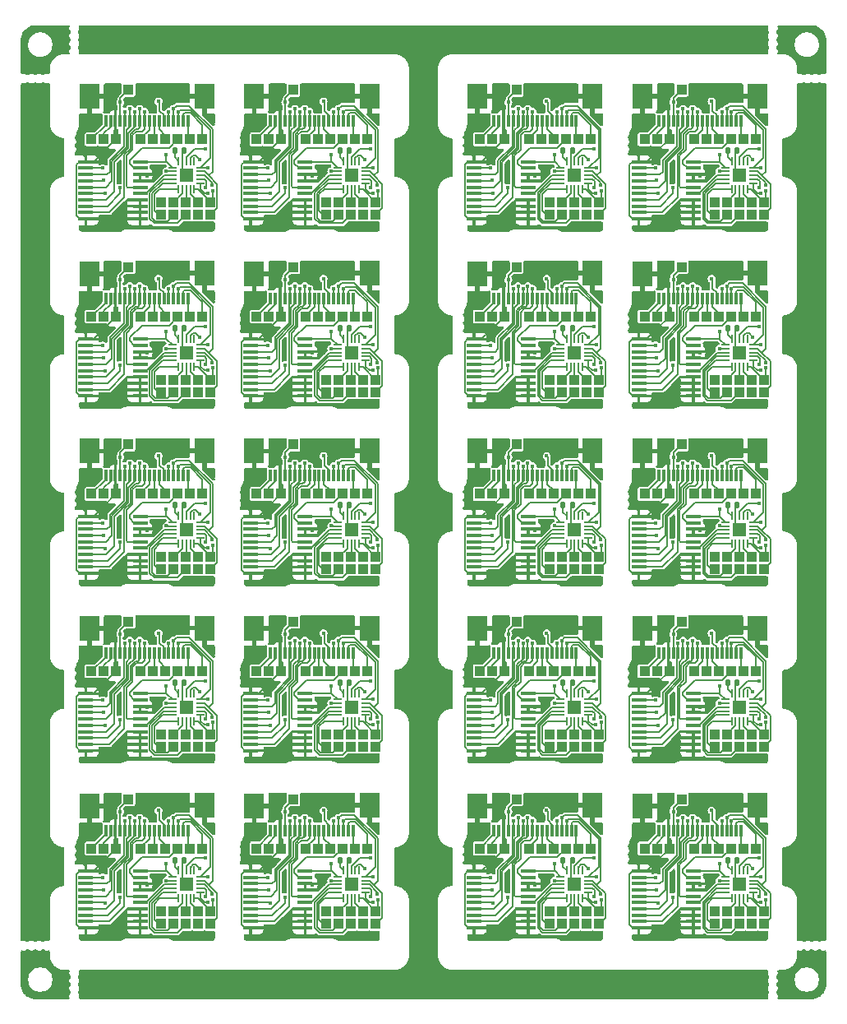
<source format=gbr>
%TF.GenerationSoftware,KiCad,Pcbnew,8.0.1-unknown-202403172319~81f55dfc9c~ubuntu22.04.1*%
%TF.CreationDate,2024-06-20T10:51:26+01:00*%
%TF.ProjectId,PANEL_COM_MOD,50414e45-4c5f-4434-9f4d-5f4d4f442e6b,1.0*%
%TF.SameCoordinates,Original*%
%TF.FileFunction,Copper,L1,Top*%
%TF.FilePolarity,Positive*%
%FSLAX46Y46*%
G04 Gerber Fmt 4.6, Leading zero omitted, Abs format (unit mm)*
G04 Created by KiCad (PCBNEW 8.0.1-unknown-202403172319~81f55dfc9c~ubuntu22.04.1) date 2024-06-20 10:51:26*
%MOMM*%
%LPD*%
G01*
G04 APERTURE LIST*
G04 Aperture macros list*
%AMRoundRect*
0 Rectangle with rounded corners*
0 $1 Rounding radius*
0 $2 $3 $4 $5 $6 $7 $8 $9 X,Y pos of 4 corners*
0 Add a 4 corners polygon primitive as box body*
4,1,4,$2,$3,$4,$5,$6,$7,$8,$9,$2,$3,0*
0 Add four circle primitives for the rounded corners*
1,1,$1+$1,$2,$3*
1,1,$1+$1,$4,$5*
1,1,$1+$1,$6,$7*
1,1,$1+$1,$8,$9*
0 Add four rect primitives between the rounded corners*
20,1,$1+$1,$2,$3,$4,$5,0*
20,1,$1+$1,$4,$5,$6,$7,0*
20,1,$1+$1,$6,$7,$8,$9,0*
20,1,$1+$1,$8,$9,$2,$3,0*%
G04 Aperture macros list end*
%TA.AperFunction,ComponentPad*%
%ADD10R,1.000000X1.000000*%
%TD*%
%TA.AperFunction,SMDPad,CuDef*%
%ADD11R,0.300000X1.250000*%
%TD*%
%TA.AperFunction,SMDPad,CuDef*%
%ADD12R,2.000000X2.500000*%
%TD*%
%TA.AperFunction,SMDPad,CuDef*%
%ADD13R,1.600000X0.300000*%
%TD*%
%TA.AperFunction,SMDPad,CuDef*%
%ADD14RoundRect,0.140000X0.140000X0.170000X-0.140000X0.170000X-0.140000X-0.170000X0.140000X-0.170000X0*%
%TD*%
%TA.AperFunction,SMDPad,CuDef*%
%ADD15RoundRect,0.050000X-0.050000X0.375000X-0.050000X-0.375000X0.050000X-0.375000X0.050000X0.375000X0*%
%TD*%
%TA.AperFunction,SMDPad,CuDef*%
%ADD16RoundRect,0.050000X-0.375000X0.050000X-0.375000X-0.050000X0.375000X-0.050000X0.375000X0.050000X0*%
%TD*%
%TA.AperFunction,SMDPad,CuDef*%
%ADD17R,1.400000X1.400000*%
%TD*%
%TA.AperFunction,ViaPad*%
%ADD18C,0.400000*%
%TD*%
%TA.AperFunction,Conductor*%
%ADD19C,0.127000*%
%TD*%
G04 APERTURE END LIST*
D10*
%TO.P,J22,1,Pin_1*%
%TO.N,Board_11-GND*%
X71994999Y-55250002D03*
%TD*%
D11*
%TO.P,FPC2,1,1*%
%TO.N,Board_14-/extRef*%
X57750000Y-65140003D03*
%TO.P,FPC2,2,2*%
%TO.N,Board_14-/AUX2*%
X57250000Y-65140003D03*
%TO.P,FPC2,3,3*%
%TO.N,Board_14-/i2C_SCL*%
X56750000Y-65140003D03*
%TO.P,FPC2,4,4*%
%TO.N,Board_14-/I2C_SDA*%
X56250000Y-65140003D03*
%TO.P,FPC2,5,5*%
%TO.N,Board_14-/IO2*%
X55750000Y-65140003D03*
%TO.P,FPC2,6,6*%
%TO.N,Board_14-/IO1_out*%
X55250000Y-65140003D03*
%TO.P,FPC2,7,7*%
%TO.N,Board_14-/SCLK*%
X54750000Y-65140003D03*
%TO.P,FPC2,8,8*%
%TO.N,Board_14-/PICO*%
X54250000Y-65140003D03*
%TO.P,FPC2,9,9*%
%TO.N,Board_14-/POCI*%
X53750000Y-65140003D03*
%TO.P,FPC2,10,10*%
%TO.N,Board_14-/addr_bus_4*%
X53250000Y-65140003D03*
%TO.P,FPC2,11,11*%
%TO.N,Board_14-/addr_bus_3*%
X52750000Y-65140003D03*
%TO.P,FPC2,12,12*%
%TO.N,Board_14-/addr_bus_2*%
X52250000Y-65140003D03*
%TO.P,FPC2,13,13*%
%TO.N,Board_14-/addr_bus_1*%
X51750000Y-65140003D03*
%TO.P,FPC2,14,14*%
%TO.N,Board_14-/addr_bus_0*%
X51250000Y-65140003D03*
%TO.P,FPC2,15,15*%
%TO.N,Board_14-/AUX3*%
X50750000Y-65140003D03*
%TO.P,FPC2,16,16*%
%TO.N,Board_14-GND*%
X50250000Y-65140003D03*
%TO.P,FPC2,17,17*%
%TO.N,Board_14-+3.3V*%
X49750000Y-65140003D03*
%TO.P,FPC2,18,18*%
%TO.N,Board_14-/AUX1*%
X49250000Y-65140003D03*
D12*
%TO.P,FPC2,19,19*%
%TO.N,Board_14-GND*%
X59440000Y-62560003D03*
%TO.P,FPC2,20,20*%
X47560000Y-62600003D03*
%TD*%
D10*
%TO.P,J5,1,Pin_1*%
%TO.N,Board_0-/POCI*%
X12865000Y-12250000D03*
%TD*%
%TO.P,J16,1,Pin_1*%
%TO.N,Board_1-/i2C_SCL*%
X35804999Y-20020000D03*
%TD*%
D11*
%TO.P,FPC2,1,1*%
%TO.N,Board_11-/extRef*%
X74750000Y-46890002D03*
%TO.P,FPC2,2,2*%
%TO.N,Board_11-/AUX2*%
X74250000Y-46890002D03*
%TO.P,FPC2,3,3*%
%TO.N,Board_11-/i2C_SCL*%
X73750000Y-46890002D03*
%TO.P,FPC2,4,4*%
%TO.N,Board_11-/I2C_SDA*%
X73250000Y-46890002D03*
%TO.P,FPC2,5,5*%
%TO.N,Board_11-/IO2*%
X72750000Y-46890002D03*
%TO.P,FPC2,6,6*%
%TO.N,Board_11-/IO1_out*%
X72250000Y-46890002D03*
%TO.P,FPC2,7,7*%
%TO.N,Board_11-/SCLK*%
X71750000Y-46890002D03*
%TO.P,FPC2,8,8*%
%TO.N,Board_11-/PICO*%
X71250000Y-46890002D03*
%TO.P,FPC2,9,9*%
%TO.N,Board_11-/POCI*%
X70750000Y-46890002D03*
%TO.P,FPC2,10,10*%
%TO.N,Board_11-/addr_bus_4*%
X70250000Y-46890002D03*
%TO.P,FPC2,11,11*%
%TO.N,Board_11-/addr_bus_3*%
X69750000Y-46890002D03*
%TO.P,FPC2,12,12*%
%TO.N,Board_11-/addr_bus_2*%
X69250000Y-46890002D03*
%TO.P,FPC2,13,13*%
%TO.N,Board_11-/addr_bus_1*%
X68750000Y-46890002D03*
%TO.P,FPC2,14,14*%
%TO.N,Board_11-/addr_bus_0*%
X68250000Y-46890002D03*
%TO.P,FPC2,15,15*%
%TO.N,Board_11-/AUX3*%
X67750000Y-46890002D03*
%TO.P,FPC2,16,16*%
%TO.N,Board_11-GND*%
X67250000Y-46890002D03*
%TO.P,FPC2,17,17*%
%TO.N,Board_11-+3.3V*%
X66750000Y-46890002D03*
%TO.P,FPC2,18,18*%
%TO.N,Board_11-/AUX1*%
X66250000Y-46890002D03*
D12*
%TO.P,FPC2,19,19*%
%TO.N,Board_11-GND*%
X76440000Y-44310002D03*
%TO.P,FPC2,20,20*%
X64560000Y-44350002D03*
%TD*%
D10*
%TO.P,J19,1,Pin_1*%
%TO.N,Board_17-/AUX1*%
X24785000Y-85250004D03*
%TD*%
%TO.P,J16,1,Pin_1*%
%TO.N,Board_4-/i2C_SCL*%
X18804999Y-38270001D03*
%TD*%
%TO.P,J17,1,Pin_1*%
%TO.N,Board_9-/I2C_SDA*%
X37074999Y-56520002D03*
%TD*%
%TO.P,J8,1,Pin_1*%
%TO.N,Board_9-/CSB*%
X33675000Y-48750002D03*
%TD*%
%TO.P,J18,1,Pin_1*%
%TO.N,Board_17-/AIN0*%
X31994999Y-93020004D03*
%TD*%
D13*
%TO.P,U2,1,G*%
%TO.N,Board_3-GND*%
X64200000Y-14575000D03*
%TO.P,U2,2,P0*%
%TO.N,Board_3-/addr_mod_0*%
X64200000Y-15225000D03*
%TO.P,U2,3,R0*%
%TO.N,Board_3-/addr_bus_0*%
X64200000Y-15875000D03*
%TO.P,U2,4,P1*%
%TO.N,Board_3-/addr_mod_1*%
X64200000Y-16525000D03*
%TO.P,U2,5,R1*%
%TO.N,Board_3-/addr_bus_1*%
X64200000Y-17175000D03*
%TO.P,U2,6,P2*%
%TO.N,Board_3-/addr_mod_2*%
X64200000Y-17825000D03*
%TO.P,U2,7,R2*%
%TO.N,Board_3-/addr_bus_2*%
X64200000Y-18475000D03*
%TO.P,U2,8,P3*%
%TO.N,Board_3-/addr_mod_3*%
X64200000Y-19125000D03*
%TO.P,U2,9,R3*%
%TO.N,Board_3-/addr_bus_3*%
X64200000Y-19775000D03*
%TO.P,U2,10,GND*%
%TO.N,Board_3-GND*%
X64200000Y-20425000D03*
%TO.P,U2,11,P4*%
X69800000Y-20425000D03*
%TO.P,U2,12,R4*%
X69800000Y-19775000D03*
%TO.P,U2,13,P5*%
X69800000Y-19125000D03*
%TO.P,U2,14,R5*%
X69800000Y-18475000D03*
%TO.P,U2,15,P6*%
%TO.N,Board_3-/addr_mod_4*%
X69800000Y-17825000D03*
%TO.P,U2,16,R6*%
%TO.N,Board_3-/addr_bus_4*%
X69800000Y-17175000D03*
%TO.P,U2,17,P7*%
%TO.N,Board_3-GND*%
X69800000Y-16525000D03*
%TO.P,U2,18,R7*%
X69800000Y-15875000D03*
%TO.P,U2,19,P=R*%
%TO.N,Board_3-/CSB*%
X69800000Y-15225000D03*
%TO.P,U2,20,VCC*%
%TO.N,Board_3-+3.3V*%
X69800000Y-14575000D03*
%TD*%
%TO.P,U2,1,G*%
%TO.N,Board_8-GND*%
X7200000Y-51075002D03*
%TO.P,U2,2,P0*%
%TO.N,Board_8-/addr_mod_0*%
X7200000Y-51725002D03*
%TO.P,U2,3,R0*%
%TO.N,Board_8-/addr_bus_0*%
X7200000Y-52375002D03*
%TO.P,U2,4,P1*%
%TO.N,Board_8-/addr_mod_1*%
X7200000Y-53025002D03*
%TO.P,U2,5,R1*%
%TO.N,Board_8-/addr_bus_1*%
X7200000Y-53675002D03*
%TO.P,U2,6,P2*%
%TO.N,Board_8-/addr_mod_2*%
X7200000Y-54325002D03*
%TO.P,U2,7,R2*%
%TO.N,Board_8-/addr_bus_2*%
X7200000Y-54975002D03*
%TO.P,U2,8,P3*%
%TO.N,Board_8-/addr_mod_3*%
X7200000Y-55625002D03*
%TO.P,U2,9,R3*%
%TO.N,Board_8-/addr_bus_3*%
X7200000Y-56275002D03*
%TO.P,U2,10,GND*%
%TO.N,Board_8-GND*%
X7200000Y-56925002D03*
%TO.P,U2,11,P4*%
X12800000Y-56925002D03*
%TO.P,U2,12,R4*%
X12800000Y-56275002D03*
%TO.P,U2,13,P5*%
X12800000Y-55625002D03*
%TO.P,U2,14,R5*%
X12800000Y-54975002D03*
%TO.P,U2,15,P6*%
%TO.N,Board_8-/addr_mod_4*%
X12800000Y-54325002D03*
%TO.P,U2,16,R6*%
%TO.N,Board_8-/addr_bus_4*%
X12800000Y-53675002D03*
%TO.P,U2,17,P7*%
%TO.N,Board_8-GND*%
X12800000Y-53025002D03*
%TO.P,U2,18,R7*%
X12800000Y-52375002D03*
%TO.P,U2,19,P=R*%
%TO.N,Board_8-/CSB*%
X12800000Y-51725002D03*
%TO.P,U2,20,VCC*%
%TO.N,Board_8-+3.3V*%
X12800000Y-51075002D03*
%TD*%
D10*
%TO.P,J15,1,Pin_1*%
%TO.N,Board_17-/SPICS_ARM*%
X34534999Y-93020004D03*
%TD*%
%TO.P,J17,1,Pin_1*%
%TO.N,Board_0-/I2C_SDA*%
X20074999Y-20020000D03*
%TD*%
%TO.P,J11,1,Pin_1*%
%TO.N,Board_5-/IO1_out*%
X37074999Y-37000001D03*
%TD*%
%TO.P,J1,1,Pin_1*%
%TO.N,Board_16-+3.3V*%
X9055000Y-85250004D03*
%TD*%
%TO.P,J7,1,Pin_1*%
%TO.N,Board_5-/SCLK*%
X32405000Y-30500001D03*
%TD*%
%TO.P,J18,1,Pin_1*%
%TO.N,Board_16-/AIN0*%
X14994999Y-93020004D03*
%TD*%
%TO.P,J22,1,Pin_1*%
%TO.N,Board_8-GND*%
X14994999Y-55250002D03*
%TD*%
D13*
%TO.P,U2,1,G*%
%TO.N,Board_4-GND*%
X7200000Y-32825001D03*
%TO.P,U2,2,P0*%
%TO.N,Board_4-/addr_mod_0*%
X7200000Y-33475001D03*
%TO.P,U2,3,R0*%
%TO.N,Board_4-/addr_bus_0*%
X7200000Y-34125001D03*
%TO.P,U2,4,P1*%
%TO.N,Board_4-/addr_mod_1*%
X7200000Y-34775001D03*
%TO.P,U2,5,R1*%
%TO.N,Board_4-/addr_bus_1*%
X7200000Y-35425001D03*
%TO.P,U2,6,P2*%
%TO.N,Board_4-/addr_mod_2*%
X7200000Y-36075001D03*
%TO.P,U2,7,R2*%
%TO.N,Board_4-/addr_bus_2*%
X7200000Y-36725001D03*
%TO.P,U2,8,P3*%
%TO.N,Board_4-/addr_mod_3*%
X7200000Y-37375001D03*
%TO.P,U2,9,R3*%
%TO.N,Board_4-/addr_bus_3*%
X7200000Y-38025001D03*
%TO.P,U2,10,GND*%
%TO.N,Board_4-GND*%
X7200000Y-38675001D03*
%TO.P,U2,11,P4*%
X12800000Y-38675001D03*
%TO.P,U2,12,R4*%
X12800000Y-38025001D03*
%TO.P,U2,13,P5*%
X12800000Y-37375001D03*
%TO.P,U2,14,R5*%
X12800000Y-36725001D03*
%TO.P,U2,15,P6*%
%TO.N,Board_4-/addr_mod_4*%
X12800000Y-36075001D03*
%TO.P,U2,16,R6*%
%TO.N,Board_4-/addr_bus_4*%
X12800000Y-35425001D03*
%TO.P,U2,17,P7*%
%TO.N,Board_4-GND*%
X12800000Y-34775001D03*
%TO.P,U2,18,R7*%
X12800000Y-34125001D03*
%TO.P,U2,19,P=R*%
%TO.N,Board_4-/CSB*%
X12800000Y-33475001D03*
%TO.P,U2,20,VCC*%
%TO.N,Board_4-+3.3V*%
X12800000Y-32825001D03*
%TD*%
D10*
%TO.P,J7,1,Pin_1*%
%TO.N,Board_3-/SCLK*%
X72405000Y-12250000D03*
%TD*%
%TO.P,J9,1,Pin_1*%
%TO.N,Board_14-/extRef*%
X57945000Y-67000003D03*
%TD*%
D14*
%TO.P,C1,1*%
%TO.N,Board_11-GND*%
X74339999Y-49940002D03*
%TO.P,C1,2*%
%TO.N,Board_11-/Vcap*%
X73379999Y-49940002D03*
%TD*%
D15*
%TO.P,U1,1,RESETB*%
%TO.N,Board_6-unconnected-(U1-P00-Pad1)*%
X58369999Y-32760001D03*
%TO.P,U1,2,GPIO*%
%TO.N,Board_6-/LED_IN*%
X57969999Y-32760001D03*
%TO.P,U1,3,GPIO*%
%TO.N,Board_6-/IO1_in*%
X57569999Y-32760001D03*
%TO.P,U1,4,GND*%
%TO.N,Board_6-GND*%
X57169999Y-32760001D03*
%TO.P,U1,5,Vcap*%
%TO.N,Board_6-/Vcap*%
X56769999Y-32760001D03*
D16*
%TO.P,U1,6,AVCC*%
%TO.N,Board_6-+3.3V*%
X56119999Y-33410001D03*
%TO.P,U1,7,GPIO*%
%TO.N,Board_6-/addr_mod_3*%
X56119999Y-33810001D03*
%TO.P,U1,8,GPIO*%
%TO.N,Board_6-/addr_mod_4*%
X56119999Y-34210001D03*
%TO.P,U1,9,SPI_CS*%
%TO.N,Board_6-/SPICS_ARM*%
X56119999Y-34610001D03*
%TO.P,U1,10,GPIO*%
%TO.N,Board_6-/GPIO*%
X56119999Y-35010001D03*
D15*
%TO.P,U1,11,AIN0*%
%TO.N,Board_6-/AIN0*%
X56769999Y-35660001D03*
%TO.P,U1,12,SPI_SCK*%
%TO.N,Board_6-/SCLK_ARM*%
X57169999Y-35660001D03*
%TO.P,U1,13,SPI_PICO*%
%TO.N,Board_6-/PICO_ARM*%
X57569999Y-35660001D03*
%TO.P,U1,14,SWDIO*%
%TO.N,Board_6-/SWDIO{slash}POCI_ARM*%
X57969999Y-35660001D03*
%TO.P,U1,15,SWCLK*%
%TO.N,Board_6-/IO1_out*%
X58369999Y-35660001D03*
D16*
%TO.P,U1,16,GPIO*%
%TO.N,Board_6-/addr_mod_2*%
X59019999Y-35010001D03*
%TO.P,U1,17,GPIO*%
%TO.N,Board_6-/addr_mod_1*%
X59019999Y-34610001D03*
%TO.P,U1,18,GPIO*%
%TO.N,Board_6-/addr_mod_0*%
X59019999Y-34210001D03*
%TO.P,U1,19,I2C_SDA*%
%TO.N,Board_6-/I2C_SDA*%
X59019999Y-33810001D03*
%TO.P,U1,20,I2C_SCL*%
%TO.N,Board_6-/i2C_SCL*%
X59019999Y-33410001D03*
D17*
%TO.P,U1,21,GPIO*%
%TO.N,Board_6-GND*%
X57569999Y-34210001D03*
%TD*%
D13*
%TO.P,U2,1,G*%
%TO.N,Board_1-GND*%
X24200000Y-14575000D03*
%TO.P,U2,2,P0*%
%TO.N,Board_1-/addr_mod_0*%
X24200000Y-15225000D03*
%TO.P,U2,3,R0*%
%TO.N,Board_1-/addr_bus_0*%
X24200000Y-15875000D03*
%TO.P,U2,4,P1*%
%TO.N,Board_1-/addr_mod_1*%
X24200000Y-16525000D03*
%TO.P,U2,5,R1*%
%TO.N,Board_1-/addr_bus_1*%
X24200000Y-17175000D03*
%TO.P,U2,6,P2*%
%TO.N,Board_1-/addr_mod_2*%
X24200000Y-17825000D03*
%TO.P,U2,7,R2*%
%TO.N,Board_1-/addr_bus_2*%
X24200000Y-18475000D03*
%TO.P,U2,8,P3*%
%TO.N,Board_1-/addr_mod_3*%
X24200000Y-19125000D03*
%TO.P,U2,9,R3*%
%TO.N,Board_1-/addr_bus_3*%
X24200000Y-19775000D03*
%TO.P,U2,10,GND*%
%TO.N,Board_1-GND*%
X24200000Y-20425000D03*
%TO.P,U2,11,P4*%
X29800000Y-20425000D03*
%TO.P,U2,12,R4*%
X29800000Y-19775000D03*
%TO.P,U2,13,P5*%
X29800000Y-19125000D03*
%TO.P,U2,14,R5*%
X29800000Y-18475000D03*
%TO.P,U2,15,P6*%
%TO.N,Board_1-/addr_mod_4*%
X29800000Y-17825000D03*
%TO.P,U2,16,R6*%
%TO.N,Board_1-/addr_bus_4*%
X29800000Y-17175000D03*
%TO.P,U2,17,P7*%
%TO.N,Board_1-GND*%
X29800000Y-16525000D03*
%TO.P,U2,18,R7*%
X29800000Y-15875000D03*
%TO.P,U2,19,P=R*%
%TO.N,Board_1-/CSB*%
X29800000Y-15225000D03*
%TO.P,U2,20,VCC*%
%TO.N,Board_1-+3.3V*%
X29800000Y-14575000D03*
%TD*%
D10*
%TO.P,J20,1,Pin_1*%
%TO.N,Board_10-/AUX2*%
X59215000Y-48750002D03*
%TD*%
%TO.P,J11,1,Pin_1*%
%TO.N,Board_13-/IO1_out*%
X37074999Y-73500003D03*
%TD*%
D14*
%TO.P,C1,1*%
%TO.N,Board_17-GND*%
X34339999Y-86440004D03*
%TO.P,C1,2*%
%TO.N,Board_17-/Vcap*%
X33379999Y-86440004D03*
%TD*%
D10*
%TO.P,J14,1,Pin_1*%
%TO.N,Board_10-/SCLK_ARM*%
X56264999Y-55250002D03*
%TD*%
%TO.P,J8,1,Pin_1*%
%TO.N,Board_8-/CSB*%
X16675000Y-48750002D03*
%TD*%
%TO.P,J20,1,Pin_1*%
%TO.N,Board_7-/AUX2*%
X76215000Y-30500001D03*
%TD*%
%TO.P,J12,1,Pin_1*%
%TO.N,Board_11-/SWDIO{slash}POCI_ARM*%
X75804999Y-55250002D03*
%TD*%
%TO.P,J7,1,Pin_1*%
%TO.N,Board_7-/SCLK*%
X72405000Y-30500001D03*
%TD*%
%TO.P,J6,1,Pin_1*%
%TO.N,Board_10-/PICO*%
X54135000Y-48750002D03*
%TD*%
%TO.P,J21,1,Pin_1*%
%TO.N,Board_0-/GPIO*%
X16264999Y-20020000D03*
%TD*%
%TO.P,J5,1,Pin_1*%
%TO.N,Board_12-/POCI*%
X12865000Y-67000003D03*
%TD*%
%TO.P,J13,1,Pin_1*%
%TO.N,Board_19-/PICO_ARM*%
X74535000Y-91750004D03*
%TD*%
%TO.P,J21,1,Pin_1*%
%TO.N,Board_13-/GPIO*%
X33264999Y-74770003D03*
%TD*%
%TO.P,J6,1,Pin_1*%
%TO.N,Board_6-/PICO*%
X54135000Y-30500001D03*
%TD*%
%TO.P,J21,1,Pin_1*%
%TO.N,Board_4-/GPIO*%
X16264999Y-38270001D03*
%TD*%
%TO.P,J7,1,Pin_1*%
%TO.N,Board_2-/SCLK*%
X55405000Y-12250000D03*
%TD*%
%TO.P,J9,1,Pin_1*%
%TO.N,Board_12-/extRef*%
X17945000Y-67000003D03*
%TD*%
%TO.P,J1,1,Pin_1*%
%TO.N,Board_2-+3.3V*%
X49055000Y-12250000D03*
%TD*%
%TO.P,J9,1,Pin_1*%
%TO.N,Board_10-/extRef*%
X57945000Y-48750002D03*
%TD*%
D14*
%TO.P,C1,1*%
%TO.N,Board_4-GND*%
X17339999Y-31690001D03*
%TO.P,C1,2*%
%TO.N,Board_4-/Vcap*%
X16379999Y-31690001D03*
%TD*%
D13*
%TO.P,U2,1,G*%
%TO.N,Board_18-GND*%
X47200000Y-87575004D03*
%TO.P,U2,2,P0*%
%TO.N,Board_18-/addr_mod_0*%
X47200000Y-88225004D03*
%TO.P,U2,3,R0*%
%TO.N,Board_18-/addr_bus_0*%
X47200000Y-88875004D03*
%TO.P,U2,4,P1*%
%TO.N,Board_18-/addr_mod_1*%
X47200000Y-89525004D03*
%TO.P,U2,5,R1*%
%TO.N,Board_18-/addr_bus_1*%
X47200000Y-90175004D03*
%TO.P,U2,6,P2*%
%TO.N,Board_18-/addr_mod_2*%
X47200000Y-90825004D03*
%TO.P,U2,7,R2*%
%TO.N,Board_18-/addr_bus_2*%
X47200000Y-91475004D03*
%TO.P,U2,8,P3*%
%TO.N,Board_18-/addr_mod_3*%
X47200000Y-92125004D03*
%TO.P,U2,9,R3*%
%TO.N,Board_18-/addr_bus_3*%
X47200000Y-92775004D03*
%TO.P,U2,10,GND*%
%TO.N,Board_18-GND*%
X47200000Y-93425004D03*
%TO.P,U2,11,P4*%
X52800000Y-93425004D03*
%TO.P,U2,12,R4*%
X52800000Y-92775004D03*
%TO.P,U2,13,P5*%
X52800000Y-92125004D03*
%TO.P,U2,14,R5*%
X52800000Y-91475004D03*
%TO.P,U2,15,P6*%
%TO.N,Board_18-/addr_mod_4*%
X52800000Y-90825004D03*
%TO.P,U2,16,R6*%
%TO.N,Board_18-/addr_bus_4*%
X52800000Y-90175004D03*
%TO.P,U2,17,P7*%
%TO.N,Board_18-GND*%
X52800000Y-89525004D03*
%TO.P,U2,18,R7*%
X52800000Y-88875004D03*
%TO.P,U2,19,P=R*%
%TO.N,Board_18-/CSB*%
X52800000Y-88225004D03*
%TO.P,U2,20,VCC*%
%TO.N,Board_18-+3.3V*%
X52800000Y-87575004D03*
%TD*%
D10*
%TO.P,J15,1,Pin_1*%
%TO.N,Board_8-/SPICS_ARM*%
X17534999Y-56520002D03*
%TD*%
%TO.P,J1,1,Pin_1*%
%TO.N,Board_3-+3.3V*%
X66055000Y-12250000D03*
%TD*%
%TO.P,J9,1,Pin_1*%
%TO.N,Board_9-/extRef*%
X34945000Y-48750002D03*
%TD*%
D11*
%TO.P,FPC2,1,1*%
%TO.N,Board_6-/extRef*%
X57750000Y-28640001D03*
%TO.P,FPC2,2,2*%
%TO.N,Board_6-/AUX2*%
X57250000Y-28640001D03*
%TO.P,FPC2,3,3*%
%TO.N,Board_6-/i2C_SCL*%
X56750000Y-28640001D03*
%TO.P,FPC2,4,4*%
%TO.N,Board_6-/I2C_SDA*%
X56250000Y-28640001D03*
%TO.P,FPC2,5,5*%
%TO.N,Board_6-/IO2*%
X55750000Y-28640001D03*
%TO.P,FPC2,6,6*%
%TO.N,Board_6-/IO1_out*%
X55250000Y-28640001D03*
%TO.P,FPC2,7,7*%
%TO.N,Board_6-/SCLK*%
X54750000Y-28640001D03*
%TO.P,FPC2,8,8*%
%TO.N,Board_6-/PICO*%
X54250000Y-28640001D03*
%TO.P,FPC2,9,9*%
%TO.N,Board_6-/POCI*%
X53750000Y-28640001D03*
%TO.P,FPC2,10,10*%
%TO.N,Board_6-/addr_bus_4*%
X53250000Y-28640001D03*
%TO.P,FPC2,11,11*%
%TO.N,Board_6-/addr_bus_3*%
X52750000Y-28640001D03*
%TO.P,FPC2,12,12*%
%TO.N,Board_6-/addr_bus_2*%
X52250000Y-28640001D03*
%TO.P,FPC2,13,13*%
%TO.N,Board_6-/addr_bus_1*%
X51750000Y-28640001D03*
%TO.P,FPC2,14,14*%
%TO.N,Board_6-/addr_bus_0*%
X51250000Y-28640001D03*
%TO.P,FPC2,15,15*%
%TO.N,Board_6-/AUX3*%
X50750000Y-28640001D03*
%TO.P,FPC2,16,16*%
%TO.N,Board_6-GND*%
X50250000Y-28640001D03*
%TO.P,FPC2,17,17*%
%TO.N,Board_6-+3.3V*%
X49750000Y-28640001D03*
%TO.P,FPC2,18,18*%
%TO.N,Board_6-/AUX1*%
X49250000Y-28640001D03*
D12*
%TO.P,FPC2,19,19*%
%TO.N,Board_6-GND*%
X59440000Y-26060001D03*
%TO.P,FPC2,20,20*%
X47560000Y-26100001D03*
%TD*%
D10*
%TO.P,J14,1,Pin_1*%
%TO.N,Board_3-/SCLK_ARM*%
X73264999Y-18750000D03*
%TD*%
%TO.P,J13,1,Pin_1*%
%TO.N,Board_18-/PICO_ARM*%
X57535000Y-91750004D03*
%TD*%
%TO.P,J11,1,Pin_1*%
%TO.N,Board_15-/IO1_out*%
X77074999Y-73500003D03*
%TD*%
%TO.P,J17,1,Pin_1*%
%TO.N,Board_8-/I2C_SDA*%
X20074999Y-56520002D03*
%TD*%
%TO.P,J18,1,Pin_1*%
%TO.N,Board_15-/AIN0*%
X71994999Y-74770003D03*
%TD*%
%TO.P,J21,1,Pin_1*%
%TO.N,Board_12-/GPIO*%
X16264999Y-74770003D03*
%TD*%
%TO.P,J22,1,Pin_1*%
%TO.N,Board_3-GND*%
X71994999Y-18750000D03*
%TD*%
%TO.P,J18,1,Pin_1*%
%TO.N,Board_6-/AIN0*%
X54994999Y-38270001D03*
%TD*%
D14*
%TO.P,C1,1*%
%TO.N,Board_18-GND*%
X57339999Y-86440004D03*
%TO.P,C1,2*%
%TO.N,Board_18-/Vcap*%
X56379999Y-86440004D03*
%TD*%
D10*
%TO.P,J19,1,Pin_1*%
%TO.N,Board_0-/AUX1*%
X7785000Y-12250000D03*
%TD*%
%TO.P,J1,1,Pin_1*%
%TO.N,Board_4-+3.3V*%
X9055000Y-30500001D03*
%TD*%
%TO.P,J8,1,Pin_1*%
%TO.N,Board_4-/CSB*%
X16675000Y-30500001D03*
%TD*%
%TO.P,J3,1,Pin_1*%
%TO.N,Board_6-/AUX3*%
X51595000Y-25420001D03*
%TD*%
%TO.P,J18,1,Pin_1*%
%TO.N,Board_2-/AIN0*%
X54994999Y-20020000D03*
%TD*%
%TO.P,J6,1,Pin_1*%
%TO.N,Board_9-/PICO*%
X31135000Y-48750002D03*
%TD*%
%TO.P,J12,1,Pin_1*%
%TO.N,Board_0-/SWDIO{slash}POCI_ARM*%
X18804999Y-18750000D03*
%TD*%
%TO.P,J19,1,Pin_1*%
%TO.N,Board_15-/AUX1*%
X64785000Y-67000003D03*
%TD*%
%TO.P,J20,1,Pin_1*%
%TO.N,Board_2-/AUX2*%
X59215000Y-12250000D03*
%TD*%
%TO.P,J16,1,Pin_1*%
%TO.N,Board_11-/i2C_SCL*%
X75804999Y-56520002D03*
%TD*%
%TO.P,J1,1,Pin_1*%
%TO.N,Board_1-+3.3V*%
X26055000Y-12250000D03*
%TD*%
%TO.P,J5,1,Pin_1*%
%TO.N,Board_16-/POCI*%
X12865000Y-85250004D03*
%TD*%
%TO.P,J20,1,Pin_1*%
%TO.N,Board_18-/AUX2*%
X59215000Y-85250004D03*
%TD*%
%TO.P,J19,1,Pin_1*%
%TO.N,Board_10-/AUX1*%
X47785000Y-48750002D03*
%TD*%
%TO.P,J9,1,Pin_1*%
%TO.N,Board_0-/extRef*%
X17945000Y-12250000D03*
%TD*%
%TO.P,J14,1,Pin_1*%
%TO.N,Board_6-/SCLK_ARM*%
X56264999Y-37000001D03*
%TD*%
%TO.P,J2,1,Pin_1*%
%TO.N,Board_17-GND*%
X27325000Y-85250004D03*
%TD*%
%TO.P,J2,1,Pin_1*%
%TO.N,Board_10-GND*%
X50325000Y-48750002D03*
%TD*%
%TO.P,J2,1,Pin_1*%
%TO.N,Board_1-GND*%
X27325000Y-12250000D03*
%TD*%
D15*
%TO.P,U1,1,RESETB*%
%TO.N,Board_7-unconnected-(U1-P00-Pad1)*%
X75369999Y-32760001D03*
%TO.P,U1,2,GPIO*%
%TO.N,Board_7-/LED_IN*%
X74969999Y-32760001D03*
%TO.P,U1,3,GPIO*%
%TO.N,Board_7-/IO1_in*%
X74569999Y-32760001D03*
%TO.P,U1,4,GND*%
%TO.N,Board_7-GND*%
X74169999Y-32760001D03*
%TO.P,U1,5,Vcap*%
%TO.N,Board_7-/Vcap*%
X73769999Y-32760001D03*
D16*
%TO.P,U1,6,AVCC*%
%TO.N,Board_7-+3.3V*%
X73119999Y-33410001D03*
%TO.P,U1,7,GPIO*%
%TO.N,Board_7-/addr_mod_3*%
X73119999Y-33810001D03*
%TO.P,U1,8,GPIO*%
%TO.N,Board_7-/addr_mod_4*%
X73119999Y-34210001D03*
%TO.P,U1,9,SPI_CS*%
%TO.N,Board_7-/SPICS_ARM*%
X73119999Y-34610001D03*
%TO.P,U1,10,GPIO*%
%TO.N,Board_7-/GPIO*%
X73119999Y-35010001D03*
D15*
%TO.P,U1,11,AIN0*%
%TO.N,Board_7-/AIN0*%
X73769999Y-35660001D03*
%TO.P,U1,12,SPI_SCK*%
%TO.N,Board_7-/SCLK_ARM*%
X74169999Y-35660001D03*
%TO.P,U1,13,SPI_PICO*%
%TO.N,Board_7-/PICO_ARM*%
X74569999Y-35660001D03*
%TO.P,U1,14,SWDIO*%
%TO.N,Board_7-/SWDIO{slash}POCI_ARM*%
X74969999Y-35660001D03*
%TO.P,U1,15,SWCLK*%
%TO.N,Board_7-/IO1_out*%
X75369999Y-35660001D03*
D16*
%TO.P,U1,16,GPIO*%
%TO.N,Board_7-/addr_mod_2*%
X76019999Y-35010001D03*
%TO.P,U1,17,GPIO*%
%TO.N,Board_7-/addr_mod_1*%
X76019999Y-34610001D03*
%TO.P,U1,18,GPIO*%
%TO.N,Board_7-/addr_mod_0*%
X76019999Y-34210001D03*
%TO.P,U1,19,I2C_SDA*%
%TO.N,Board_7-/I2C_SDA*%
X76019999Y-33810001D03*
%TO.P,U1,20,I2C_SCL*%
%TO.N,Board_7-/i2C_SCL*%
X76019999Y-33410001D03*
D17*
%TO.P,U1,21,GPIO*%
%TO.N,Board_7-GND*%
X74569999Y-34210001D03*
%TD*%
D10*
%TO.P,J12,1,Pin_1*%
%TO.N,Board_19-/SWDIO{slash}POCI_ARM*%
X75804999Y-91750004D03*
%TD*%
%TO.P,J13,1,Pin_1*%
%TO.N,Board_11-/PICO_ARM*%
X74535000Y-55250002D03*
%TD*%
%TO.P,J6,1,Pin_1*%
%TO.N,Board_5-/PICO*%
X31135000Y-30500001D03*
%TD*%
%TO.P,J15,1,Pin_1*%
%TO.N,Board_15-/SPICS_ARM*%
X74534999Y-74770003D03*
%TD*%
%TO.P,J2,1,Pin_1*%
%TO.N,Board_0-GND*%
X10325000Y-12250000D03*
%TD*%
%TO.P,J12,1,Pin_1*%
%TO.N,Board_6-/SWDIO{slash}POCI_ARM*%
X58804999Y-37000001D03*
%TD*%
%TO.P,J13,1,Pin_1*%
%TO.N,Board_5-/PICO_ARM*%
X34535000Y-37000001D03*
%TD*%
%TO.P,J6,1,Pin_1*%
%TO.N,Board_12-/PICO*%
X14135000Y-67000003D03*
%TD*%
%TO.P,J17,1,Pin_1*%
%TO.N,Board_18-/I2C_SDA*%
X60074999Y-93020004D03*
%TD*%
D14*
%TO.P,C1,1*%
%TO.N,Board_13-GND*%
X34339999Y-68190003D03*
%TO.P,C1,2*%
%TO.N,Board_13-/Vcap*%
X33379999Y-68190003D03*
%TD*%
D10*
%TO.P,J14,1,Pin_1*%
%TO.N,Board_13-/SCLK_ARM*%
X33264999Y-73500003D03*
%TD*%
%TO.P,J3,1,Pin_1*%
%TO.N,Board_11-/AUX3*%
X68595000Y-43670002D03*
%TD*%
D14*
%TO.P,C1,1*%
%TO.N,Board_6-GND*%
X57339999Y-31690001D03*
%TO.P,C1,2*%
%TO.N,Board_6-/Vcap*%
X56379999Y-31690001D03*
%TD*%
D10*
%TO.P,J11,1,Pin_1*%
%TO.N,Board_18-/IO1_out*%
X60074999Y-91750004D03*
%TD*%
%TO.P,J17,1,Pin_1*%
%TO.N,Board_7-/I2C_SDA*%
X77074999Y-38270001D03*
%TD*%
%TO.P,J12,1,Pin_1*%
%TO.N,Board_13-/SWDIO{slash}POCI_ARM*%
X35804999Y-73500003D03*
%TD*%
D15*
%TO.P,U1,1,RESETB*%
%TO.N,Board_0-unconnected-(U1-P00-Pad1)*%
X18369999Y-14510000D03*
%TO.P,U1,2,GPIO*%
%TO.N,Board_0-/LED_IN*%
X17969999Y-14510000D03*
%TO.P,U1,3,GPIO*%
%TO.N,Board_0-/IO1_in*%
X17569999Y-14510000D03*
%TO.P,U1,4,GND*%
%TO.N,Board_0-GND*%
X17169999Y-14510000D03*
%TO.P,U1,5,Vcap*%
%TO.N,Board_0-/Vcap*%
X16769999Y-14510000D03*
D16*
%TO.P,U1,6,AVCC*%
%TO.N,Board_0-+3.3V*%
X16119999Y-15160000D03*
%TO.P,U1,7,GPIO*%
%TO.N,Board_0-/addr_mod_3*%
X16119999Y-15560000D03*
%TO.P,U1,8,GPIO*%
%TO.N,Board_0-/addr_mod_4*%
X16119999Y-15960000D03*
%TO.P,U1,9,SPI_CS*%
%TO.N,Board_0-/SPICS_ARM*%
X16119999Y-16360000D03*
%TO.P,U1,10,GPIO*%
%TO.N,Board_0-/GPIO*%
X16119999Y-16760000D03*
D15*
%TO.P,U1,11,AIN0*%
%TO.N,Board_0-/AIN0*%
X16769999Y-17410000D03*
%TO.P,U1,12,SPI_SCK*%
%TO.N,Board_0-/SCLK_ARM*%
X17169999Y-17410000D03*
%TO.P,U1,13,SPI_PICO*%
%TO.N,Board_0-/PICO_ARM*%
X17569999Y-17410000D03*
%TO.P,U1,14,SWDIO*%
%TO.N,Board_0-/SWDIO{slash}POCI_ARM*%
X17969999Y-17410000D03*
%TO.P,U1,15,SWCLK*%
%TO.N,Board_0-/IO1_out*%
X18369999Y-17410000D03*
D16*
%TO.P,U1,16,GPIO*%
%TO.N,Board_0-/addr_mod_2*%
X19019999Y-16760000D03*
%TO.P,U1,17,GPIO*%
%TO.N,Board_0-/addr_mod_1*%
X19019999Y-16360000D03*
%TO.P,U1,18,GPIO*%
%TO.N,Board_0-/addr_mod_0*%
X19019999Y-15960000D03*
%TO.P,U1,19,I2C_SDA*%
%TO.N,Board_0-/I2C_SDA*%
X19019999Y-15560000D03*
%TO.P,U1,20,I2C_SCL*%
%TO.N,Board_0-/i2C_SCL*%
X19019999Y-15160000D03*
D17*
%TO.P,U1,21,GPIO*%
%TO.N,Board_0-GND*%
X17569999Y-15960000D03*
%TD*%
D10*
%TO.P,J11,1,Pin_1*%
%TO.N,Board_14-/IO1_out*%
X60074999Y-73500003D03*
%TD*%
%TO.P,J22,1,Pin_1*%
%TO.N,Board_1-GND*%
X31994999Y-18750000D03*
%TD*%
%TO.P,J12,1,Pin_1*%
%TO.N,Board_17-/SWDIO{slash}POCI_ARM*%
X35804999Y-91750004D03*
%TD*%
%TO.P,J12,1,Pin_1*%
%TO.N,Board_5-/SWDIO{slash}POCI_ARM*%
X35804999Y-37000001D03*
%TD*%
%TO.P,J9,1,Pin_1*%
%TO.N,Board_13-/extRef*%
X34945000Y-67000003D03*
%TD*%
D11*
%TO.P,FPC2,1,1*%
%TO.N,Board_15-/extRef*%
X74750000Y-65140003D03*
%TO.P,FPC2,2,2*%
%TO.N,Board_15-/AUX2*%
X74250000Y-65140003D03*
%TO.P,FPC2,3,3*%
%TO.N,Board_15-/i2C_SCL*%
X73750000Y-65140003D03*
%TO.P,FPC2,4,4*%
%TO.N,Board_15-/I2C_SDA*%
X73250000Y-65140003D03*
%TO.P,FPC2,5,5*%
%TO.N,Board_15-/IO2*%
X72750000Y-65140003D03*
%TO.P,FPC2,6,6*%
%TO.N,Board_15-/IO1_out*%
X72250000Y-65140003D03*
%TO.P,FPC2,7,7*%
%TO.N,Board_15-/SCLK*%
X71750000Y-65140003D03*
%TO.P,FPC2,8,8*%
%TO.N,Board_15-/PICO*%
X71250000Y-65140003D03*
%TO.P,FPC2,9,9*%
%TO.N,Board_15-/POCI*%
X70750000Y-65140003D03*
%TO.P,FPC2,10,10*%
%TO.N,Board_15-/addr_bus_4*%
X70250000Y-65140003D03*
%TO.P,FPC2,11,11*%
%TO.N,Board_15-/addr_bus_3*%
X69750000Y-65140003D03*
%TO.P,FPC2,12,12*%
%TO.N,Board_15-/addr_bus_2*%
X69250000Y-65140003D03*
%TO.P,FPC2,13,13*%
%TO.N,Board_15-/addr_bus_1*%
X68750000Y-65140003D03*
%TO.P,FPC2,14,14*%
%TO.N,Board_15-/addr_bus_0*%
X68250000Y-65140003D03*
%TO.P,FPC2,15,15*%
%TO.N,Board_15-/AUX3*%
X67750000Y-65140003D03*
%TO.P,FPC2,16,16*%
%TO.N,Board_15-GND*%
X67250000Y-65140003D03*
%TO.P,FPC2,17,17*%
%TO.N,Board_15-+3.3V*%
X66750000Y-65140003D03*
%TO.P,FPC2,18,18*%
%TO.N,Board_15-/AUX1*%
X66250000Y-65140003D03*
D12*
%TO.P,FPC2,19,19*%
%TO.N,Board_15-GND*%
X76440000Y-62560003D03*
%TO.P,FPC2,20,20*%
X64560000Y-62600003D03*
%TD*%
D10*
%TO.P,J7,1,Pin_1*%
%TO.N,Board_15-/SCLK*%
X72405000Y-67000003D03*
%TD*%
%TO.P,J15,1,Pin_1*%
%TO.N,Board_19-/SPICS_ARM*%
X74534999Y-93020004D03*
%TD*%
D14*
%TO.P,C1,1*%
%TO.N,Board_9-GND*%
X34339999Y-49940002D03*
%TO.P,C1,2*%
%TO.N,Board_9-/Vcap*%
X33379999Y-49940002D03*
%TD*%
D10*
%TO.P,J20,1,Pin_1*%
%TO.N,Board_15-/AUX2*%
X76215000Y-67000003D03*
%TD*%
%TO.P,J2,1,Pin_1*%
%TO.N,Board_12-GND*%
X10325000Y-67000003D03*
%TD*%
D11*
%TO.P,FPC2,1,1*%
%TO.N,Board_7-/extRef*%
X74750000Y-28640001D03*
%TO.P,FPC2,2,2*%
%TO.N,Board_7-/AUX2*%
X74250000Y-28640001D03*
%TO.P,FPC2,3,3*%
%TO.N,Board_7-/i2C_SCL*%
X73750000Y-28640001D03*
%TO.P,FPC2,4,4*%
%TO.N,Board_7-/I2C_SDA*%
X73250000Y-28640001D03*
%TO.P,FPC2,5,5*%
%TO.N,Board_7-/IO2*%
X72750000Y-28640001D03*
%TO.P,FPC2,6,6*%
%TO.N,Board_7-/IO1_out*%
X72250000Y-28640001D03*
%TO.P,FPC2,7,7*%
%TO.N,Board_7-/SCLK*%
X71750000Y-28640001D03*
%TO.P,FPC2,8,8*%
%TO.N,Board_7-/PICO*%
X71250000Y-28640001D03*
%TO.P,FPC2,9,9*%
%TO.N,Board_7-/POCI*%
X70750000Y-28640001D03*
%TO.P,FPC2,10,10*%
%TO.N,Board_7-/addr_bus_4*%
X70250000Y-28640001D03*
%TO.P,FPC2,11,11*%
%TO.N,Board_7-/addr_bus_3*%
X69750000Y-28640001D03*
%TO.P,FPC2,12,12*%
%TO.N,Board_7-/addr_bus_2*%
X69250000Y-28640001D03*
%TO.P,FPC2,13,13*%
%TO.N,Board_7-/addr_bus_1*%
X68750000Y-28640001D03*
%TO.P,FPC2,14,14*%
%TO.N,Board_7-/addr_bus_0*%
X68250000Y-28640001D03*
%TO.P,FPC2,15,15*%
%TO.N,Board_7-/AUX3*%
X67750000Y-28640001D03*
%TO.P,FPC2,16,16*%
%TO.N,Board_7-GND*%
X67250000Y-28640001D03*
%TO.P,FPC2,17,17*%
%TO.N,Board_7-+3.3V*%
X66750000Y-28640001D03*
%TO.P,FPC2,18,18*%
%TO.N,Board_7-/AUX1*%
X66250000Y-28640001D03*
D12*
%TO.P,FPC2,19,19*%
%TO.N,Board_7-GND*%
X76440000Y-26060001D03*
%TO.P,FPC2,20,20*%
X64560000Y-26100001D03*
%TD*%
D14*
%TO.P,C1,1*%
%TO.N,Board_14-GND*%
X57339999Y-68190003D03*
%TO.P,C1,2*%
%TO.N,Board_14-/Vcap*%
X56379999Y-68190003D03*
%TD*%
D10*
%TO.P,J14,1,Pin_1*%
%TO.N,Board_18-/SCLK_ARM*%
X56264999Y-91750004D03*
%TD*%
%TO.P,J2,1,Pin_1*%
%TO.N,Board_7-GND*%
X67325000Y-30500001D03*
%TD*%
%TO.P,J5,1,Pin_1*%
%TO.N,Board_5-/POCI*%
X29865000Y-30500001D03*
%TD*%
%TO.P,J8,1,Pin_1*%
%TO.N,Board_10-/CSB*%
X56675000Y-48750002D03*
%TD*%
D11*
%TO.P,FPC2,1,1*%
%TO.N,Board_9-/extRef*%
X34750000Y-46890002D03*
%TO.P,FPC2,2,2*%
%TO.N,Board_9-/AUX2*%
X34250000Y-46890002D03*
%TO.P,FPC2,3,3*%
%TO.N,Board_9-/i2C_SCL*%
X33750000Y-46890002D03*
%TO.P,FPC2,4,4*%
%TO.N,Board_9-/I2C_SDA*%
X33250000Y-46890002D03*
%TO.P,FPC2,5,5*%
%TO.N,Board_9-/IO2*%
X32750000Y-46890002D03*
%TO.P,FPC2,6,6*%
%TO.N,Board_9-/IO1_out*%
X32250000Y-46890002D03*
%TO.P,FPC2,7,7*%
%TO.N,Board_9-/SCLK*%
X31750000Y-46890002D03*
%TO.P,FPC2,8,8*%
%TO.N,Board_9-/PICO*%
X31250000Y-46890002D03*
%TO.P,FPC2,9,9*%
%TO.N,Board_9-/POCI*%
X30750000Y-46890002D03*
%TO.P,FPC2,10,10*%
%TO.N,Board_9-/addr_bus_4*%
X30250000Y-46890002D03*
%TO.P,FPC2,11,11*%
%TO.N,Board_9-/addr_bus_3*%
X29750000Y-46890002D03*
%TO.P,FPC2,12,12*%
%TO.N,Board_9-/addr_bus_2*%
X29250000Y-46890002D03*
%TO.P,FPC2,13,13*%
%TO.N,Board_9-/addr_bus_1*%
X28750000Y-46890002D03*
%TO.P,FPC2,14,14*%
%TO.N,Board_9-/addr_bus_0*%
X28250000Y-46890002D03*
%TO.P,FPC2,15,15*%
%TO.N,Board_9-/AUX3*%
X27750000Y-46890002D03*
%TO.P,FPC2,16,16*%
%TO.N,Board_9-GND*%
X27250000Y-46890002D03*
%TO.P,FPC2,17,17*%
%TO.N,Board_9-+3.3V*%
X26750000Y-46890002D03*
%TO.P,FPC2,18,18*%
%TO.N,Board_9-/AUX1*%
X26250000Y-46890002D03*
D12*
%TO.P,FPC2,19,19*%
%TO.N,Board_9-GND*%
X36440000Y-44310002D03*
%TO.P,FPC2,20,20*%
X24560000Y-44350002D03*
%TD*%
D10*
%TO.P,J12,1,Pin_1*%
%TO.N,Board_1-/SWDIO{slash}POCI_ARM*%
X35804999Y-18750000D03*
%TD*%
D11*
%TO.P,FPC2,1,1*%
%TO.N,Board_17-/extRef*%
X34750000Y-83390004D03*
%TO.P,FPC2,2,2*%
%TO.N,Board_17-/AUX2*%
X34250000Y-83390004D03*
%TO.P,FPC2,3,3*%
%TO.N,Board_17-/i2C_SCL*%
X33750000Y-83390004D03*
%TO.P,FPC2,4,4*%
%TO.N,Board_17-/I2C_SDA*%
X33250000Y-83390004D03*
%TO.P,FPC2,5,5*%
%TO.N,Board_17-/IO2*%
X32750000Y-83390004D03*
%TO.P,FPC2,6,6*%
%TO.N,Board_17-/IO1_out*%
X32250000Y-83390004D03*
%TO.P,FPC2,7,7*%
%TO.N,Board_17-/SCLK*%
X31750000Y-83390004D03*
%TO.P,FPC2,8,8*%
%TO.N,Board_17-/PICO*%
X31250000Y-83390004D03*
%TO.P,FPC2,9,9*%
%TO.N,Board_17-/POCI*%
X30750000Y-83390004D03*
%TO.P,FPC2,10,10*%
%TO.N,Board_17-/addr_bus_4*%
X30250000Y-83390004D03*
%TO.P,FPC2,11,11*%
%TO.N,Board_17-/addr_bus_3*%
X29750000Y-83390004D03*
%TO.P,FPC2,12,12*%
%TO.N,Board_17-/addr_bus_2*%
X29250000Y-83390004D03*
%TO.P,FPC2,13,13*%
%TO.N,Board_17-/addr_bus_1*%
X28750000Y-83390004D03*
%TO.P,FPC2,14,14*%
%TO.N,Board_17-/addr_bus_0*%
X28250000Y-83390004D03*
%TO.P,FPC2,15,15*%
%TO.N,Board_17-/AUX3*%
X27750000Y-83390004D03*
%TO.P,FPC2,16,16*%
%TO.N,Board_17-GND*%
X27250000Y-83390004D03*
%TO.P,FPC2,17,17*%
%TO.N,Board_17-+3.3V*%
X26750000Y-83390004D03*
%TO.P,FPC2,18,18*%
%TO.N,Board_17-/AUX1*%
X26250000Y-83390004D03*
D12*
%TO.P,FPC2,19,19*%
%TO.N,Board_17-GND*%
X36440000Y-80810004D03*
%TO.P,FPC2,20,20*%
X24560000Y-80850004D03*
%TD*%
D10*
%TO.P,J6,1,Pin_1*%
%TO.N,Board_7-/PICO*%
X71135000Y-30500001D03*
%TD*%
%TO.P,J15,1,Pin_1*%
%TO.N,Board_14-/SPICS_ARM*%
X57534999Y-74770003D03*
%TD*%
D14*
%TO.P,C1,1*%
%TO.N,Board_19-GND*%
X74339999Y-86440004D03*
%TO.P,C1,2*%
%TO.N,Board_19-/Vcap*%
X73379999Y-86440004D03*
%TD*%
D10*
%TO.P,J7,1,Pin_1*%
%TO.N,Board_17-/SCLK*%
X32405000Y-85250004D03*
%TD*%
%TO.P,J17,1,Pin_1*%
%TO.N,Board_3-/I2C_SDA*%
X77074999Y-20020000D03*
%TD*%
%TO.P,J11,1,Pin_1*%
%TO.N,Board_10-/IO1_out*%
X60074999Y-55250002D03*
%TD*%
%TO.P,J7,1,Pin_1*%
%TO.N,Board_6-/SCLK*%
X55405000Y-30500001D03*
%TD*%
%TO.P,J2,1,Pin_1*%
%TO.N,Board_5-GND*%
X27325000Y-30500001D03*
%TD*%
%TO.P,J16,1,Pin_1*%
%TO.N,Board_10-/i2C_SCL*%
X58804999Y-56520002D03*
%TD*%
%TO.P,J13,1,Pin_1*%
%TO.N,Board_6-/PICO_ARM*%
X57535000Y-37000001D03*
%TD*%
%TO.P,J5,1,Pin_1*%
%TO.N,Board_19-/POCI*%
X69865000Y-85250004D03*
%TD*%
%TO.P,J18,1,Pin_1*%
%TO.N,Board_12-/AIN0*%
X14994999Y-74770003D03*
%TD*%
%TO.P,J9,1,Pin_1*%
%TO.N,Board_8-/extRef*%
X17945000Y-48750002D03*
%TD*%
%TO.P,J12,1,Pin_1*%
%TO.N,Board_9-/SWDIO{slash}POCI_ARM*%
X35804999Y-55250002D03*
%TD*%
%TO.P,J13,1,Pin_1*%
%TO.N,Board_15-/PICO_ARM*%
X74535000Y-73500003D03*
%TD*%
%TO.P,J20,1,Pin_1*%
%TO.N,Board_9-/AUX2*%
X36215000Y-48750002D03*
%TD*%
%TO.P,J19,1,Pin_1*%
%TO.N,Board_16-/AUX1*%
X7785000Y-85250004D03*
%TD*%
%TO.P,J11,1,Pin_1*%
%TO.N,Board_2-/IO1_out*%
X60074999Y-18750000D03*
%TD*%
%TO.P,J17,1,Pin_1*%
%TO.N,Board_16-/I2C_SDA*%
X20074999Y-93020004D03*
%TD*%
%TO.P,J15,1,Pin_1*%
%TO.N,Board_2-/SPICS_ARM*%
X57534999Y-20020000D03*
%TD*%
%TO.P,J22,1,Pin_1*%
%TO.N,Board_10-GND*%
X54994999Y-55250002D03*
%TD*%
%TO.P,J19,1,Pin_1*%
%TO.N,Board_9-/AUX1*%
X24785000Y-48750002D03*
%TD*%
D13*
%TO.P,U2,1,G*%
%TO.N,Board_2-GND*%
X47200000Y-14575000D03*
%TO.P,U2,2,P0*%
%TO.N,Board_2-/addr_mod_0*%
X47200000Y-15225000D03*
%TO.P,U2,3,R0*%
%TO.N,Board_2-/addr_bus_0*%
X47200000Y-15875000D03*
%TO.P,U2,4,P1*%
%TO.N,Board_2-/addr_mod_1*%
X47200000Y-16525000D03*
%TO.P,U2,5,R1*%
%TO.N,Board_2-/addr_bus_1*%
X47200000Y-17175000D03*
%TO.P,U2,6,P2*%
%TO.N,Board_2-/addr_mod_2*%
X47200000Y-17825000D03*
%TO.P,U2,7,R2*%
%TO.N,Board_2-/addr_bus_2*%
X47200000Y-18475000D03*
%TO.P,U2,8,P3*%
%TO.N,Board_2-/addr_mod_3*%
X47200000Y-19125000D03*
%TO.P,U2,9,R3*%
%TO.N,Board_2-/addr_bus_3*%
X47200000Y-19775000D03*
%TO.P,U2,10,GND*%
%TO.N,Board_2-GND*%
X47200000Y-20425000D03*
%TO.P,U2,11,P4*%
X52800000Y-20425000D03*
%TO.P,U2,12,R4*%
X52800000Y-19775000D03*
%TO.P,U2,13,P5*%
X52800000Y-19125000D03*
%TO.P,U2,14,R5*%
X52800000Y-18475000D03*
%TO.P,U2,15,P6*%
%TO.N,Board_2-/addr_mod_4*%
X52800000Y-17825000D03*
%TO.P,U2,16,R6*%
%TO.N,Board_2-/addr_bus_4*%
X52800000Y-17175000D03*
%TO.P,U2,17,P7*%
%TO.N,Board_2-GND*%
X52800000Y-16525000D03*
%TO.P,U2,18,R7*%
X52800000Y-15875000D03*
%TO.P,U2,19,P=R*%
%TO.N,Board_2-/CSB*%
X52800000Y-15225000D03*
%TO.P,U2,20,VCC*%
%TO.N,Board_2-+3.3V*%
X52800000Y-14575000D03*
%TD*%
D10*
%TO.P,J22,1,Pin_1*%
%TO.N,Board_17-GND*%
X31994999Y-91750004D03*
%TD*%
D13*
%TO.P,U2,1,G*%
%TO.N,Board_5-GND*%
X24200000Y-32825001D03*
%TO.P,U2,2,P0*%
%TO.N,Board_5-/addr_mod_0*%
X24200000Y-33475001D03*
%TO.P,U2,3,R0*%
%TO.N,Board_5-/addr_bus_0*%
X24200000Y-34125001D03*
%TO.P,U2,4,P1*%
%TO.N,Board_5-/addr_mod_1*%
X24200000Y-34775001D03*
%TO.P,U2,5,R1*%
%TO.N,Board_5-/addr_bus_1*%
X24200000Y-35425001D03*
%TO.P,U2,6,P2*%
%TO.N,Board_5-/addr_mod_2*%
X24200000Y-36075001D03*
%TO.P,U2,7,R2*%
%TO.N,Board_5-/addr_bus_2*%
X24200000Y-36725001D03*
%TO.P,U2,8,P3*%
%TO.N,Board_5-/addr_mod_3*%
X24200000Y-37375001D03*
%TO.P,U2,9,R3*%
%TO.N,Board_5-/addr_bus_3*%
X24200000Y-38025001D03*
%TO.P,U2,10,GND*%
%TO.N,Board_5-GND*%
X24200000Y-38675001D03*
%TO.P,U2,11,P4*%
X29800000Y-38675001D03*
%TO.P,U2,12,R4*%
X29800000Y-38025001D03*
%TO.P,U2,13,P5*%
X29800000Y-37375001D03*
%TO.P,U2,14,R5*%
X29800000Y-36725001D03*
%TO.P,U2,15,P6*%
%TO.N,Board_5-/addr_mod_4*%
X29800000Y-36075001D03*
%TO.P,U2,16,R6*%
%TO.N,Board_5-/addr_bus_4*%
X29800000Y-35425001D03*
%TO.P,U2,17,P7*%
%TO.N,Board_5-GND*%
X29800000Y-34775001D03*
%TO.P,U2,18,R7*%
X29800000Y-34125001D03*
%TO.P,U2,19,P=R*%
%TO.N,Board_5-/CSB*%
X29800000Y-33475001D03*
%TO.P,U2,20,VCC*%
%TO.N,Board_5-+3.3V*%
X29800000Y-32825001D03*
%TD*%
D10*
%TO.P,J19,1,Pin_1*%
%TO.N,Board_14-/AUX1*%
X47785000Y-67000003D03*
%TD*%
D13*
%TO.P,U2,1,G*%
%TO.N,Board_7-GND*%
X64200000Y-32825001D03*
%TO.P,U2,2,P0*%
%TO.N,Board_7-/addr_mod_0*%
X64200000Y-33475001D03*
%TO.P,U2,3,R0*%
%TO.N,Board_7-/addr_bus_0*%
X64200000Y-34125001D03*
%TO.P,U2,4,P1*%
%TO.N,Board_7-/addr_mod_1*%
X64200000Y-34775001D03*
%TO.P,U2,5,R1*%
%TO.N,Board_7-/addr_bus_1*%
X64200000Y-35425001D03*
%TO.P,U2,6,P2*%
%TO.N,Board_7-/addr_mod_2*%
X64200000Y-36075001D03*
%TO.P,U2,7,R2*%
%TO.N,Board_7-/addr_bus_2*%
X64200000Y-36725001D03*
%TO.P,U2,8,P3*%
%TO.N,Board_7-/addr_mod_3*%
X64200000Y-37375001D03*
%TO.P,U2,9,R3*%
%TO.N,Board_7-/addr_bus_3*%
X64200000Y-38025001D03*
%TO.P,U2,10,GND*%
%TO.N,Board_7-GND*%
X64200000Y-38675001D03*
%TO.P,U2,11,P4*%
X69800000Y-38675001D03*
%TO.P,U2,12,R4*%
X69800000Y-38025001D03*
%TO.P,U2,13,P5*%
X69800000Y-37375001D03*
%TO.P,U2,14,R5*%
X69800000Y-36725001D03*
%TO.P,U2,15,P6*%
%TO.N,Board_7-/addr_mod_4*%
X69800000Y-36075001D03*
%TO.P,U2,16,R6*%
%TO.N,Board_7-/addr_bus_4*%
X69800000Y-35425001D03*
%TO.P,U2,17,P7*%
%TO.N,Board_7-GND*%
X69800000Y-34775001D03*
%TO.P,U2,18,R7*%
X69800000Y-34125001D03*
%TO.P,U2,19,P=R*%
%TO.N,Board_7-/CSB*%
X69800000Y-33475001D03*
%TO.P,U2,20,VCC*%
%TO.N,Board_7-+3.3V*%
X69800000Y-32825001D03*
%TD*%
D10*
%TO.P,J16,1,Pin_1*%
%TO.N,Board_9-/i2C_SCL*%
X35804999Y-56520002D03*
%TD*%
%TO.P,J17,1,Pin_1*%
%TO.N,Board_4-/I2C_SDA*%
X20074999Y-38270001D03*
%TD*%
%TO.P,J21,1,Pin_1*%
%TO.N,Board_16-/GPIO*%
X16264999Y-93020004D03*
%TD*%
D14*
%TO.P,C1,1*%
%TO.N,Board_3-GND*%
X74339999Y-13440000D03*
%TO.P,C1,2*%
%TO.N,Board_3-/Vcap*%
X73379999Y-13440000D03*
%TD*%
D10*
%TO.P,J8,1,Pin_1*%
%TO.N,Board_14-/CSB*%
X56675000Y-67000003D03*
%TD*%
D14*
%TO.P,C1,1*%
%TO.N,Board_1-GND*%
X34339999Y-13440000D03*
%TO.P,C1,2*%
%TO.N,Board_1-/Vcap*%
X33379999Y-13440000D03*
%TD*%
D10*
%TO.P,J12,1,Pin_1*%
%TO.N,Board_16-/SWDIO{slash}POCI_ARM*%
X18804999Y-91750004D03*
%TD*%
%TO.P,J20,1,Pin_1*%
%TO.N,Board_16-/AUX2*%
X19215000Y-85250004D03*
%TD*%
%TO.P,J6,1,Pin_1*%
%TO.N,Board_13-/PICO*%
X31135000Y-67000003D03*
%TD*%
%TO.P,J20,1,Pin_1*%
%TO.N,Board_3-/AUX2*%
X76215000Y-12250000D03*
%TD*%
%TO.P,J19,1,Pin_1*%
%TO.N,Board_1-/AUX1*%
X24785000Y-12250000D03*
%TD*%
%TO.P,J6,1,Pin_1*%
%TO.N,Board_3-/PICO*%
X71135000Y-12250000D03*
%TD*%
%TO.P,J12,1,Pin_1*%
%TO.N,Board_2-/SWDIO{slash}POCI_ARM*%
X58804999Y-18750000D03*
%TD*%
%TO.P,J21,1,Pin_1*%
%TO.N,Board_10-/GPIO*%
X56264999Y-56520002D03*
%TD*%
%TO.P,J9,1,Pin_1*%
%TO.N,Board_3-/extRef*%
X74945000Y-12250000D03*
%TD*%
%TO.P,J11,1,Pin_1*%
%TO.N,Board_4-/IO1_out*%
X20074999Y-37000001D03*
%TD*%
%TO.P,J1,1,Pin_1*%
%TO.N,Board_10-+3.3V*%
X49055000Y-48750002D03*
%TD*%
%TO.P,J14,1,Pin_1*%
%TO.N,Board_19-/SCLK_ARM*%
X73264999Y-91750004D03*
%TD*%
%TO.P,J11,1,Pin_1*%
%TO.N,Board_17-/IO1_out*%
X37074999Y-91750004D03*
%TD*%
%TO.P,J1,1,Pin_1*%
%TO.N,Board_15-+3.3V*%
X66055000Y-67000003D03*
%TD*%
%TO.P,J16,1,Pin_1*%
%TO.N,Board_15-/i2C_SCL*%
X75804999Y-74770003D03*
%TD*%
D11*
%TO.P,FPC2,1,1*%
%TO.N,Board_4-/extRef*%
X17750000Y-28640001D03*
%TO.P,FPC2,2,2*%
%TO.N,Board_4-/AUX2*%
X17250000Y-28640001D03*
%TO.P,FPC2,3,3*%
%TO.N,Board_4-/i2C_SCL*%
X16750000Y-28640001D03*
%TO.P,FPC2,4,4*%
%TO.N,Board_4-/I2C_SDA*%
X16250000Y-28640001D03*
%TO.P,FPC2,5,5*%
%TO.N,Board_4-/IO2*%
X15750000Y-28640001D03*
%TO.P,FPC2,6,6*%
%TO.N,Board_4-/IO1_out*%
X15250000Y-28640001D03*
%TO.P,FPC2,7,7*%
%TO.N,Board_4-/SCLK*%
X14750000Y-28640001D03*
%TO.P,FPC2,8,8*%
%TO.N,Board_4-/PICO*%
X14250000Y-28640001D03*
%TO.P,FPC2,9,9*%
%TO.N,Board_4-/POCI*%
X13750000Y-28640001D03*
%TO.P,FPC2,10,10*%
%TO.N,Board_4-/addr_bus_4*%
X13250000Y-28640001D03*
%TO.P,FPC2,11,11*%
%TO.N,Board_4-/addr_bus_3*%
X12750000Y-28640001D03*
%TO.P,FPC2,12,12*%
%TO.N,Board_4-/addr_bus_2*%
X12250000Y-28640001D03*
%TO.P,FPC2,13,13*%
%TO.N,Board_4-/addr_bus_1*%
X11750000Y-28640001D03*
%TO.P,FPC2,14,14*%
%TO.N,Board_4-/addr_bus_0*%
X11250000Y-28640001D03*
%TO.P,FPC2,15,15*%
%TO.N,Board_4-/AUX3*%
X10750000Y-28640001D03*
%TO.P,FPC2,16,16*%
%TO.N,Board_4-GND*%
X10250000Y-28640001D03*
%TO.P,FPC2,17,17*%
%TO.N,Board_4-+3.3V*%
X9750000Y-28640001D03*
%TO.P,FPC2,18,18*%
%TO.N,Board_4-/AUX1*%
X9250000Y-28640001D03*
D12*
%TO.P,FPC2,19,19*%
%TO.N,Board_4-GND*%
X19440000Y-26060001D03*
%TO.P,FPC2,20,20*%
X7560000Y-26100001D03*
%TD*%
D10*
%TO.P,J22,1,Pin_1*%
%TO.N,Board_15-GND*%
X71994999Y-73500003D03*
%TD*%
%TO.P,J8,1,Pin_1*%
%TO.N,Board_5-/CSB*%
X33675000Y-30500001D03*
%TD*%
D15*
%TO.P,U1,1,RESETB*%
%TO.N,Board_11-unconnected-(U1-P00-Pad1)*%
X75369999Y-51010002D03*
%TO.P,U1,2,GPIO*%
%TO.N,Board_11-/LED_IN*%
X74969999Y-51010002D03*
%TO.P,U1,3,GPIO*%
%TO.N,Board_11-/IO1_in*%
X74569999Y-51010002D03*
%TO.P,U1,4,GND*%
%TO.N,Board_11-GND*%
X74169999Y-51010002D03*
%TO.P,U1,5,Vcap*%
%TO.N,Board_11-/Vcap*%
X73769999Y-51010002D03*
D16*
%TO.P,U1,6,AVCC*%
%TO.N,Board_11-+3.3V*%
X73119999Y-51660002D03*
%TO.P,U1,7,GPIO*%
%TO.N,Board_11-/addr_mod_3*%
X73119999Y-52060002D03*
%TO.P,U1,8,GPIO*%
%TO.N,Board_11-/addr_mod_4*%
X73119999Y-52460002D03*
%TO.P,U1,9,SPI_CS*%
%TO.N,Board_11-/SPICS_ARM*%
X73119999Y-52860002D03*
%TO.P,U1,10,GPIO*%
%TO.N,Board_11-/GPIO*%
X73119999Y-53260002D03*
D15*
%TO.P,U1,11,AIN0*%
%TO.N,Board_11-/AIN0*%
X73769999Y-53910002D03*
%TO.P,U1,12,SPI_SCK*%
%TO.N,Board_11-/SCLK_ARM*%
X74169999Y-53910002D03*
%TO.P,U1,13,SPI_PICO*%
%TO.N,Board_11-/PICO_ARM*%
X74569999Y-53910002D03*
%TO.P,U1,14,SWDIO*%
%TO.N,Board_11-/SWDIO{slash}POCI_ARM*%
X74969999Y-53910002D03*
%TO.P,U1,15,SWCLK*%
%TO.N,Board_11-/IO1_out*%
X75369999Y-53910002D03*
D16*
%TO.P,U1,16,GPIO*%
%TO.N,Board_11-/addr_mod_2*%
X76019999Y-53260002D03*
%TO.P,U1,17,GPIO*%
%TO.N,Board_11-/addr_mod_1*%
X76019999Y-52860002D03*
%TO.P,U1,18,GPIO*%
%TO.N,Board_11-/addr_mod_0*%
X76019999Y-52460002D03*
%TO.P,U1,19,I2C_SDA*%
%TO.N,Board_11-/I2C_SDA*%
X76019999Y-52060002D03*
%TO.P,U1,20,I2C_SCL*%
%TO.N,Board_11-/i2C_SCL*%
X76019999Y-51660002D03*
D17*
%TO.P,U1,21,GPIO*%
%TO.N,Board_11-GND*%
X74569999Y-52460002D03*
%TD*%
D10*
%TO.P,J20,1,Pin_1*%
%TO.N,Board_5-/AUX2*%
X36215000Y-30500001D03*
%TD*%
%TO.P,J1,1,Pin_1*%
%TO.N,Board_14-+3.3V*%
X49055000Y-67000003D03*
%TD*%
%TO.P,J13,1,Pin_1*%
%TO.N,Board_0-/PICO_ARM*%
X17535000Y-18750000D03*
%TD*%
%TO.P,J1,1,Pin_1*%
%TO.N,Board_8-+3.3V*%
X9055000Y-48750002D03*
%TD*%
%TO.P,J15,1,Pin_1*%
%TO.N,Board_9-/SPICS_ARM*%
X34534999Y-56520002D03*
%TD*%
%TO.P,J5,1,Pin_1*%
%TO.N,Board_1-/POCI*%
X29865000Y-12250000D03*
%TD*%
%TO.P,J18,1,Pin_1*%
%TO.N,Board_3-/AIN0*%
X71994999Y-20020000D03*
%TD*%
%TO.P,J19,1,Pin_1*%
%TO.N,Board_7-/AUX1*%
X64785000Y-30500001D03*
%TD*%
%TO.P,J8,1,Pin_1*%
%TO.N,Board_6-/CSB*%
X56675000Y-30500001D03*
%TD*%
D14*
%TO.P,C1,1*%
%TO.N,Board_7-GND*%
X74339999Y-31690001D03*
%TO.P,C1,2*%
%TO.N,Board_7-/Vcap*%
X73379999Y-31690001D03*
%TD*%
D13*
%TO.P,U2,1,G*%
%TO.N,Board_19-GND*%
X64200000Y-87575004D03*
%TO.P,U2,2,P0*%
%TO.N,Board_19-/addr_mod_0*%
X64200000Y-88225004D03*
%TO.P,U2,3,R0*%
%TO.N,Board_19-/addr_bus_0*%
X64200000Y-88875004D03*
%TO.P,U2,4,P1*%
%TO.N,Board_19-/addr_mod_1*%
X64200000Y-89525004D03*
%TO.P,U2,5,R1*%
%TO.N,Board_19-/addr_bus_1*%
X64200000Y-90175004D03*
%TO.P,U2,6,P2*%
%TO.N,Board_19-/addr_mod_2*%
X64200000Y-90825004D03*
%TO.P,U2,7,R2*%
%TO.N,Board_19-/addr_bus_2*%
X64200000Y-91475004D03*
%TO.P,U2,8,P3*%
%TO.N,Board_19-/addr_mod_3*%
X64200000Y-92125004D03*
%TO.P,U2,9,R3*%
%TO.N,Board_19-/addr_bus_3*%
X64200000Y-92775004D03*
%TO.P,U2,10,GND*%
%TO.N,Board_19-GND*%
X64200000Y-93425004D03*
%TO.P,U2,11,P4*%
X69800000Y-93425004D03*
%TO.P,U2,12,R4*%
X69800000Y-92775004D03*
%TO.P,U2,13,P5*%
X69800000Y-92125004D03*
%TO.P,U2,14,R5*%
X69800000Y-91475004D03*
%TO.P,U2,15,P6*%
%TO.N,Board_19-/addr_mod_4*%
X69800000Y-90825004D03*
%TO.P,U2,16,R6*%
%TO.N,Board_19-/addr_bus_4*%
X69800000Y-90175004D03*
%TO.P,U2,17,P7*%
%TO.N,Board_19-GND*%
X69800000Y-89525004D03*
%TO.P,U2,18,R7*%
X69800000Y-88875004D03*
%TO.P,U2,19,P=R*%
%TO.N,Board_19-/CSB*%
X69800000Y-88225004D03*
%TO.P,U2,20,VCC*%
%TO.N,Board_19-+3.3V*%
X69800000Y-87575004D03*
%TD*%
D10*
%TO.P,J6,1,Pin_1*%
%TO.N,Board_18-/PICO*%
X54135000Y-85250004D03*
%TD*%
%TO.P,J12,1,Pin_1*%
%TO.N,Board_4-/SWDIO{slash}POCI_ARM*%
X18804999Y-37000001D03*
%TD*%
%TO.P,J16,1,Pin_1*%
%TO.N,Board_3-/i2C_SCL*%
X75804999Y-20020000D03*
%TD*%
%TO.P,J17,1,Pin_1*%
%TO.N,Board_10-/I2C_SDA*%
X60074999Y-56520002D03*
%TD*%
D13*
%TO.P,U2,1,G*%
%TO.N,Board_10-GND*%
X47200000Y-51075002D03*
%TO.P,U2,2,P0*%
%TO.N,Board_10-/addr_mod_0*%
X47200000Y-51725002D03*
%TO.P,U2,3,R0*%
%TO.N,Board_10-/addr_bus_0*%
X47200000Y-52375002D03*
%TO.P,U2,4,P1*%
%TO.N,Board_10-/addr_mod_1*%
X47200000Y-53025002D03*
%TO.P,U2,5,R1*%
%TO.N,Board_10-/addr_bus_1*%
X47200000Y-53675002D03*
%TO.P,U2,6,P2*%
%TO.N,Board_10-/addr_mod_2*%
X47200000Y-54325002D03*
%TO.P,U2,7,R2*%
%TO.N,Board_10-/addr_bus_2*%
X47200000Y-54975002D03*
%TO.P,U2,8,P3*%
%TO.N,Board_10-/addr_mod_3*%
X47200000Y-55625002D03*
%TO.P,U2,9,R3*%
%TO.N,Board_10-/addr_bus_3*%
X47200000Y-56275002D03*
%TO.P,U2,10,GND*%
%TO.N,Board_10-GND*%
X47200000Y-56925002D03*
%TO.P,U2,11,P4*%
X52800000Y-56925002D03*
%TO.P,U2,12,R4*%
X52800000Y-56275002D03*
%TO.P,U2,13,P5*%
X52800000Y-55625002D03*
%TO.P,U2,14,R5*%
X52800000Y-54975002D03*
%TO.P,U2,15,P6*%
%TO.N,Board_10-/addr_mod_4*%
X52800000Y-54325002D03*
%TO.P,U2,16,R6*%
%TO.N,Board_10-/addr_bus_4*%
X52800000Y-53675002D03*
%TO.P,U2,17,P7*%
%TO.N,Board_10-GND*%
X52800000Y-53025002D03*
%TO.P,U2,18,R7*%
X52800000Y-52375002D03*
%TO.P,U2,19,P=R*%
%TO.N,Board_10-/CSB*%
X52800000Y-51725002D03*
%TO.P,U2,20,VCC*%
%TO.N,Board_10-+3.3V*%
X52800000Y-51075002D03*
%TD*%
D15*
%TO.P,U1,1,RESETB*%
%TO.N,Board_16-unconnected-(U1-P00-Pad1)*%
X18369999Y-87510004D03*
%TO.P,U1,2,GPIO*%
%TO.N,Board_16-/LED_IN*%
X17969999Y-87510004D03*
%TO.P,U1,3,GPIO*%
%TO.N,Board_16-/IO1_in*%
X17569999Y-87510004D03*
%TO.P,U1,4,GND*%
%TO.N,Board_16-GND*%
X17169999Y-87510004D03*
%TO.P,U1,5,Vcap*%
%TO.N,Board_16-/Vcap*%
X16769999Y-87510004D03*
D16*
%TO.P,U1,6,AVCC*%
%TO.N,Board_16-+3.3V*%
X16119999Y-88160004D03*
%TO.P,U1,7,GPIO*%
%TO.N,Board_16-/addr_mod_3*%
X16119999Y-88560004D03*
%TO.P,U1,8,GPIO*%
%TO.N,Board_16-/addr_mod_4*%
X16119999Y-88960004D03*
%TO.P,U1,9,SPI_CS*%
%TO.N,Board_16-/SPICS_ARM*%
X16119999Y-89360004D03*
%TO.P,U1,10,GPIO*%
%TO.N,Board_16-/GPIO*%
X16119999Y-89760004D03*
D15*
%TO.P,U1,11,AIN0*%
%TO.N,Board_16-/AIN0*%
X16769999Y-90410004D03*
%TO.P,U1,12,SPI_SCK*%
%TO.N,Board_16-/SCLK_ARM*%
X17169999Y-90410004D03*
%TO.P,U1,13,SPI_PICO*%
%TO.N,Board_16-/PICO_ARM*%
X17569999Y-90410004D03*
%TO.P,U1,14,SWDIO*%
%TO.N,Board_16-/SWDIO{slash}POCI_ARM*%
X17969999Y-90410004D03*
%TO.P,U1,15,SWCLK*%
%TO.N,Board_16-/IO1_out*%
X18369999Y-90410004D03*
D16*
%TO.P,U1,16,GPIO*%
%TO.N,Board_16-/addr_mod_2*%
X19019999Y-89760004D03*
%TO.P,U1,17,GPIO*%
%TO.N,Board_16-/addr_mod_1*%
X19019999Y-89360004D03*
%TO.P,U1,18,GPIO*%
%TO.N,Board_16-/addr_mod_0*%
X19019999Y-88960004D03*
%TO.P,U1,19,I2C_SDA*%
%TO.N,Board_16-/I2C_SDA*%
X19019999Y-88560004D03*
%TO.P,U1,20,I2C_SCL*%
%TO.N,Board_16-/i2C_SCL*%
X19019999Y-88160004D03*
D17*
%TO.P,U1,21,GPIO*%
%TO.N,Board_16-GND*%
X17569999Y-88960004D03*
%TD*%
D10*
%TO.P,J9,1,Pin_1*%
%TO.N,Board_16-/extRef*%
X17945000Y-85250004D03*
%TD*%
%TO.P,J19,1,Pin_1*%
%TO.N,Board_8-/AUX1*%
X7785000Y-48750002D03*
%TD*%
%TO.P,J20,1,Pin_1*%
%TO.N,Board_19-/AUX2*%
X76215000Y-85250004D03*
%TD*%
%TO.P,J7,1,Pin_1*%
%TO.N,Board_9-/SCLK*%
X32405000Y-48750002D03*
%TD*%
D13*
%TO.P,U2,1,G*%
%TO.N,Board_9-GND*%
X24200000Y-51075002D03*
%TO.P,U2,2,P0*%
%TO.N,Board_9-/addr_mod_0*%
X24200000Y-51725002D03*
%TO.P,U2,3,R0*%
%TO.N,Board_9-/addr_bus_0*%
X24200000Y-52375002D03*
%TO.P,U2,4,P1*%
%TO.N,Board_9-/addr_mod_1*%
X24200000Y-53025002D03*
%TO.P,U2,5,R1*%
%TO.N,Board_9-/addr_bus_1*%
X24200000Y-53675002D03*
%TO.P,U2,6,P2*%
%TO.N,Board_9-/addr_mod_2*%
X24200000Y-54325002D03*
%TO.P,U2,7,R2*%
%TO.N,Board_9-/addr_bus_2*%
X24200000Y-54975002D03*
%TO.P,U2,8,P3*%
%TO.N,Board_9-/addr_mod_3*%
X24200000Y-55625002D03*
%TO.P,U2,9,R3*%
%TO.N,Board_9-/addr_bus_3*%
X24200000Y-56275002D03*
%TO.P,U2,10,GND*%
%TO.N,Board_9-GND*%
X24200000Y-56925002D03*
%TO.P,U2,11,P4*%
X29800000Y-56925002D03*
%TO.P,U2,12,R4*%
X29800000Y-56275002D03*
%TO.P,U2,13,P5*%
X29800000Y-55625002D03*
%TO.P,U2,14,R5*%
X29800000Y-54975002D03*
%TO.P,U2,15,P6*%
%TO.N,Board_9-/addr_mod_4*%
X29800000Y-54325002D03*
%TO.P,U2,16,R6*%
%TO.N,Board_9-/addr_bus_4*%
X29800000Y-53675002D03*
%TO.P,U2,17,P7*%
%TO.N,Board_9-GND*%
X29800000Y-53025002D03*
%TO.P,U2,18,R7*%
X29800000Y-52375002D03*
%TO.P,U2,19,P=R*%
%TO.N,Board_9-/CSB*%
X29800000Y-51725002D03*
%TO.P,U2,20,VCC*%
%TO.N,Board_9-+3.3V*%
X29800000Y-51075002D03*
%TD*%
D10*
%TO.P,J3,1,Pin_1*%
%TO.N,Board_18-/AUX3*%
X51595000Y-80170004D03*
%TD*%
%TO.P,J21,1,Pin_1*%
%TO.N,Board_9-/GPIO*%
X33264999Y-56520002D03*
%TD*%
%TO.P,J3,1,Pin_1*%
%TO.N,Board_10-/AUX3*%
X51595000Y-43670002D03*
%TD*%
%TO.P,J5,1,Pin_1*%
%TO.N,Board_9-/POCI*%
X29865000Y-48750002D03*
%TD*%
%TO.P,J21,1,Pin_1*%
%TO.N,Board_5-/GPIO*%
X33264999Y-38270001D03*
%TD*%
%TO.P,J14,1,Pin_1*%
%TO.N,Board_11-/SCLK_ARM*%
X73264999Y-55250002D03*
%TD*%
%TO.P,J13,1,Pin_1*%
%TO.N,Board_16-/PICO_ARM*%
X17535000Y-91750004D03*
%TD*%
%TO.P,J18,1,Pin_1*%
%TO.N,Board_14-/AIN0*%
X54994999Y-74770003D03*
%TD*%
%TO.P,J22,1,Pin_1*%
%TO.N,Board_2-GND*%
X54994999Y-18750000D03*
%TD*%
%TO.P,J1,1,Pin_1*%
%TO.N,Board_9-+3.3V*%
X26055000Y-48750002D03*
%TD*%
%TO.P,J5,1,Pin_1*%
%TO.N,Board_7-/POCI*%
X69865000Y-30500001D03*
%TD*%
D13*
%TO.P,U2,1,G*%
%TO.N,Board_15-GND*%
X64200000Y-69325003D03*
%TO.P,U2,2,P0*%
%TO.N,Board_15-/addr_mod_0*%
X64200000Y-69975003D03*
%TO.P,U2,3,R0*%
%TO.N,Board_15-/addr_bus_0*%
X64200000Y-70625003D03*
%TO.P,U2,4,P1*%
%TO.N,Board_15-/addr_mod_1*%
X64200000Y-71275003D03*
%TO.P,U2,5,R1*%
%TO.N,Board_15-/addr_bus_1*%
X64200000Y-71925003D03*
%TO.P,U2,6,P2*%
%TO.N,Board_15-/addr_mod_2*%
X64200000Y-72575003D03*
%TO.P,U2,7,R2*%
%TO.N,Board_15-/addr_bus_2*%
X64200000Y-73225003D03*
%TO.P,U2,8,P3*%
%TO.N,Board_15-/addr_mod_3*%
X64200000Y-73875003D03*
%TO.P,U2,9,R3*%
%TO.N,Board_15-/addr_bus_3*%
X64200000Y-74525003D03*
%TO.P,U2,10,GND*%
%TO.N,Board_15-GND*%
X64200000Y-75175003D03*
%TO.P,U2,11,P4*%
X69800000Y-75175003D03*
%TO.P,U2,12,R4*%
X69800000Y-74525003D03*
%TO.P,U2,13,P5*%
X69800000Y-73875003D03*
%TO.P,U2,14,R5*%
X69800000Y-73225003D03*
%TO.P,U2,15,P6*%
%TO.N,Board_15-/addr_mod_4*%
X69800000Y-72575003D03*
%TO.P,U2,16,R6*%
%TO.N,Board_15-/addr_bus_4*%
X69800000Y-71925003D03*
%TO.P,U2,17,P7*%
%TO.N,Board_15-GND*%
X69800000Y-71275003D03*
%TO.P,U2,18,R7*%
X69800000Y-70625003D03*
%TO.P,U2,19,P=R*%
%TO.N,Board_15-/CSB*%
X69800000Y-69975003D03*
%TO.P,U2,20,VCC*%
%TO.N,Board_15-+3.3V*%
X69800000Y-69325003D03*
%TD*%
D10*
%TO.P,J20,1,Pin_1*%
%TO.N,Board_8-/AUX2*%
X19215000Y-48750002D03*
%TD*%
%TO.P,J11,1,Pin_1*%
%TO.N,Board_9-/IO1_out*%
X37074999Y-55250002D03*
%TD*%
%TO.P,J3,1,Pin_1*%
%TO.N,Board_7-/AUX3*%
X68595000Y-25420001D03*
%TD*%
D15*
%TO.P,U1,1,RESETB*%
%TO.N,Board_15-unconnected-(U1-P00-Pad1)*%
X75369999Y-69260003D03*
%TO.P,U1,2,GPIO*%
%TO.N,Board_15-/LED_IN*%
X74969999Y-69260003D03*
%TO.P,U1,3,GPIO*%
%TO.N,Board_15-/IO1_in*%
X74569999Y-69260003D03*
%TO.P,U1,4,GND*%
%TO.N,Board_15-GND*%
X74169999Y-69260003D03*
%TO.P,U1,5,Vcap*%
%TO.N,Board_15-/Vcap*%
X73769999Y-69260003D03*
D16*
%TO.P,U1,6,AVCC*%
%TO.N,Board_15-+3.3V*%
X73119999Y-69910003D03*
%TO.P,U1,7,GPIO*%
%TO.N,Board_15-/addr_mod_3*%
X73119999Y-70310003D03*
%TO.P,U1,8,GPIO*%
%TO.N,Board_15-/addr_mod_4*%
X73119999Y-70710003D03*
%TO.P,U1,9,SPI_CS*%
%TO.N,Board_15-/SPICS_ARM*%
X73119999Y-71110003D03*
%TO.P,U1,10,GPIO*%
%TO.N,Board_15-/GPIO*%
X73119999Y-71510003D03*
D15*
%TO.P,U1,11,AIN0*%
%TO.N,Board_15-/AIN0*%
X73769999Y-72160003D03*
%TO.P,U1,12,SPI_SCK*%
%TO.N,Board_15-/SCLK_ARM*%
X74169999Y-72160003D03*
%TO.P,U1,13,SPI_PICO*%
%TO.N,Board_15-/PICO_ARM*%
X74569999Y-72160003D03*
%TO.P,U1,14,SWDIO*%
%TO.N,Board_15-/SWDIO{slash}POCI_ARM*%
X74969999Y-72160003D03*
%TO.P,U1,15,SWCLK*%
%TO.N,Board_15-/IO1_out*%
X75369999Y-72160003D03*
D16*
%TO.P,U1,16,GPIO*%
%TO.N,Board_15-/addr_mod_2*%
X76019999Y-71510003D03*
%TO.P,U1,17,GPIO*%
%TO.N,Board_15-/addr_mod_1*%
X76019999Y-71110003D03*
%TO.P,U1,18,GPIO*%
%TO.N,Board_15-/addr_mod_0*%
X76019999Y-70710003D03*
%TO.P,U1,19,I2C_SDA*%
%TO.N,Board_15-/I2C_SDA*%
X76019999Y-70310003D03*
%TO.P,U1,20,I2C_SCL*%
%TO.N,Board_15-/i2C_SCL*%
X76019999Y-69910003D03*
D17*
%TO.P,U1,21,GPIO*%
%TO.N,Board_15-GND*%
X74569999Y-70710003D03*
%TD*%
D10*
%TO.P,J19,1,Pin_1*%
%TO.N,Board_5-/AUX1*%
X24785000Y-30500001D03*
%TD*%
%TO.P,J8,1,Pin_1*%
%TO.N,Board_7-/CSB*%
X73675000Y-30500001D03*
%TD*%
D13*
%TO.P,U2,1,G*%
%TO.N,Board_14-GND*%
X47200000Y-69325003D03*
%TO.P,U2,2,P0*%
%TO.N,Board_14-/addr_mod_0*%
X47200000Y-69975003D03*
%TO.P,U2,3,R0*%
%TO.N,Board_14-/addr_bus_0*%
X47200000Y-70625003D03*
%TO.P,U2,4,P1*%
%TO.N,Board_14-/addr_mod_1*%
X47200000Y-71275003D03*
%TO.P,U2,5,R1*%
%TO.N,Board_14-/addr_bus_1*%
X47200000Y-71925003D03*
%TO.P,U2,6,P2*%
%TO.N,Board_14-/addr_mod_2*%
X47200000Y-72575003D03*
%TO.P,U2,7,R2*%
%TO.N,Board_14-/addr_bus_2*%
X47200000Y-73225003D03*
%TO.P,U2,8,P3*%
%TO.N,Board_14-/addr_mod_3*%
X47200000Y-73875003D03*
%TO.P,U2,9,R3*%
%TO.N,Board_14-/addr_bus_3*%
X47200000Y-74525003D03*
%TO.P,U2,10,GND*%
%TO.N,Board_14-GND*%
X47200000Y-75175003D03*
%TO.P,U2,11,P4*%
X52800000Y-75175003D03*
%TO.P,U2,12,R4*%
X52800000Y-74525003D03*
%TO.P,U2,13,P5*%
X52800000Y-73875003D03*
%TO.P,U2,14,R5*%
X52800000Y-73225003D03*
%TO.P,U2,15,P6*%
%TO.N,Board_14-/addr_mod_4*%
X52800000Y-72575003D03*
%TO.P,U2,16,R6*%
%TO.N,Board_14-/addr_bus_4*%
X52800000Y-71925003D03*
%TO.P,U2,17,P7*%
%TO.N,Board_14-GND*%
X52800000Y-71275003D03*
%TO.P,U2,18,R7*%
X52800000Y-70625003D03*
%TO.P,U2,19,P=R*%
%TO.N,Board_14-/CSB*%
X52800000Y-69975003D03*
%TO.P,U2,20,VCC*%
%TO.N,Board_14-+3.3V*%
X52800000Y-69325003D03*
%TD*%
D10*
%TO.P,J9,1,Pin_1*%
%TO.N,Board_17-/extRef*%
X34945000Y-85250004D03*
%TD*%
%TO.P,J20,1,Pin_1*%
%TO.N,Board_12-/AUX2*%
X19215000Y-67000003D03*
%TD*%
%TO.P,J6,1,Pin_1*%
%TO.N,Board_15-/PICO*%
X71135000Y-67000003D03*
%TD*%
%TO.P,J7,1,Pin_1*%
%TO.N,Board_19-/SCLK*%
X72405000Y-85250004D03*
%TD*%
%TO.P,J11,1,Pin_1*%
%TO.N,Board_7-/IO1_out*%
X77074999Y-37000001D03*
%TD*%
%TO.P,J13,1,Pin_1*%
%TO.N,Board_9-/PICO_ARM*%
X34535000Y-55250002D03*
%TD*%
%TO.P,J21,1,Pin_1*%
%TO.N,Board_14-/GPIO*%
X56264999Y-74770003D03*
%TD*%
%TO.P,J13,1,Pin_1*%
%TO.N,Board_13-/PICO_ARM*%
X34535000Y-73500003D03*
%TD*%
%TO.P,J14,1,Pin_1*%
%TO.N,Board_17-/SCLK_ARM*%
X33264999Y-91750004D03*
%TD*%
D14*
%TO.P,C1,1*%
%TO.N,Board_16-GND*%
X17339999Y-86440004D03*
%TO.P,C1,2*%
%TO.N,Board_16-/Vcap*%
X16379999Y-86440004D03*
%TD*%
D10*
%TO.P,J2,1,Pin_1*%
%TO.N,Board_13-GND*%
X27325000Y-67000003D03*
%TD*%
%TO.P,J19,1,Pin_1*%
%TO.N,Board_11-/AUX1*%
X64785000Y-48750002D03*
%TD*%
%TO.P,J18,1,Pin_1*%
%TO.N,Board_0-/AIN0*%
X14994999Y-20020000D03*
%TD*%
%TO.P,J3,1,Pin_1*%
%TO.N,Board_13-/AUX3*%
X28595000Y-61920003D03*
%TD*%
%TO.P,J9,1,Pin_1*%
%TO.N,Board_2-/extRef*%
X57945000Y-12250000D03*
%TD*%
D15*
%TO.P,U1,1,RESETB*%
%TO.N,Board_9-unconnected-(U1-P00-Pad1)*%
X35369999Y-51010002D03*
%TO.P,U1,2,GPIO*%
%TO.N,Board_9-/LED_IN*%
X34969999Y-51010002D03*
%TO.P,U1,3,GPIO*%
%TO.N,Board_9-/IO1_in*%
X34569999Y-51010002D03*
%TO.P,U1,4,GND*%
%TO.N,Board_9-GND*%
X34169999Y-51010002D03*
%TO.P,U1,5,Vcap*%
%TO.N,Board_9-/Vcap*%
X33769999Y-51010002D03*
D16*
%TO.P,U1,6,AVCC*%
%TO.N,Board_9-+3.3V*%
X33119999Y-51660002D03*
%TO.P,U1,7,GPIO*%
%TO.N,Board_9-/addr_mod_3*%
X33119999Y-52060002D03*
%TO.P,U1,8,GPIO*%
%TO.N,Board_9-/addr_mod_4*%
X33119999Y-52460002D03*
%TO.P,U1,9,SPI_CS*%
%TO.N,Board_9-/SPICS_ARM*%
X33119999Y-52860002D03*
%TO.P,U1,10,GPIO*%
%TO.N,Board_9-/GPIO*%
X33119999Y-53260002D03*
D15*
%TO.P,U1,11,AIN0*%
%TO.N,Board_9-/AIN0*%
X33769999Y-53910002D03*
%TO.P,U1,12,SPI_SCK*%
%TO.N,Board_9-/SCLK_ARM*%
X34169999Y-53910002D03*
%TO.P,U1,13,SPI_PICO*%
%TO.N,Board_9-/PICO_ARM*%
X34569999Y-53910002D03*
%TO.P,U1,14,SWDIO*%
%TO.N,Board_9-/SWDIO{slash}POCI_ARM*%
X34969999Y-53910002D03*
%TO.P,U1,15,SWCLK*%
%TO.N,Board_9-/IO1_out*%
X35369999Y-53910002D03*
D16*
%TO.P,U1,16,GPIO*%
%TO.N,Board_9-/addr_mod_2*%
X36019999Y-53260002D03*
%TO.P,U1,17,GPIO*%
%TO.N,Board_9-/addr_mod_1*%
X36019999Y-52860002D03*
%TO.P,U1,18,GPIO*%
%TO.N,Board_9-/addr_mod_0*%
X36019999Y-52460002D03*
%TO.P,U1,19,I2C_SDA*%
%TO.N,Board_9-/I2C_SDA*%
X36019999Y-52060002D03*
%TO.P,U1,20,I2C_SCL*%
%TO.N,Board_9-/i2C_SCL*%
X36019999Y-51660002D03*
D17*
%TO.P,U1,21,GPIO*%
%TO.N,Board_9-GND*%
X34569999Y-52460002D03*
%TD*%
D10*
%TO.P,J16,1,Pin_1*%
%TO.N,Board_19-/i2C_SCL*%
X75804999Y-93020004D03*
%TD*%
D14*
%TO.P,C1,1*%
%TO.N,Board_5-GND*%
X34339999Y-31690001D03*
%TO.P,C1,2*%
%TO.N,Board_5-/Vcap*%
X33379999Y-31690001D03*
%TD*%
D10*
%TO.P,J11,1,Pin_1*%
%TO.N,Board_3-/IO1_out*%
X77074999Y-18750000D03*
%TD*%
%TO.P,J9,1,Pin_1*%
%TO.N,Board_6-/extRef*%
X57945000Y-30500001D03*
%TD*%
%TO.P,J9,1,Pin_1*%
%TO.N,Board_15-/extRef*%
X74945000Y-67000003D03*
%TD*%
%TO.P,J1,1,Pin_1*%
%TO.N,Board_5-+3.3V*%
X26055000Y-30500001D03*
%TD*%
%TO.P,J15,1,Pin_1*%
%TO.N,Board_16-/SPICS_ARM*%
X17534999Y-93020004D03*
%TD*%
%TO.P,J14,1,Pin_1*%
%TO.N,Board_4-/SCLK_ARM*%
X16264999Y-37000001D03*
%TD*%
%TO.P,J18,1,Pin_1*%
%TO.N,Board_11-/AIN0*%
X71994999Y-56520002D03*
%TD*%
%TO.P,J5,1,Pin_1*%
%TO.N,Board_10-/POCI*%
X52865000Y-48750002D03*
%TD*%
%TO.P,J20,1,Pin_1*%
%TO.N,Board_6-/AUX2*%
X59215000Y-30500001D03*
%TD*%
%TO.P,J2,1,Pin_1*%
%TO.N,Board_8-GND*%
X10325000Y-48750002D03*
%TD*%
%TO.P,J22,1,Pin_1*%
%TO.N,Board_18-GND*%
X54994999Y-91750004D03*
%TD*%
%TO.P,J3,1,Pin_1*%
%TO.N,Board_3-/AUX3*%
X68595000Y-7170000D03*
%TD*%
%TO.P,J3,1,Pin_1*%
%TO.N,Board_2-/AUX3*%
X51595000Y-7170000D03*
%TD*%
D15*
%TO.P,U1,1,RESETB*%
%TO.N,Board_2-unconnected-(U1-P00-Pad1)*%
X58369999Y-14510000D03*
%TO.P,U1,2,GPIO*%
%TO.N,Board_2-/LED_IN*%
X57969999Y-14510000D03*
%TO.P,U1,3,GPIO*%
%TO.N,Board_2-/IO1_in*%
X57569999Y-14510000D03*
%TO.P,U1,4,GND*%
%TO.N,Board_2-GND*%
X57169999Y-14510000D03*
%TO.P,U1,5,Vcap*%
%TO.N,Board_2-/Vcap*%
X56769999Y-14510000D03*
D16*
%TO.P,U1,6,AVCC*%
%TO.N,Board_2-+3.3V*%
X56119999Y-15160000D03*
%TO.P,U1,7,GPIO*%
%TO.N,Board_2-/addr_mod_3*%
X56119999Y-15560000D03*
%TO.P,U1,8,GPIO*%
%TO.N,Board_2-/addr_mod_4*%
X56119999Y-15960000D03*
%TO.P,U1,9,SPI_CS*%
%TO.N,Board_2-/SPICS_ARM*%
X56119999Y-16360000D03*
%TO.P,U1,10,GPIO*%
%TO.N,Board_2-/GPIO*%
X56119999Y-16760000D03*
D15*
%TO.P,U1,11,AIN0*%
%TO.N,Board_2-/AIN0*%
X56769999Y-17410000D03*
%TO.P,U1,12,SPI_SCK*%
%TO.N,Board_2-/SCLK_ARM*%
X57169999Y-17410000D03*
%TO.P,U1,13,SPI_PICO*%
%TO.N,Board_2-/PICO_ARM*%
X57569999Y-17410000D03*
%TO.P,U1,14,SWDIO*%
%TO.N,Board_2-/SWDIO{slash}POCI_ARM*%
X57969999Y-17410000D03*
%TO.P,U1,15,SWCLK*%
%TO.N,Board_2-/IO1_out*%
X58369999Y-17410000D03*
D16*
%TO.P,U1,16,GPIO*%
%TO.N,Board_2-/addr_mod_2*%
X59019999Y-16760000D03*
%TO.P,U1,17,GPIO*%
%TO.N,Board_2-/addr_mod_1*%
X59019999Y-16360000D03*
%TO.P,U1,18,GPIO*%
%TO.N,Board_2-/addr_mod_0*%
X59019999Y-15960000D03*
%TO.P,U1,19,I2C_SDA*%
%TO.N,Board_2-/I2C_SDA*%
X59019999Y-15560000D03*
%TO.P,U1,20,I2C_SCL*%
%TO.N,Board_2-/i2C_SCL*%
X59019999Y-15160000D03*
D17*
%TO.P,U1,21,GPIO*%
%TO.N,Board_2-GND*%
X57569999Y-15960000D03*
%TD*%
D10*
%TO.P,J14,1,Pin_1*%
%TO.N,Board_9-/SCLK_ARM*%
X33264999Y-55250002D03*
%TD*%
%TO.P,J9,1,Pin_1*%
%TO.N,Board_11-/extRef*%
X74945000Y-48750002D03*
%TD*%
%TO.P,J7,1,Pin_1*%
%TO.N,Board_1-/SCLK*%
X32405000Y-12250000D03*
%TD*%
%TO.P,J21,1,Pin_1*%
%TO.N,Board_7-/GPIO*%
X73264999Y-38270001D03*
%TD*%
%TO.P,J20,1,Pin_1*%
%TO.N,Board_0-/AUX2*%
X19215000Y-12250000D03*
%TD*%
%TO.P,J22,1,Pin_1*%
%TO.N,Board_7-GND*%
X71994999Y-37000001D03*
%TD*%
%TO.P,J6,1,Pin_1*%
%TO.N,Board_16-/PICO*%
X14135000Y-85250004D03*
%TD*%
D15*
%TO.P,U1,1,RESETB*%
%TO.N,Board_4-unconnected-(U1-P00-Pad1)*%
X18369999Y-32760001D03*
%TO.P,U1,2,GPIO*%
%TO.N,Board_4-/LED_IN*%
X17969999Y-32760001D03*
%TO.P,U1,3,GPIO*%
%TO.N,Board_4-/IO1_in*%
X17569999Y-32760001D03*
%TO.P,U1,4,GND*%
%TO.N,Board_4-GND*%
X17169999Y-32760001D03*
%TO.P,U1,5,Vcap*%
%TO.N,Board_4-/Vcap*%
X16769999Y-32760001D03*
D16*
%TO.P,U1,6,AVCC*%
%TO.N,Board_4-+3.3V*%
X16119999Y-33410001D03*
%TO.P,U1,7,GPIO*%
%TO.N,Board_4-/addr_mod_3*%
X16119999Y-33810001D03*
%TO.P,U1,8,GPIO*%
%TO.N,Board_4-/addr_mod_4*%
X16119999Y-34210001D03*
%TO.P,U1,9,SPI_CS*%
%TO.N,Board_4-/SPICS_ARM*%
X16119999Y-34610001D03*
%TO.P,U1,10,GPIO*%
%TO.N,Board_4-/GPIO*%
X16119999Y-35010001D03*
D15*
%TO.P,U1,11,AIN0*%
%TO.N,Board_4-/AIN0*%
X16769999Y-35660001D03*
%TO.P,U1,12,SPI_SCK*%
%TO.N,Board_4-/SCLK_ARM*%
X17169999Y-35660001D03*
%TO.P,U1,13,SPI_PICO*%
%TO.N,Board_4-/PICO_ARM*%
X17569999Y-35660001D03*
%TO.P,U1,14,SWDIO*%
%TO.N,Board_4-/SWDIO{slash}POCI_ARM*%
X17969999Y-35660001D03*
%TO.P,U1,15,SWCLK*%
%TO.N,Board_4-/IO1_out*%
X18369999Y-35660001D03*
D16*
%TO.P,U1,16,GPIO*%
%TO.N,Board_4-/addr_mod_2*%
X19019999Y-35010001D03*
%TO.P,U1,17,GPIO*%
%TO.N,Board_4-/addr_mod_1*%
X19019999Y-34610001D03*
%TO.P,U1,18,GPIO*%
%TO.N,Board_4-/addr_mod_0*%
X19019999Y-34210001D03*
%TO.P,U1,19,I2C_SDA*%
%TO.N,Board_4-/I2C_SDA*%
X19019999Y-33810001D03*
%TO.P,U1,20,I2C_SCL*%
%TO.N,Board_4-/i2C_SCL*%
X19019999Y-33410001D03*
D17*
%TO.P,U1,21,GPIO*%
%TO.N,Board_4-GND*%
X17569999Y-34210001D03*
%TD*%
D10*
%TO.P,J9,1,Pin_1*%
%TO.N,Board_5-/extRef*%
X34945000Y-30500001D03*
%TD*%
%TO.P,J13,1,Pin_1*%
%TO.N,Board_8-/PICO_ARM*%
X17535000Y-55250002D03*
%TD*%
%TO.P,J1,1,Pin_1*%
%TO.N,Board_18-+3.3V*%
X49055000Y-85250004D03*
%TD*%
%TO.P,J2,1,Pin_1*%
%TO.N,Board_9-GND*%
X27325000Y-48750002D03*
%TD*%
%TO.P,J7,1,Pin_1*%
%TO.N,Board_12-/SCLK*%
X15405000Y-67000003D03*
%TD*%
%TO.P,J11,1,Pin_1*%
%TO.N,Board_19-/IO1_out*%
X77074999Y-91750004D03*
%TD*%
%TO.P,J17,1,Pin_1*%
%TO.N,Board_5-/I2C_SDA*%
X37074999Y-38270001D03*
%TD*%
%TO.P,J14,1,Pin_1*%
%TO.N,Board_16-/SCLK_ARM*%
X16264999Y-91750004D03*
%TD*%
%TO.P,J19,1,Pin_1*%
%TO.N,Board_12-/AUX1*%
X7785000Y-67000003D03*
%TD*%
%TO.P,J18,1,Pin_1*%
%TO.N,Board_18-/AIN0*%
X54994999Y-93020004D03*
%TD*%
%TO.P,J21,1,Pin_1*%
%TO.N,Board_18-/GPIO*%
X56264999Y-93020004D03*
%TD*%
%TO.P,J21,1,Pin_1*%
%TO.N,Board_17-/GPIO*%
X33264999Y-93020004D03*
%TD*%
%TO.P,J16,1,Pin_1*%
%TO.N,Board_6-/i2C_SCL*%
X58804999Y-38270001D03*
%TD*%
%TO.P,J6,1,Pin_1*%
%TO.N,Board_11-/PICO*%
X71135000Y-48750002D03*
%TD*%
%TO.P,J8,1,Pin_1*%
%TO.N,Board_1-/CSB*%
X33675000Y-12250000D03*
%TD*%
D15*
%TO.P,U1,1,RESETB*%
%TO.N,Board_13-unconnected-(U1-P00-Pad1)*%
X35369999Y-69260003D03*
%TO.P,U1,2,GPIO*%
%TO.N,Board_13-/LED_IN*%
X34969999Y-69260003D03*
%TO.P,U1,3,GPIO*%
%TO.N,Board_13-/IO1_in*%
X34569999Y-69260003D03*
%TO.P,U1,4,GND*%
%TO.N,Board_13-GND*%
X34169999Y-69260003D03*
%TO.P,U1,5,Vcap*%
%TO.N,Board_13-/Vcap*%
X33769999Y-69260003D03*
D16*
%TO.P,U1,6,AVCC*%
%TO.N,Board_13-+3.3V*%
X33119999Y-69910003D03*
%TO.P,U1,7,GPIO*%
%TO.N,Board_13-/addr_mod_3*%
X33119999Y-70310003D03*
%TO.P,U1,8,GPIO*%
%TO.N,Board_13-/addr_mod_4*%
X33119999Y-70710003D03*
%TO.P,U1,9,SPI_CS*%
%TO.N,Board_13-/SPICS_ARM*%
X33119999Y-71110003D03*
%TO.P,U1,10,GPIO*%
%TO.N,Board_13-/GPIO*%
X33119999Y-71510003D03*
D15*
%TO.P,U1,11,AIN0*%
%TO.N,Board_13-/AIN0*%
X33769999Y-72160003D03*
%TO.P,U1,12,SPI_SCK*%
%TO.N,Board_13-/SCLK_ARM*%
X34169999Y-72160003D03*
%TO.P,U1,13,SPI_PICO*%
%TO.N,Board_13-/PICO_ARM*%
X34569999Y-72160003D03*
%TO.P,U1,14,SWDIO*%
%TO.N,Board_13-/SWDIO{slash}POCI_ARM*%
X34969999Y-72160003D03*
%TO.P,U1,15,SWCLK*%
%TO.N,Board_13-/IO1_out*%
X35369999Y-72160003D03*
D16*
%TO.P,U1,16,GPIO*%
%TO.N,Board_13-/addr_mod_2*%
X36019999Y-71510003D03*
%TO.P,U1,17,GPIO*%
%TO.N,Board_13-/addr_mod_1*%
X36019999Y-71110003D03*
%TO.P,U1,18,GPIO*%
%TO.N,Board_13-/addr_mod_0*%
X36019999Y-70710003D03*
%TO.P,U1,19,I2C_SDA*%
%TO.N,Board_13-/I2C_SDA*%
X36019999Y-70310003D03*
%TO.P,U1,20,I2C_SCL*%
%TO.N,Board_13-/i2C_SCL*%
X36019999Y-69910003D03*
D17*
%TO.P,U1,21,GPIO*%
%TO.N,Board_13-GND*%
X34569999Y-70710003D03*
%TD*%
D10*
%TO.P,J20,1,Pin_1*%
%TO.N,Board_11-/AUX2*%
X76215000Y-48750002D03*
%TD*%
%TO.P,J16,1,Pin_1*%
%TO.N,Board_8-/i2C_SCL*%
X18804999Y-56520002D03*
%TD*%
%TO.P,J3,1,Pin_1*%
%TO.N,Board_19-/AUX3*%
X68595000Y-80170004D03*
%TD*%
%TO.P,J18,1,Pin_1*%
%TO.N,Board_7-/AIN0*%
X71994999Y-38270001D03*
%TD*%
%TO.P,J5,1,Pin_1*%
%TO.N,Board_15-/POCI*%
X69865000Y-67000003D03*
%TD*%
%TO.P,J22,1,Pin_1*%
%TO.N,Board_4-GND*%
X14994999Y-37000001D03*
%TD*%
%TO.P,J3,1,Pin_1*%
%TO.N,Board_0-/AUX3*%
X11595000Y-7170000D03*
%TD*%
%TO.P,J15,1,Pin_1*%
%TO.N,Board_3-/SPICS_ARM*%
X74534999Y-20020000D03*
%TD*%
%TO.P,J2,1,Pin_1*%
%TO.N,Board_11-GND*%
X67325000Y-48750002D03*
%TD*%
%TO.P,J2,1,Pin_1*%
%TO.N,Board_3-GND*%
X67325000Y-12250000D03*
%TD*%
%TO.P,J14,1,Pin_1*%
%TO.N,Board_5-/SCLK_ARM*%
X33264999Y-37000001D03*
%TD*%
%TO.P,J21,1,Pin_1*%
%TO.N,Board_3-/GPIO*%
X73264999Y-20020000D03*
%TD*%
%TO.P,J19,1,Pin_1*%
%TO.N,Board_2-/AUX1*%
X47785000Y-12250000D03*
%TD*%
%TO.P,J13,1,Pin_1*%
%TO.N,Board_4-/PICO_ARM*%
X17535000Y-37000001D03*
%TD*%
%TO.P,J22,1,Pin_1*%
%TO.N,Board_16-GND*%
X14994999Y-91750004D03*
%TD*%
%TO.P,J6,1,Pin_1*%
%TO.N,Board_17-/PICO*%
X31135000Y-85250004D03*
%TD*%
%TO.P,J13,1,Pin_1*%
%TO.N,Board_17-/PICO_ARM*%
X34535000Y-91750004D03*
%TD*%
%TO.P,J12,1,Pin_1*%
%TO.N,Board_10-/SWDIO{slash}POCI_ARM*%
X58804999Y-55250002D03*
%TD*%
%TO.P,J3,1,Pin_1*%
%TO.N,Board_9-/AUX3*%
X28595000Y-43670002D03*
%TD*%
%TO.P,J18,1,Pin_1*%
%TO.N,Board_5-/AIN0*%
X31994999Y-38270001D03*
%TD*%
%TO.P,J9,1,Pin_1*%
%TO.N,Board_1-/extRef*%
X34945000Y-12250000D03*
%TD*%
%TO.P,J18,1,Pin_1*%
%TO.N,Board_9-/AIN0*%
X31994999Y-56520002D03*
%TD*%
%TO.P,J21,1,Pin_1*%
%TO.N,Board_2-/GPIO*%
X56264999Y-20020000D03*
%TD*%
%TO.P,J2,1,Pin_1*%
%TO.N,Board_14-GND*%
X50325000Y-67000003D03*
%TD*%
D13*
%TO.P,U2,1,G*%
%TO.N,Board_16-GND*%
X7200000Y-87575004D03*
%TO.P,U2,2,P0*%
%TO.N,Board_16-/addr_mod_0*%
X7200000Y-88225004D03*
%TO.P,U2,3,R0*%
%TO.N,Board_16-/addr_bus_0*%
X7200000Y-88875004D03*
%TO.P,U2,4,P1*%
%TO.N,Board_16-/addr_mod_1*%
X7200000Y-89525004D03*
%TO.P,U2,5,R1*%
%TO.N,Board_16-/addr_bus_1*%
X7200000Y-90175004D03*
%TO.P,U2,6,P2*%
%TO.N,Board_16-/addr_mod_2*%
X7200000Y-90825004D03*
%TO.P,U2,7,R2*%
%TO.N,Board_16-/addr_bus_2*%
X7200000Y-91475004D03*
%TO.P,U2,8,P3*%
%TO.N,Board_16-/addr_mod_3*%
X7200000Y-92125004D03*
%TO.P,U2,9,R3*%
%TO.N,Board_16-/addr_bus_3*%
X7200000Y-92775004D03*
%TO.P,U2,10,GND*%
%TO.N,Board_16-GND*%
X7200000Y-93425004D03*
%TO.P,U2,11,P4*%
X12800000Y-93425004D03*
%TO.P,U2,12,R4*%
X12800000Y-92775004D03*
%TO.P,U2,13,P5*%
X12800000Y-92125004D03*
%TO.P,U2,14,R5*%
X12800000Y-91475004D03*
%TO.P,U2,15,P6*%
%TO.N,Board_16-/addr_mod_4*%
X12800000Y-90825004D03*
%TO.P,U2,16,R6*%
%TO.N,Board_16-/addr_bus_4*%
X12800000Y-90175004D03*
%TO.P,U2,17,P7*%
%TO.N,Board_16-GND*%
X12800000Y-89525004D03*
%TO.P,U2,18,R7*%
X12800000Y-88875004D03*
%TO.P,U2,19,P=R*%
%TO.N,Board_16-/CSB*%
X12800000Y-88225004D03*
%TO.P,U2,20,VCC*%
%TO.N,Board_16-+3.3V*%
X12800000Y-87575004D03*
%TD*%
D10*
%TO.P,J6,1,Pin_1*%
%TO.N,Board_19-/PICO*%
X71135000Y-85250004D03*
%TD*%
%TO.P,J22,1,Pin_1*%
%TO.N,Board_5-GND*%
X31994999Y-37000001D03*
%TD*%
%TO.P,J3,1,Pin_1*%
%TO.N,Board_15-/AUX3*%
X68595000Y-61920003D03*
%TD*%
D14*
%TO.P,C1,1*%
%TO.N,Board_2-GND*%
X57339999Y-13440000D03*
%TO.P,C1,2*%
%TO.N,Board_2-/Vcap*%
X56379999Y-13440000D03*
%TD*%
D10*
%TO.P,J3,1,Pin_1*%
%TO.N,Board_12-/AUX3*%
X11595000Y-61920003D03*
%TD*%
%TO.P,J19,1,Pin_1*%
%TO.N,Board_3-/AUX1*%
X64785000Y-12250000D03*
%TD*%
%TO.P,J21,1,Pin_1*%
%TO.N,Board_1-/GPIO*%
X33264999Y-20020000D03*
%TD*%
%TO.P,J8,1,Pin_1*%
%TO.N,Board_13-/CSB*%
X33675000Y-67000003D03*
%TD*%
%TO.P,J3,1,Pin_1*%
%TO.N,Board_4-/AUX3*%
X11595000Y-25420001D03*
%TD*%
%TO.P,J7,1,Pin_1*%
%TO.N,Board_10-/SCLK*%
X55405000Y-48750002D03*
%TD*%
D15*
%TO.P,U1,1,RESETB*%
%TO.N,Board_17-unconnected-(U1-P00-Pad1)*%
X35369999Y-87510004D03*
%TO.P,U1,2,GPIO*%
%TO.N,Board_17-/LED_IN*%
X34969999Y-87510004D03*
%TO.P,U1,3,GPIO*%
%TO.N,Board_17-/IO1_in*%
X34569999Y-87510004D03*
%TO.P,U1,4,GND*%
%TO.N,Board_17-GND*%
X34169999Y-87510004D03*
%TO.P,U1,5,Vcap*%
%TO.N,Board_17-/Vcap*%
X33769999Y-87510004D03*
D16*
%TO.P,U1,6,AVCC*%
%TO.N,Board_17-+3.3V*%
X33119999Y-88160004D03*
%TO.P,U1,7,GPIO*%
%TO.N,Board_17-/addr_mod_3*%
X33119999Y-88560004D03*
%TO.P,U1,8,GPIO*%
%TO.N,Board_17-/addr_mod_4*%
X33119999Y-88960004D03*
%TO.P,U1,9,SPI_CS*%
%TO.N,Board_17-/SPICS_ARM*%
X33119999Y-89360004D03*
%TO.P,U1,10,GPIO*%
%TO.N,Board_17-/GPIO*%
X33119999Y-89760004D03*
D15*
%TO.P,U1,11,AIN0*%
%TO.N,Board_17-/AIN0*%
X33769999Y-90410004D03*
%TO.P,U1,12,SPI_SCK*%
%TO.N,Board_17-/SCLK_ARM*%
X34169999Y-90410004D03*
%TO.P,U1,13,SPI_PICO*%
%TO.N,Board_17-/PICO_ARM*%
X34569999Y-90410004D03*
%TO.P,U1,14,SWDIO*%
%TO.N,Board_17-/SWDIO{slash}POCI_ARM*%
X34969999Y-90410004D03*
%TO.P,U1,15,SWCLK*%
%TO.N,Board_17-/IO1_out*%
X35369999Y-90410004D03*
D16*
%TO.P,U1,16,GPIO*%
%TO.N,Board_17-/addr_mod_2*%
X36019999Y-89760004D03*
%TO.P,U1,17,GPIO*%
%TO.N,Board_17-/addr_mod_1*%
X36019999Y-89360004D03*
%TO.P,U1,18,GPIO*%
%TO.N,Board_17-/addr_mod_0*%
X36019999Y-88960004D03*
%TO.P,U1,19,I2C_SDA*%
%TO.N,Board_17-/I2C_SDA*%
X36019999Y-88560004D03*
%TO.P,U1,20,I2C_SCL*%
%TO.N,Board_17-/i2C_SCL*%
X36019999Y-88160004D03*
D17*
%TO.P,U1,21,GPIO*%
%TO.N,Board_17-GND*%
X34569999Y-88960004D03*
%TD*%
D10*
%TO.P,J16,1,Pin_1*%
%TO.N,Board_12-/i2C_SCL*%
X18804999Y-74770003D03*
%TD*%
%TO.P,J15,1,Pin_1*%
%TO.N,Board_7-/SPICS_ARM*%
X74534999Y-38270001D03*
%TD*%
%TO.P,J2,1,Pin_1*%
%TO.N,Board_2-GND*%
X50325000Y-12250000D03*
%TD*%
%TO.P,J12,1,Pin_1*%
%TO.N,Board_15-/SWDIO{slash}POCI_ARM*%
X75804999Y-73500003D03*
%TD*%
%TO.P,J5,1,Pin_1*%
%TO.N,Board_17-/POCI*%
X29865000Y-85250004D03*
%TD*%
%TO.P,J21,1,Pin_1*%
%TO.N,Board_6-/GPIO*%
X56264999Y-38270001D03*
%TD*%
%TO.P,J7,1,Pin_1*%
%TO.N,Board_16-/SCLK*%
X15405000Y-85250004D03*
%TD*%
%TO.P,J15,1,Pin_1*%
%TO.N,Board_13-/SPICS_ARM*%
X34534999Y-74770003D03*
%TD*%
%TO.P,J17,1,Pin_1*%
%TO.N,Board_1-/I2C_SDA*%
X37074999Y-20020000D03*
%TD*%
D15*
%TO.P,U1,1,RESETB*%
%TO.N,Board_8-unconnected-(U1-P00-Pad1)*%
X18369999Y-51010002D03*
%TO.P,U1,2,GPIO*%
%TO.N,Board_8-/LED_IN*%
X17969999Y-51010002D03*
%TO.P,U1,3,GPIO*%
%TO.N,Board_8-/IO1_in*%
X17569999Y-51010002D03*
%TO.P,U1,4,GND*%
%TO.N,Board_8-GND*%
X17169999Y-51010002D03*
%TO.P,U1,5,Vcap*%
%TO.N,Board_8-/Vcap*%
X16769999Y-51010002D03*
D16*
%TO.P,U1,6,AVCC*%
%TO.N,Board_8-+3.3V*%
X16119999Y-51660002D03*
%TO.P,U1,7,GPIO*%
%TO.N,Board_8-/addr_mod_3*%
X16119999Y-52060002D03*
%TO.P,U1,8,GPIO*%
%TO.N,Board_8-/addr_mod_4*%
X16119999Y-52460002D03*
%TO.P,U1,9,SPI_CS*%
%TO.N,Board_8-/SPICS_ARM*%
X16119999Y-52860002D03*
%TO.P,U1,10,GPIO*%
%TO.N,Board_8-/GPIO*%
X16119999Y-53260002D03*
D15*
%TO.P,U1,11,AIN0*%
%TO.N,Board_8-/AIN0*%
X16769999Y-53910002D03*
%TO.P,U1,12,SPI_SCK*%
%TO.N,Board_8-/SCLK_ARM*%
X17169999Y-53910002D03*
%TO.P,U1,13,SPI_PICO*%
%TO.N,Board_8-/PICO_ARM*%
X17569999Y-53910002D03*
%TO.P,U1,14,SWDIO*%
%TO.N,Board_8-/SWDIO{slash}POCI_ARM*%
X17969999Y-53910002D03*
%TO.P,U1,15,SWCLK*%
%TO.N,Board_8-/IO1_out*%
X18369999Y-53910002D03*
D16*
%TO.P,U1,16,GPIO*%
%TO.N,Board_8-/addr_mod_2*%
X19019999Y-53260002D03*
%TO.P,U1,17,GPIO*%
%TO.N,Board_8-/addr_mod_1*%
X19019999Y-52860002D03*
%TO.P,U1,18,GPIO*%
%TO.N,Board_8-/addr_mod_0*%
X19019999Y-52460002D03*
%TO.P,U1,19,I2C_SDA*%
%TO.N,Board_8-/I2C_SDA*%
X19019999Y-52060002D03*
%TO.P,U1,20,I2C_SCL*%
%TO.N,Board_8-/i2C_SCL*%
X19019999Y-51660002D03*
D17*
%TO.P,U1,21,GPIO*%
%TO.N,Board_8-GND*%
X17569999Y-52460002D03*
%TD*%
D10*
%TO.P,J22,1,Pin_1*%
%TO.N,Board_12-GND*%
X14994999Y-73500003D03*
%TD*%
%TO.P,J20,1,Pin_1*%
%TO.N,Board_1-/AUX2*%
X36215000Y-12250000D03*
%TD*%
D15*
%TO.P,U1,1,RESETB*%
%TO.N,Board_1-unconnected-(U1-P00-Pad1)*%
X35369999Y-14510000D03*
%TO.P,U1,2,GPIO*%
%TO.N,Board_1-/LED_IN*%
X34969999Y-14510000D03*
%TO.P,U1,3,GPIO*%
%TO.N,Board_1-/IO1_in*%
X34569999Y-14510000D03*
%TO.P,U1,4,GND*%
%TO.N,Board_1-GND*%
X34169999Y-14510000D03*
%TO.P,U1,5,Vcap*%
%TO.N,Board_1-/Vcap*%
X33769999Y-14510000D03*
D16*
%TO.P,U1,6,AVCC*%
%TO.N,Board_1-+3.3V*%
X33119999Y-15160000D03*
%TO.P,U1,7,GPIO*%
%TO.N,Board_1-/addr_mod_3*%
X33119999Y-15560000D03*
%TO.P,U1,8,GPIO*%
%TO.N,Board_1-/addr_mod_4*%
X33119999Y-15960000D03*
%TO.P,U1,9,SPI_CS*%
%TO.N,Board_1-/SPICS_ARM*%
X33119999Y-16360000D03*
%TO.P,U1,10,GPIO*%
%TO.N,Board_1-/GPIO*%
X33119999Y-16760000D03*
D15*
%TO.P,U1,11,AIN0*%
%TO.N,Board_1-/AIN0*%
X33769999Y-17410000D03*
%TO.P,U1,12,SPI_SCK*%
%TO.N,Board_1-/SCLK_ARM*%
X34169999Y-17410000D03*
%TO.P,U1,13,SPI_PICO*%
%TO.N,Board_1-/PICO_ARM*%
X34569999Y-17410000D03*
%TO.P,U1,14,SWDIO*%
%TO.N,Board_1-/SWDIO{slash}POCI_ARM*%
X34969999Y-17410000D03*
%TO.P,U1,15,SWCLK*%
%TO.N,Board_1-/IO1_out*%
X35369999Y-17410000D03*
D16*
%TO.P,U1,16,GPIO*%
%TO.N,Board_1-/addr_mod_2*%
X36019999Y-16760000D03*
%TO.P,U1,17,GPIO*%
%TO.N,Board_1-/addr_mod_1*%
X36019999Y-16360000D03*
%TO.P,U1,18,GPIO*%
%TO.N,Board_1-/addr_mod_0*%
X36019999Y-15960000D03*
%TO.P,U1,19,I2C_SDA*%
%TO.N,Board_1-/I2C_SDA*%
X36019999Y-15560000D03*
%TO.P,U1,20,I2C_SCL*%
%TO.N,Board_1-/i2C_SCL*%
X36019999Y-15160000D03*
D17*
%TO.P,U1,21,GPIO*%
%TO.N,Board_1-GND*%
X34569999Y-15960000D03*
%TD*%
D10*
%TO.P,J20,1,Pin_1*%
%TO.N,Board_4-/AUX2*%
X19215000Y-30500001D03*
%TD*%
%TO.P,J17,1,Pin_1*%
%TO.N,Board_11-/I2C_SDA*%
X77074999Y-56520002D03*
%TD*%
%TO.P,J8,1,Pin_1*%
%TO.N,Board_16-/CSB*%
X16675000Y-85250004D03*
%TD*%
%TO.P,J22,1,Pin_1*%
%TO.N,Board_0-GND*%
X14994999Y-18750000D03*
%TD*%
%TO.P,J8,1,Pin_1*%
%TO.N,Board_17-/CSB*%
X33675000Y-85250004D03*
%TD*%
%TO.P,J14,1,Pin_1*%
%TO.N,Board_7-/SCLK_ARM*%
X73264999Y-37000001D03*
%TD*%
%TO.P,J11,1,Pin_1*%
%TO.N,Board_12-/IO1_out*%
X20074999Y-73500003D03*
%TD*%
%TO.P,J22,1,Pin_1*%
%TO.N,Board_6-GND*%
X54994999Y-37000001D03*
%TD*%
%TO.P,J7,1,Pin_1*%
%TO.N,Board_4-/SCLK*%
X15405000Y-30500001D03*
%TD*%
%TO.P,J16,1,Pin_1*%
%TO.N,Board_16-/i2C_SCL*%
X18804999Y-93020004D03*
%TD*%
D14*
%TO.P,C1,1*%
%TO.N,Board_15-GND*%
X74339999Y-68190003D03*
%TO.P,C1,2*%
%TO.N,Board_15-/Vcap*%
X73379999Y-68190003D03*
%TD*%
D10*
%TO.P,J18,1,Pin_1*%
%TO.N,Board_1-/AIN0*%
X31994999Y-20020000D03*
%TD*%
D11*
%TO.P,FPC2,1,1*%
%TO.N,Board_0-/extRef*%
X17750000Y-10390000D03*
%TO.P,FPC2,2,2*%
%TO.N,Board_0-/AUX2*%
X17250000Y-10390000D03*
%TO.P,FPC2,3,3*%
%TO.N,Board_0-/i2C_SCL*%
X16750000Y-10390000D03*
%TO.P,FPC2,4,4*%
%TO.N,Board_0-/I2C_SDA*%
X16250000Y-10390000D03*
%TO.P,FPC2,5,5*%
%TO.N,Board_0-/IO2*%
X15750000Y-10390000D03*
%TO.P,FPC2,6,6*%
%TO.N,Board_0-/IO1_out*%
X15250000Y-10390000D03*
%TO.P,FPC2,7,7*%
%TO.N,Board_0-/SCLK*%
X14750000Y-10390000D03*
%TO.P,FPC2,8,8*%
%TO.N,Board_0-/PICO*%
X14250000Y-10390000D03*
%TO.P,FPC2,9,9*%
%TO.N,Board_0-/POCI*%
X13750000Y-10390000D03*
%TO.P,FPC2,10,10*%
%TO.N,Board_0-/addr_bus_4*%
X13250000Y-10390000D03*
%TO.P,FPC2,11,11*%
%TO.N,Board_0-/addr_bus_3*%
X12750000Y-10390000D03*
%TO.P,FPC2,12,12*%
%TO.N,Board_0-/addr_bus_2*%
X12250000Y-10390000D03*
%TO.P,FPC2,13,13*%
%TO.N,Board_0-/addr_bus_1*%
X11750000Y-10390000D03*
%TO.P,FPC2,14,14*%
%TO.N,Board_0-/addr_bus_0*%
X11250000Y-10390000D03*
%TO.P,FPC2,15,15*%
%TO.N,Board_0-/AUX3*%
X10750000Y-10390000D03*
%TO.P,FPC2,16,16*%
%TO.N,Board_0-GND*%
X10250000Y-10390000D03*
%TO.P,FPC2,17,17*%
%TO.N,Board_0-+3.3V*%
X9750000Y-10390000D03*
%TO.P,FPC2,18,18*%
%TO.N,Board_0-/AUX1*%
X9250000Y-10390000D03*
D12*
%TO.P,FPC2,19,19*%
%TO.N,Board_0-GND*%
X19440000Y-7810000D03*
%TO.P,FPC2,20,20*%
X7560000Y-7850000D03*
%TD*%
D10*
%TO.P,J19,1,Pin_1*%
%TO.N,Board_6-/AUX1*%
X47785000Y-30500001D03*
%TD*%
%TO.P,J17,1,Pin_1*%
%TO.N,Board_15-/I2C_SDA*%
X77074999Y-74770003D03*
%TD*%
D11*
%TO.P,FPC2,1,1*%
%TO.N,Board_10-/extRef*%
X57750000Y-46890002D03*
%TO.P,FPC2,2,2*%
%TO.N,Board_10-/AUX2*%
X57250000Y-46890002D03*
%TO.P,FPC2,3,3*%
%TO.N,Board_10-/i2C_SCL*%
X56750000Y-46890002D03*
%TO.P,FPC2,4,4*%
%TO.N,Board_10-/I2C_SDA*%
X56250000Y-46890002D03*
%TO.P,FPC2,5,5*%
%TO.N,Board_10-/IO2*%
X55750000Y-46890002D03*
%TO.P,FPC2,6,6*%
%TO.N,Board_10-/IO1_out*%
X55250000Y-46890002D03*
%TO.P,FPC2,7,7*%
%TO.N,Board_10-/SCLK*%
X54750000Y-46890002D03*
%TO.P,FPC2,8,8*%
%TO.N,Board_10-/PICO*%
X54250000Y-46890002D03*
%TO.P,FPC2,9,9*%
%TO.N,Board_10-/POCI*%
X53750000Y-46890002D03*
%TO.P,FPC2,10,10*%
%TO.N,Board_10-/addr_bus_4*%
X53250000Y-46890002D03*
%TO.P,FPC2,11,11*%
%TO.N,Board_10-/addr_bus_3*%
X52750000Y-46890002D03*
%TO.P,FPC2,12,12*%
%TO.N,Board_10-/addr_bus_2*%
X52250000Y-46890002D03*
%TO.P,FPC2,13,13*%
%TO.N,Board_10-/addr_bus_1*%
X51750000Y-46890002D03*
%TO.P,FPC2,14,14*%
%TO.N,Board_10-/addr_bus_0*%
X51250000Y-46890002D03*
%TO.P,FPC2,15,15*%
%TO.N,Board_10-/AUX3*%
X50750000Y-46890002D03*
%TO.P,FPC2,16,16*%
%TO.N,Board_10-GND*%
X50250000Y-46890002D03*
%TO.P,FPC2,17,17*%
%TO.N,Board_10-+3.3V*%
X49750000Y-46890002D03*
%TO.P,FPC2,18,18*%
%TO.N,Board_10-/AUX1*%
X49250000Y-46890002D03*
D12*
%TO.P,FPC2,19,19*%
%TO.N,Board_10-GND*%
X59440000Y-44310002D03*
%TO.P,FPC2,20,20*%
X47560000Y-44350002D03*
%TD*%
D10*
%TO.P,J1,1,Pin_1*%
%TO.N,Board_13-+3.3V*%
X26055000Y-67000003D03*
%TD*%
%TO.P,J13,1,Pin_1*%
%TO.N,Board_12-/PICO_ARM*%
X17535000Y-73500003D03*
%TD*%
%TO.P,J17,1,Pin_1*%
%TO.N,Board_2-/I2C_SDA*%
X60074999Y-20020000D03*
%TD*%
%TO.P,J17,1,Pin_1*%
%TO.N,Board_6-/I2C_SDA*%
X60074999Y-38270001D03*
%TD*%
%TO.P,J16,1,Pin_1*%
%TO.N,Board_0-/i2C_SCL*%
X18804999Y-20020000D03*
%TD*%
%TO.P,J5,1,Pin_1*%
%TO.N,Board_6-/POCI*%
X52865000Y-30500001D03*
%TD*%
%TO.P,J11,1,Pin_1*%
%TO.N,Board_16-/IO1_out*%
X20074999Y-91750004D03*
%TD*%
%TO.P,J1,1,Pin_1*%
%TO.N,Board_6-+3.3V*%
X49055000Y-30500001D03*
%TD*%
D13*
%TO.P,U2,1,G*%
%TO.N,Board_13-GND*%
X24200000Y-69325003D03*
%TO.P,U2,2,P0*%
%TO.N,Board_13-/addr_mod_0*%
X24200000Y-69975003D03*
%TO.P,U2,3,R0*%
%TO.N,Board_13-/addr_bus_0*%
X24200000Y-70625003D03*
%TO.P,U2,4,P1*%
%TO.N,Board_13-/addr_mod_1*%
X24200000Y-71275003D03*
%TO.P,U2,5,R1*%
%TO.N,Board_13-/addr_bus_1*%
X24200000Y-71925003D03*
%TO.P,U2,6,P2*%
%TO.N,Board_13-/addr_mod_2*%
X24200000Y-72575003D03*
%TO.P,U2,7,R2*%
%TO.N,Board_13-/addr_bus_2*%
X24200000Y-73225003D03*
%TO.P,U2,8,P3*%
%TO.N,Board_13-/addr_mod_3*%
X24200000Y-73875003D03*
%TO.P,U2,9,R3*%
%TO.N,Board_13-/addr_bus_3*%
X24200000Y-74525003D03*
%TO.P,U2,10,GND*%
%TO.N,Board_13-GND*%
X24200000Y-75175003D03*
%TO.P,U2,11,P4*%
X29800000Y-75175003D03*
%TO.P,U2,12,R4*%
X29800000Y-74525003D03*
%TO.P,U2,13,P5*%
X29800000Y-73875003D03*
%TO.P,U2,14,R5*%
X29800000Y-73225003D03*
%TO.P,U2,15,P6*%
%TO.N,Board_13-/addr_mod_4*%
X29800000Y-72575003D03*
%TO.P,U2,16,R6*%
%TO.N,Board_13-/addr_bus_4*%
X29800000Y-71925003D03*
%TO.P,U2,17,P7*%
%TO.N,Board_13-GND*%
X29800000Y-71275003D03*
%TO.P,U2,18,R7*%
X29800000Y-70625003D03*
%TO.P,U2,19,P=R*%
%TO.N,Board_13-/CSB*%
X29800000Y-69975003D03*
%TO.P,U2,20,VCC*%
%TO.N,Board_13-+3.3V*%
X29800000Y-69325003D03*
%TD*%
D10*
%TO.P,J15,1,Pin_1*%
%TO.N,Board_4-/SPICS_ARM*%
X17534999Y-38270001D03*
%TD*%
%TO.P,J16,1,Pin_1*%
%TO.N,Board_2-/i2C_SCL*%
X58804999Y-20020000D03*
%TD*%
%TO.P,J16,1,Pin_1*%
%TO.N,Board_7-/i2C_SCL*%
X75804999Y-38270001D03*
%TD*%
%TO.P,J7,1,Pin_1*%
%TO.N,Board_14-/SCLK*%
X55405000Y-67000003D03*
%TD*%
%TO.P,J1,1,Pin_1*%
%TO.N,Board_19-+3.3V*%
X66055000Y-85250004D03*
%TD*%
%TO.P,J13,1,Pin_1*%
%TO.N,Board_3-/PICO_ARM*%
X74535000Y-18750000D03*
%TD*%
%TO.P,J11,1,Pin_1*%
%TO.N,Board_6-/IO1_out*%
X60074999Y-37000001D03*
%TD*%
%TO.P,J2,1,Pin_1*%
%TO.N,Board_18-GND*%
X50325000Y-85250004D03*
%TD*%
%TO.P,J21,1,Pin_1*%
%TO.N,Board_15-/GPIO*%
X73264999Y-74770003D03*
%TD*%
%TO.P,J19,1,Pin_1*%
%TO.N,Board_18-/AUX1*%
X47785000Y-85250004D03*
%TD*%
%TO.P,J14,1,Pin_1*%
%TO.N,Board_2-/SCLK_ARM*%
X56264999Y-18750000D03*
%TD*%
D15*
%TO.P,U1,1,RESETB*%
%TO.N,Board_3-unconnected-(U1-P00-Pad1)*%
X75369999Y-14510000D03*
%TO.P,U1,2,GPIO*%
%TO.N,Board_3-/LED_IN*%
X74969999Y-14510000D03*
%TO.P,U1,3,GPIO*%
%TO.N,Board_3-/IO1_in*%
X74569999Y-14510000D03*
%TO.P,U1,4,GND*%
%TO.N,Board_3-GND*%
X74169999Y-14510000D03*
%TO.P,U1,5,Vcap*%
%TO.N,Board_3-/Vcap*%
X73769999Y-14510000D03*
D16*
%TO.P,U1,6,AVCC*%
%TO.N,Board_3-+3.3V*%
X73119999Y-15160000D03*
%TO.P,U1,7,GPIO*%
%TO.N,Board_3-/addr_mod_3*%
X73119999Y-15560000D03*
%TO.P,U1,8,GPIO*%
%TO.N,Board_3-/addr_mod_4*%
X73119999Y-15960000D03*
%TO.P,U1,9,SPI_CS*%
%TO.N,Board_3-/SPICS_ARM*%
X73119999Y-16360000D03*
%TO.P,U1,10,GPIO*%
%TO.N,Board_3-/GPIO*%
X73119999Y-16760000D03*
D15*
%TO.P,U1,11,AIN0*%
%TO.N,Board_3-/AIN0*%
X73769999Y-17410000D03*
%TO.P,U1,12,SPI_SCK*%
%TO.N,Board_3-/SCLK_ARM*%
X74169999Y-17410000D03*
%TO.P,U1,13,SPI_PICO*%
%TO.N,Board_3-/PICO_ARM*%
X74569999Y-17410000D03*
%TO.P,U1,14,SWDIO*%
%TO.N,Board_3-/SWDIO{slash}POCI_ARM*%
X74969999Y-17410000D03*
%TO.P,U1,15,SWCLK*%
%TO.N,Board_3-/IO1_out*%
X75369999Y-17410000D03*
D16*
%TO.P,U1,16,GPIO*%
%TO.N,Board_3-/addr_mod_2*%
X76019999Y-16760000D03*
%TO.P,U1,17,GPIO*%
%TO.N,Board_3-/addr_mod_1*%
X76019999Y-16360000D03*
%TO.P,U1,18,GPIO*%
%TO.N,Board_3-/addr_mod_0*%
X76019999Y-15960000D03*
%TO.P,U1,19,I2C_SDA*%
%TO.N,Board_3-/I2C_SDA*%
X76019999Y-15560000D03*
%TO.P,U1,20,I2C_SCL*%
%TO.N,Board_3-/i2C_SCL*%
X76019999Y-15160000D03*
D17*
%TO.P,U1,21,GPIO*%
%TO.N,Board_3-GND*%
X74569999Y-15960000D03*
%TD*%
D10*
%TO.P,J7,1,Pin_1*%
%TO.N,Board_0-/SCLK*%
X15405000Y-12250000D03*
%TD*%
%TO.P,J19,1,Pin_1*%
%TO.N,Board_4-/AUX1*%
X7785000Y-30500001D03*
%TD*%
%TO.P,J15,1,Pin_1*%
%TO.N,Board_18-/SPICS_ARM*%
X57534999Y-93020004D03*
%TD*%
%TO.P,J2,1,Pin_1*%
%TO.N,Board_6-GND*%
X50325000Y-30500001D03*
%TD*%
%TO.P,J1,1,Pin_1*%
%TO.N,Board_17-+3.3V*%
X26055000Y-85250004D03*
%TD*%
%TO.P,J15,1,Pin_1*%
%TO.N,Board_5-/SPICS_ARM*%
X34534999Y-38270001D03*
%TD*%
%TO.P,J15,1,Pin_1*%
%TO.N,Board_10-/SPICS_ARM*%
X57534999Y-56520002D03*
%TD*%
%TO.P,J5,1,Pin_1*%
%TO.N,Board_4-/POCI*%
X12865000Y-30500001D03*
%TD*%
%TO.P,J3,1,Pin_1*%
%TO.N,Board_17-/AUX3*%
X28595000Y-80170004D03*
%TD*%
%TO.P,J18,1,Pin_1*%
%TO.N,Board_13-/AIN0*%
X31994999Y-74770003D03*
%TD*%
%TO.P,J1,1,Pin_1*%
%TO.N,Board_0-+3.3V*%
X9055000Y-12250000D03*
%TD*%
%TO.P,J14,1,Pin_1*%
%TO.N,Board_8-/SCLK_ARM*%
X16264999Y-55250002D03*
%TD*%
D13*
%TO.P,U2,1,G*%
%TO.N,Board_17-GND*%
X24200000Y-87575004D03*
%TO.P,U2,2,P0*%
%TO.N,Board_17-/addr_mod_0*%
X24200000Y-88225004D03*
%TO.P,U2,3,R0*%
%TO.N,Board_17-/addr_bus_0*%
X24200000Y-88875004D03*
%TO.P,U2,4,P1*%
%TO.N,Board_17-/addr_mod_1*%
X24200000Y-89525004D03*
%TO.P,U2,5,R1*%
%TO.N,Board_17-/addr_bus_1*%
X24200000Y-90175004D03*
%TO.P,U2,6,P2*%
%TO.N,Board_17-/addr_mod_2*%
X24200000Y-90825004D03*
%TO.P,U2,7,R2*%
%TO.N,Board_17-/addr_bus_2*%
X24200000Y-91475004D03*
%TO.P,U2,8,P3*%
%TO.N,Board_17-/addr_mod_3*%
X24200000Y-92125004D03*
%TO.P,U2,9,R3*%
%TO.N,Board_17-/addr_bus_3*%
X24200000Y-92775004D03*
%TO.P,U2,10,GND*%
%TO.N,Board_17-GND*%
X24200000Y-93425004D03*
%TO.P,U2,11,P4*%
X29800000Y-93425004D03*
%TO.P,U2,12,R4*%
X29800000Y-92775004D03*
%TO.P,U2,13,P5*%
X29800000Y-92125004D03*
%TO.P,U2,14,R5*%
X29800000Y-91475004D03*
%TO.P,U2,15,P6*%
%TO.N,Board_17-/addr_mod_4*%
X29800000Y-90825004D03*
%TO.P,U2,16,R6*%
%TO.N,Board_17-/addr_bus_4*%
X29800000Y-90175004D03*
%TO.P,U2,17,P7*%
%TO.N,Board_17-GND*%
X29800000Y-89525004D03*
%TO.P,U2,18,R7*%
X29800000Y-88875004D03*
%TO.P,U2,19,P=R*%
%TO.N,Board_17-/CSB*%
X29800000Y-88225004D03*
%TO.P,U2,20,VCC*%
%TO.N,Board_17-+3.3V*%
X29800000Y-87575004D03*
%TD*%
D10*
%TO.P,J7,1,Pin_1*%
%TO.N,Board_11-/SCLK*%
X72405000Y-48750002D03*
%TD*%
D13*
%TO.P,U2,1,G*%
%TO.N,Board_0-GND*%
X7200000Y-14575000D03*
%TO.P,U2,2,P0*%
%TO.N,Board_0-/addr_mod_0*%
X7200000Y-15225000D03*
%TO.P,U2,3,R0*%
%TO.N,Board_0-/addr_bus_0*%
X7200000Y-15875000D03*
%TO.P,U2,4,P1*%
%TO.N,Board_0-/addr_mod_1*%
X7200000Y-16525000D03*
%TO.P,U2,5,R1*%
%TO.N,Board_0-/addr_bus_1*%
X7200000Y-17175000D03*
%TO.P,U2,6,P2*%
%TO.N,Board_0-/addr_mod_2*%
X7200000Y-17825000D03*
%TO.P,U2,7,R2*%
%TO.N,Board_0-/addr_bus_2*%
X7200000Y-18475000D03*
%TO.P,U2,8,P3*%
%TO.N,Board_0-/addr_mod_3*%
X7200000Y-19125000D03*
%TO.P,U2,9,R3*%
%TO.N,Board_0-/addr_bus_3*%
X7200000Y-19775000D03*
%TO.P,U2,10,GND*%
%TO.N,Board_0-GND*%
X7200000Y-20425000D03*
%TO.P,U2,11,P4*%
X12800000Y-20425000D03*
%TO.P,U2,12,R4*%
X12800000Y-19775000D03*
%TO.P,U2,13,P5*%
X12800000Y-19125000D03*
%TO.P,U2,14,R5*%
X12800000Y-18475000D03*
%TO.P,U2,15,P6*%
%TO.N,Board_0-/addr_mod_4*%
X12800000Y-17825000D03*
%TO.P,U2,16,R6*%
%TO.N,Board_0-/addr_bus_4*%
X12800000Y-17175000D03*
%TO.P,U2,17,P7*%
%TO.N,Board_0-GND*%
X12800000Y-16525000D03*
%TO.P,U2,18,R7*%
X12800000Y-15875000D03*
%TO.P,U2,19,P=R*%
%TO.N,Board_0-/CSB*%
X12800000Y-15225000D03*
%TO.P,U2,20,VCC*%
%TO.N,Board_0-+3.3V*%
X12800000Y-14575000D03*
%TD*%
D10*
%TO.P,J8,1,Pin_1*%
%TO.N,Board_0-/CSB*%
X16675000Y-12250000D03*
%TD*%
%TO.P,J13,1,Pin_1*%
%TO.N,Board_14-/PICO_ARM*%
X57535000Y-73500003D03*
%TD*%
D13*
%TO.P,U2,1,G*%
%TO.N,Board_6-GND*%
X47200000Y-32825001D03*
%TO.P,U2,2,P0*%
%TO.N,Board_6-/addr_mod_0*%
X47200000Y-33475001D03*
%TO.P,U2,3,R0*%
%TO.N,Board_6-/addr_bus_0*%
X47200000Y-34125001D03*
%TO.P,U2,4,P1*%
%TO.N,Board_6-/addr_mod_1*%
X47200000Y-34775001D03*
%TO.P,U2,5,R1*%
%TO.N,Board_6-/addr_bus_1*%
X47200000Y-35425001D03*
%TO.P,U2,6,P2*%
%TO.N,Board_6-/addr_mod_2*%
X47200000Y-36075001D03*
%TO.P,U2,7,R2*%
%TO.N,Board_6-/addr_bus_2*%
X47200000Y-36725001D03*
%TO.P,U2,8,P3*%
%TO.N,Board_6-/addr_mod_3*%
X47200000Y-37375001D03*
%TO.P,U2,9,R3*%
%TO.N,Board_6-/addr_bus_3*%
X47200000Y-38025001D03*
%TO.P,U2,10,GND*%
%TO.N,Board_6-GND*%
X47200000Y-38675001D03*
%TO.P,U2,11,P4*%
X52800000Y-38675001D03*
%TO.P,U2,12,R4*%
X52800000Y-38025001D03*
%TO.P,U2,13,P5*%
X52800000Y-37375001D03*
%TO.P,U2,14,R5*%
X52800000Y-36725001D03*
%TO.P,U2,15,P6*%
%TO.N,Board_6-/addr_mod_4*%
X52800000Y-36075001D03*
%TO.P,U2,16,R6*%
%TO.N,Board_6-/addr_bus_4*%
X52800000Y-35425001D03*
%TO.P,U2,17,P7*%
%TO.N,Board_6-GND*%
X52800000Y-34775001D03*
%TO.P,U2,18,R7*%
X52800000Y-34125001D03*
%TO.P,U2,19,P=R*%
%TO.N,Board_6-/CSB*%
X52800000Y-33475001D03*
%TO.P,U2,20,VCC*%
%TO.N,Board_6-+3.3V*%
X52800000Y-32825001D03*
%TD*%
D10*
%TO.P,J16,1,Pin_1*%
%TO.N,Board_5-/i2C_SCL*%
X35804999Y-38270001D03*
%TD*%
%TO.P,J11,1,Pin_1*%
%TO.N,Board_1-/IO1_out*%
X37074999Y-18750000D03*
%TD*%
%TO.P,J6,1,Pin_1*%
%TO.N,Board_14-/PICO*%
X54135000Y-67000003D03*
%TD*%
D15*
%TO.P,U1,1,RESETB*%
%TO.N,Board_12-unconnected-(U1-P00-Pad1)*%
X18369999Y-69260003D03*
%TO.P,U1,2,GPIO*%
%TO.N,Board_12-/LED_IN*%
X17969999Y-69260003D03*
%TO.P,U1,3,GPIO*%
%TO.N,Board_12-/IO1_in*%
X17569999Y-69260003D03*
%TO.P,U1,4,GND*%
%TO.N,Board_12-GND*%
X17169999Y-69260003D03*
%TO.P,U1,5,Vcap*%
%TO.N,Board_12-/Vcap*%
X16769999Y-69260003D03*
D16*
%TO.P,U1,6,AVCC*%
%TO.N,Board_12-+3.3V*%
X16119999Y-69910003D03*
%TO.P,U1,7,GPIO*%
%TO.N,Board_12-/addr_mod_3*%
X16119999Y-70310003D03*
%TO.P,U1,8,GPIO*%
%TO.N,Board_12-/addr_mod_4*%
X16119999Y-70710003D03*
%TO.P,U1,9,SPI_CS*%
%TO.N,Board_12-/SPICS_ARM*%
X16119999Y-71110003D03*
%TO.P,U1,10,GPIO*%
%TO.N,Board_12-/GPIO*%
X16119999Y-71510003D03*
D15*
%TO.P,U1,11,AIN0*%
%TO.N,Board_12-/AIN0*%
X16769999Y-72160003D03*
%TO.P,U1,12,SPI_SCK*%
%TO.N,Board_12-/SCLK_ARM*%
X17169999Y-72160003D03*
%TO.P,U1,13,SPI_PICO*%
%TO.N,Board_12-/PICO_ARM*%
X17569999Y-72160003D03*
%TO.P,U1,14,SWDIO*%
%TO.N,Board_12-/SWDIO{slash}POCI_ARM*%
X17969999Y-72160003D03*
%TO.P,U1,15,SWCLK*%
%TO.N,Board_12-/IO1_out*%
X18369999Y-72160003D03*
D16*
%TO.P,U1,16,GPIO*%
%TO.N,Board_12-/addr_mod_2*%
X19019999Y-71510003D03*
%TO.P,U1,17,GPIO*%
%TO.N,Board_12-/addr_mod_1*%
X19019999Y-71110003D03*
%TO.P,U1,18,GPIO*%
%TO.N,Board_12-/addr_mod_0*%
X19019999Y-70710003D03*
%TO.P,U1,19,I2C_SDA*%
%TO.N,Board_12-/I2C_SDA*%
X19019999Y-70310003D03*
%TO.P,U1,20,I2C_SCL*%
%TO.N,Board_12-/i2C_SCL*%
X19019999Y-69910003D03*
D17*
%TO.P,U1,21,GPIO*%
%TO.N,Board_12-GND*%
X17569999Y-70710003D03*
%TD*%
D14*
%TO.P,C1,1*%
%TO.N,Board_8-GND*%
X17339999Y-49940002D03*
%TO.P,C1,2*%
%TO.N,Board_8-/Vcap*%
X16379999Y-49940002D03*
%TD*%
D10*
%TO.P,J20,1,Pin_1*%
%TO.N,Board_17-/AUX2*%
X36215000Y-85250004D03*
%TD*%
D11*
%TO.P,FPC2,1,1*%
%TO.N,Board_12-/extRef*%
X17750000Y-65140003D03*
%TO.P,FPC2,2,2*%
%TO.N,Board_12-/AUX2*%
X17250000Y-65140003D03*
%TO.P,FPC2,3,3*%
%TO.N,Board_12-/i2C_SCL*%
X16750000Y-65140003D03*
%TO.P,FPC2,4,4*%
%TO.N,Board_12-/I2C_SDA*%
X16250000Y-65140003D03*
%TO.P,FPC2,5,5*%
%TO.N,Board_12-/IO2*%
X15750000Y-65140003D03*
%TO.P,FPC2,6,6*%
%TO.N,Board_12-/IO1_out*%
X15250000Y-65140003D03*
%TO.P,FPC2,7,7*%
%TO.N,Board_12-/SCLK*%
X14750000Y-65140003D03*
%TO.P,FPC2,8,8*%
%TO.N,Board_12-/PICO*%
X14250000Y-65140003D03*
%TO.P,FPC2,9,9*%
%TO.N,Board_12-/POCI*%
X13750000Y-65140003D03*
%TO.P,FPC2,10,10*%
%TO.N,Board_12-/addr_bus_4*%
X13250000Y-65140003D03*
%TO.P,FPC2,11,11*%
%TO.N,Board_12-/addr_bus_3*%
X12750000Y-65140003D03*
%TO.P,FPC2,12,12*%
%TO.N,Board_12-/addr_bus_2*%
X12250000Y-65140003D03*
%TO.P,FPC2,13,13*%
%TO.N,Board_12-/addr_bus_1*%
X11750000Y-65140003D03*
%TO.P,FPC2,14,14*%
%TO.N,Board_12-/addr_bus_0*%
X11250000Y-65140003D03*
%TO.P,FPC2,15,15*%
%TO.N,Board_12-/AUX3*%
X10750000Y-65140003D03*
%TO.P,FPC2,16,16*%
%TO.N,Board_12-GND*%
X10250000Y-65140003D03*
%TO.P,FPC2,17,17*%
%TO.N,Board_12-+3.3V*%
X9750000Y-65140003D03*
%TO.P,FPC2,18,18*%
%TO.N,Board_12-/AUX1*%
X9250000Y-65140003D03*
D12*
%TO.P,FPC2,19,19*%
%TO.N,Board_12-GND*%
X19440000Y-62560003D03*
%TO.P,FPC2,20,20*%
X7560000Y-62600003D03*
%TD*%
D10*
%TO.P,J19,1,Pin_1*%
%TO.N,Board_19-/AUX1*%
X64785000Y-85250004D03*
%TD*%
%TO.P,J17,1,Pin_1*%
%TO.N,Board_13-/I2C_SDA*%
X37074999Y-74770003D03*
%TD*%
D14*
%TO.P,C1,1*%
%TO.N,Board_10-GND*%
X57339999Y-49940002D03*
%TO.P,C1,2*%
%TO.N,Board_10-/Vcap*%
X56379999Y-49940002D03*
%TD*%
D10*
%TO.P,J18,1,Pin_1*%
%TO.N,Board_19-/AIN0*%
X71994999Y-93020004D03*
%TD*%
%TO.P,J1,1,Pin_1*%
%TO.N,Board_7-+3.3V*%
X66055000Y-30500001D03*
%TD*%
D15*
%TO.P,U1,1,RESETB*%
%TO.N,Board_10-unconnected-(U1-P00-Pad1)*%
X58369999Y-51010002D03*
%TO.P,U1,2,GPIO*%
%TO.N,Board_10-/LED_IN*%
X57969999Y-51010002D03*
%TO.P,U1,3,GPIO*%
%TO.N,Board_10-/IO1_in*%
X57569999Y-51010002D03*
%TO.P,U1,4,GND*%
%TO.N,Board_10-GND*%
X57169999Y-51010002D03*
%TO.P,U1,5,Vcap*%
%TO.N,Board_10-/Vcap*%
X56769999Y-51010002D03*
D16*
%TO.P,U1,6,AVCC*%
%TO.N,Board_10-+3.3V*%
X56119999Y-51660002D03*
%TO.P,U1,7,GPIO*%
%TO.N,Board_10-/addr_mod_3*%
X56119999Y-52060002D03*
%TO.P,U1,8,GPIO*%
%TO.N,Board_10-/addr_mod_4*%
X56119999Y-52460002D03*
%TO.P,U1,9,SPI_CS*%
%TO.N,Board_10-/SPICS_ARM*%
X56119999Y-52860002D03*
%TO.P,U1,10,GPIO*%
%TO.N,Board_10-/GPIO*%
X56119999Y-53260002D03*
D15*
%TO.P,U1,11,AIN0*%
%TO.N,Board_10-/AIN0*%
X56769999Y-53910002D03*
%TO.P,U1,12,SPI_SCK*%
%TO.N,Board_10-/SCLK_ARM*%
X57169999Y-53910002D03*
%TO.P,U1,13,SPI_PICO*%
%TO.N,Board_10-/PICO_ARM*%
X57569999Y-53910002D03*
%TO.P,U1,14,SWDIO*%
%TO.N,Board_10-/SWDIO{slash}POCI_ARM*%
X57969999Y-53910002D03*
%TO.P,U1,15,SWCLK*%
%TO.N,Board_10-/IO1_out*%
X58369999Y-53910002D03*
D16*
%TO.P,U1,16,GPIO*%
%TO.N,Board_10-/addr_mod_2*%
X59019999Y-53260002D03*
%TO.P,U1,17,GPIO*%
%TO.N,Board_10-/addr_mod_1*%
X59019999Y-52860002D03*
%TO.P,U1,18,GPIO*%
%TO.N,Board_10-/addr_mod_0*%
X59019999Y-52460002D03*
%TO.P,U1,19,I2C_SDA*%
%TO.N,Board_10-/I2C_SDA*%
X59019999Y-52060002D03*
%TO.P,U1,20,I2C_SCL*%
%TO.N,Board_10-/i2C_SCL*%
X59019999Y-51660002D03*
D17*
%TO.P,U1,21,GPIO*%
%TO.N,Board_10-GND*%
X57569999Y-52460002D03*
%TD*%
D10*
%TO.P,J17,1,Pin_1*%
%TO.N,Board_19-/I2C_SDA*%
X77074999Y-93020004D03*
%TD*%
D11*
%TO.P,FPC2,1,1*%
%TO.N,Board_3-/extRef*%
X74750000Y-10390000D03*
%TO.P,FPC2,2,2*%
%TO.N,Board_3-/AUX2*%
X74250000Y-10390000D03*
%TO.P,FPC2,3,3*%
%TO.N,Board_3-/i2C_SCL*%
X73750000Y-10390000D03*
%TO.P,FPC2,4,4*%
%TO.N,Board_3-/I2C_SDA*%
X73250000Y-10390000D03*
%TO.P,FPC2,5,5*%
%TO.N,Board_3-/IO2*%
X72750000Y-10390000D03*
%TO.P,FPC2,6,6*%
%TO.N,Board_3-/IO1_out*%
X72250000Y-10390000D03*
%TO.P,FPC2,7,7*%
%TO.N,Board_3-/SCLK*%
X71750000Y-10390000D03*
%TO.P,FPC2,8,8*%
%TO.N,Board_3-/PICO*%
X71250000Y-10390000D03*
%TO.P,FPC2,9,9*%
%TO.N,Board_3-/POCI*%
X70750000Y-10390000D03*
%TO.P,FPC2,10,10*%
%TO.N,Board_3-/addr_bus_4*%
X70250000Y-10390000D03*
%TO.P,FPC2,11,11*%
%TO.N,Board_3-/addr_bus_3*%
X69750000Y-10390000D03*
%TO.P,FPC2,12,12*%
%TO.N,Board_3-/addr_bus_2*%
X69250000Y-10390000D03*
%TO.P,FPC2,13,13*%
%TO.N,Board_3-/addr_bus_1*%
X68750000Y-10390000D03*
%TO.P,FPC2,14,14*%
%TO.N,Board_3-/addr_bus_0*%
X68250000Y-10390000D03*
%TO.P,FPC2,15,15*%
%TO.N,Board_3-/AUX3*%
X67750000Y-10390000D03*
%TO.P,FPC2,16,16*%
%TO.N,Board_3-GND*%
X67250000Y-10390000D03*
%TO.P,FPC2,17,17*%
%TO.N,Board_3-+3.3V*%
X66750000Y-10390000D03*
%TO.P,FPC2,18,18*%
%TO.N,Board_3-/AUX1*%
X66250000Y-10390000D03*
D12*
%TO.P,FPC2,19,19*%
%TO.N,Board_3-GND*%
X76440000Y-7810000D03*
%TO.P,FPC2,20,20*%
X64560000Y-7850000D03*
%TD*%
D10*
%TO.P,J6,1,Pin_1*%
%TO.N,Board_8-/PICO*%
X14135000Y-48750002D03*
%TD*%
%TO.P,J5,1,Pin_1*%
%TO.N,Board_18-/POCI*%
X52865000Y-85250004D03*
%TD*%
%TO.P,J12,1,Pin_1*%
%TO.N,Board_12-/SWDIO{slash}POCI_ARM*%
X18804999Y-73500003D03*
%TD*%
%TO.P,J22,1,Pin_1*%
%TO.N,Board_9-GND*%
X31994999Y-55250002D03*
%TD*%
%TO.P,J3,1,Pin_1*%
%TO.N,Board_14-/AUX3*%
X51595000Y-61920003D03*
%TD*%
%TO.P,J19,1,Pin_1*%
%TO.N,Board_13-/AUX1*%
X24785000Y-67000003D03*
%TD*%
D14*
%TO.P,C1,1*%
%TO.N,Board_0-GND*%
X17339999Y-13440000D03*
%TO.P,C1,2*%
%TO.N,Board_0-/Vcap*%
X16379999Y-13440000D03*
%TD*%
D10*
%TO.P,J3,1,Pin_1*%
%TO.N,Board_8-/AUX3*%
X11595000Y-43670002D03*
%TD*%
D14*
%TO.P,C1,1*%
%TO.N,Board_12-GND*%
X17339999Y-68190003D03*
%TO.P,C1,2*%
%TO.N,Board_12-/Vcap*%
X16379999Y-68190003D03*
%TD*%
D10*
%TO.P,J8,1,Pin_1*%
%TO.N,Board_18-/CSB*%
X56675000Y-85250004D03*
%TD*%
%TO.P,J14,1,Pin_1*%
%TO.N,Board_0-/SCLK_ARM*%
X16264999Y-18750000D03*
%TD*%
%TO.P,J22,1,Pin_1*%
%TO.N,Board_13-GND*%
X31994999Y-73500003D03*
%TD*%
%TO.P,J12,1,Pin_1*%
%TO.N,Board_18-/SWDIO{slash}POCI_ARM*%
X58804999Y-91750004D03*
%TD*%
%TO.P,J9,1,Pin_1*%
%TO.N,Board_4-/extRef*%
X17945000Y-30500001D03*
%TD*%
D13*
%TO.P,U2,1,G*%
%TO.N,Board_12-GND*%
X7200000Y-69325003D03*
%TO.P,U2,2,P0*%
%TO.N,Board_12-/addr_mod_0*%
X7200000Y-69975003D03*
%TO.P,U2,3,R0*%
%TO.N,Board_12-/addr_bus_0*%
X7200000Y-70625003D03*
%TO.P,U2,4,P1*%
%TO.N,Board_12-/addr_mod_1*%
X7200000Y-71275003D03*
%TO.P,U2,5,R1*%
%TO.N,Board_12-/addr_bus_1*%
X7200000Y-71925003D03*
%TO.P,U2,6,P2*%
%TO.N,Board_12-/addr_mod_2*%
X7200000Y-72575003D03*
%TO.P,U2,7,R2*%
%TO.N,Board_12-/addr_bus_2*%
X7200000Y-73225003D03*
%TO.P,U2,8,P3*%
%TO.N,Board_12-/addr_mod_3*%
X7200000Y-73875003D03*
%TO.P,U2,9,R3*%
%TO.N,Board_12-/addr_bus_3*%
X7200000Y-74525003D03*
%TO.P,U2,10,GND*%
%TO.N,Board_12-GND*%
X7200000Y-75175003D03*
%TO.P,U2,11,P4*%
X12800000Y-75175003D03*
%TO.P,U2,12,R4*%
X12800000Y-74525003D03*
%TO.P,U2,13,P5*%
X12800000Y-73875003D03*
%TO.P,U2,14,R5*%
X12800000Y-73225003D03*
%TO.P,U2,15,P6*%
%TO.N,Board_12-/addr_mod_4*%
X12800000Y-72575003D03*
%TO.P,U2,16,R6*%
%TO.N,Board_12-/addr_bus_4*%
X12800000Y-71925003D03*
%TO.P,U2,17,P7*%
%TO.N,Board_12-GND*%
X12800000Y-71275003D03*
%TO.P,U2,18,R7*%
X12800000Y-70625003D03*
%TO.P,U2,19,P=R*%
%TO.N,Board_12-/CSB*%
X12800000Y-69975003D03*
%TO.P,U2,20,VCC*%
%TO.N,Board_12-+3.3V*%
X12800000Y-69325003D03*
%TD*%
D10*
%TO.P,J2,1,Pin_1*%
%TO.N,Board_16-GND*%
X10325000Y-85250004D03*
%TD*%
%TO.P,J8,1,Pin_1*%
%TO.N,Board_19-/CSB*%
X73675000Y-85250004D03*
%TD*%
%TO.P,J7,1,Pin_1*%
%TO.N,Board_8-/SCLK*%
X15405000Y-48750002D03*
%TD*%
%TO.P,J18,1,Pin_1*%
%TO.N,Board_4-/AIN0*%
X14994999Y-38270001D03*
%TD*%
D15*
%TO.P,U1,1,RESETB*%
%TO.N,Board_14-unconnected-(U1-P00-Pad1)*%
X58369999Y-69260003D03*
%TO.P,U1,2,GPIO*%
%TO.N,Board_14-/LED_IN*%
X57969999Y-69260003D03*
%TO.P,U1,3,GPIO*%
%TO.N,Board_14-/IO1_in*%
X57569999Y-69260003D03*
%TO.P,U1,4,GND*%
%TO.N,Board_14-GND*%
X57169999Y-69260003D03*
%TO.P,U1,5,Vcap*%
%TO.N,Board_14-/Vcap*%
X56769999Y-69260003D03*
D16*
%TO.P,U1,6,AVCC*%
%TO.N,Board_14-+3.3V*%
X56119999Y-69910003D03*
%TO.P,U1,7,GPIO*%
%TO.N,Board_14-/addr_mod_3*%
X56119999Y-70310003D03*
%TO.P,U1,8,GPIO*%
%TO.N,Board_14-/addr_mod_4*%
X56119999Y-70710003D03*
%TO.P,U1,9,SPI_CS*%
%TO.N,Board_14-/SPICS_ARM*%
X56119999Y-71110003D03*
%TO.P,U1,10,GPIO*%
%TO.N,Board_14-/GPIO*%
X56119999Y-71510003D03*
D15*
%TO.P,U1,11,AIN0*%
%TO.N,Board_14-/AIN0*%
X56769999Y-72160003D03*
%TO.P,U1,12,SPI_SCK*%
%TO.N,Board_14-/SCLK_ARM*%
X57169999Y-72160003D03*
%TO.P,U1,13,SPI_PICO*%
%TO.N,Board_14-/PICO_ARM*%
X57569999Y-72160003D03*
%TO.P,U1,14,SWDIO*%
%TO.N,Board_14-/SWDIO{slash}POCI_ARM*%
X57969999Y-72160003D03*
%TO.P,U1,15,SWCLK*%
%TO.N,Board_14-/IO1_out*%
X58369999Y-72160003D03*
D16*
%TO.P,U1,16,GPIO*%
%TO.N,Board_14-/addr_mod_2*%
X59019999Y-71510003D03*
%TO.P,U1,17,GPIO*%
%TO.N,Board_14-/addr_mod_1*%
X59019999Y-71110003D03*
%TO.P,U1,18,GPIO*%
%TO.N,Board_14-/addr_mod_0*%
X59019999Y-70710003D03*
%TO.P,U1,19,I2C_SDA*%
%TO.N,Board_14-/I2C_SDA*%
X59019999Y-70310003D03*
%TO.P,U1,20,I2C_SCL*%
%TO.N,Board_14-/i2C_SCL*%
X59019999Y-69910003D03*
D17*
%TO.P,U1,21,GPIO*%
%TO.N,Board_14-GND*%
X57569999Y-70710003D03*
%TD*%
D11*
%TO.P,FPC2,1,1*%
%TO.N,Board_1-/extRef*%
X34750000Y-10390000D03*
%TO.P,FPC2,2,2*%
%TO.N,Board_1-/AUX2*%
X34250000Y-10390000D03*
%TO.P,FPC2,3,3*%
%TO.N,Board_1-/i2C_SCL*%
X33750000Y-10390000D03*
%TO.P,FPC2,4,4*%
%TO.N,Board_1-/I2C_SDA*%
X33250000Y-10390000D03*
%TO.P,FPC2,5,5*%
%TO.N,Board_1-/IO2*%
X32750000Y-10390000D03*
%TO.P,FPC2,6,6*%
%TO.N,Board_1-/IO1_out*%
X32250000Y-10390000D03*
%TO.P,FPC2,7,7*%
%TO.N,Board_1-/SCLK*%
X31750000Y-10390000D03*
%TO.P,FPC2,8,8*%
%TO.N,Board_1-/PICO*%
X31250000Y-10390000D03*
%TO.P,FPC2,9,9*%
%TO.N,Board_1-/POCI*%
X30750000Y-10390000D03*
%TO.P,FPC2,10,10*%
%TO.N,Board_1-/addr_bus_4*%
X30250000Y-10390000D03*
%TO.P,FPC2,11,11*%
%TO.N,Board_1-/addr_bus_3*%
X29750000Y-10390000D03*
%TO.P,FPC2,12,12*%
%TO.N,Board_1-/addr_bus_2*%
X29250000Y-10390000D03*
%TO.P,FPC2,13,13*%
%TO.N,Board_1-/addr_bus_1*%
X28750000Y-10390000D03*
%TO.P,FPC2,14,14*%
%TO.N,Board_1-/addr_bus_0*%
X28250000Y-10390000D03*
%TO.P,FPC2,15,15*%
%TO.N,Board_1-/AUX3*%
X27750000Y-10390000D03*
%TO.P,FPC2,16,16*%
%TO.N,Board_1-GND*%
X27250000Y-10390000D03*
%TO.P,FPC2,17,17*%
%TO.N,Board_1-+3.3V*%
X26750000Y-10390000D03*
%TO.P,FPC2,18,18*%
%TO.N,Board_1-/AUX1*%
X26250000Y-10390000D03*
D12*
%TO.P,FPC2,19,19*%
%TO.N,Board_1-GND*%
X36440000Y-7810000D03*
%TO.P,FPC2,20,20*%
X24560000Y-7850000D03*
%TD*%
D10*
%TO.P,J5,1,Pin_1*%
%TO.N,Board_3-/POCI*%
X69865000Y-12250000D03*
%TD*%
%TO.P,J16,1,Pin_1*%
%TO.N,Board_13-/i2C_SCL*%
X35804999Y-74770003D03*
%TD*%
%TO.P,J5,1,Pin_1*%
%TO.N,Board_2-/POCI*%
X52865000Y-12250000D03*
%TD*%
D11*
%TO.P,FPC2,1,1*%
%TO.N,Board_16-/extRef*%
X17750000Y-83390004D03*
%TO.P,FPC2,2,2*%
%TO.N,Board_16-/AUX2*%
X17250000Y-83390004D03*
%TO.P,FPC2,3,3*%
%TO.N,Board_16-/i2C_SCL*%
X16750000Y-83390004D03*
%TO.P,FPC2,4,4*%
%TO.N,Board_16-/I2C_SDA*%
X16250000Y-83390004D03*
%TO.P,FPC2,5,5*%
%TO.N,Board_16-/IO2*%
X15750000Y-83390004D03*
%TO.P,FPC2,6,6*%
%TO.N,Board_16-/IO1_out*%
X15250000Y-83390004D03*
%TO.P,FPC2,7,7*%
%TO.N,Board_16-/SCLK*%
X14750000Y-83390004D03*
%TO.P,FPC2,8,8*%
%TO.N,Board_16-/PICO*%
X14250000Y-83390004D03*
%TO.P,FPC2,9,9*%
%TO.N,Board_16-/POCI*%
X13750000Y-83390004D03*
%TO.P,FPC2,10,10*%
%TO.N,Board_16-/addr_bus_4*%
X13250000Y-83390004D03*
%TO.P,FPC2,11,11*%
%TO.N,Board_16-/addr_bus_3*%
X12750000Y-83390004D03*
%TO.P,FPC2,12,12*%
%TO.N,Board_16-/addr_bus_2*%
X12250000Y-83390004D03*
%TO.P,FPC2,13,13*%
%TO.N,Board_16-/addr_bus_1*%
X11750000Y-83390004D03*
%TO.P,FPC2,14,14*%
%TO.N,Board_16-/addr_bus_0*%
X11250000Y-83390004D03*
%TO.P,FPC2,15,15*%
%TO.N,Board_16-/AUX3*%
X10750000Y-83390004D03*
%TO.P,FPC2,16,16*%
%TO.N,Board_16-GND*%
X10250000Y-83390004D03*
%TO.P,FPC2,17,17*%
%TO.N,Board_16-+3.3V*%
X9750000Y-83390004D03*
%TO.P,FPC2,18,18*%
%TO.N,Board_16-/AUX1*%
X9250000Y-83390004D03*
D12*
%TO.P,FPC2,19,19*%
%TO.N,Board_16-GND*%
X19440000Y-80810004D03*
%TO.P,FPC2,20,20*%
X7560000Y-80850004D03*
%TD*%
D10*
%TO.P,J2,1,Pin_1*%
%TO.N,Board_19-GND*%
X67325000Y-85250004D03*
%TD*%
%TO.P,J6,1,Pin_1*%
%TO.N,Board_4-/PICO*%
X14135000Y-30500001D03*
%TD*%
%TO.P,J5,1,Pin_1*%
%TO.N,Board_8-/POCI*%
X12865000Y-48750002D03*
%TD*%
%TO.P,J14,1,Pin_1*%
%TO.N,Board_14-/SCLK_ARM*%
X56264999Y-73500003D03*
%TD*%
%TO.P,J8,1,Pin_1*%
%TO.N,Board_2-/CSB*%
X56675000Y-12250000D03*
%TD*%
%TO.P,J12,1,Pin_1*%
%TO.N,Board_14-/SWDIO{slash}POCI_ARM*%
X58804999Y-73500003D03*
%TD*%
%TO.P,J1,1,Pin_1*%
%TO.N,Board_11-+3.3V*%
X66055000Y-48750002D03*
%TD*%
%TO.P,J6,1,Pin_1*%
%TO.N,Board_1-/PICO*%
X31135000Y-12250000D03*
%TD*%
%TO.P,J7,1,Pin_1*%
%TO.N,Board_18-/SCLK*%
X55405000Y-85250004D03*
%TD*%
%TO.P,J8,1,Pin_1*%
%TO.N,Board_12-/CSB*%
X16675000Y-67000003D03*
%TD*%
%TO.P,J15,1,Pin_1*%
%TO.N,Board_1-/SPICS_ARM*%
X34534999Y-20020000D03*
%TD*%
%TO.P,J9,1,Pin_1*%
%TO.N,Board_7-/extRef*%
X74945000Y-30500001D03*
%TD*%
%TO.P,J20,1,Pin_1*%
%TO.N,Board_14-/AUX2*%
X59215000Y-67000003D03*
%TD*%
%TO.P,J15,1,Pin_1*%
%TO.N,Board_11-/SPICS_ARM*%
X74534999Y-56520002D03*
%TD*%
%TO.P,J14,1,Pin_1*%
%TO.N,Board_12-/SCLK_ARM*%
X16264999Y-73500003D03*
%TD*%
%TO.P,J15,1,Pin_1*%
%TO.N,Board_0-/SPICS_ARM*%
X17534999Y-20020000D03*
%TD*%
%TO.P,J3,1,Pin_1*%
%TO.N,Board_1-/AUX3*%
X28595000Y-7170000D03*
%TD*%
%TO.P,J13,1,Pin_1*%
%TO.N,Board_10-/PICO_ARM*%
X57535000Y-55250002D03*
%TD*%
%TO.P,J3,1,Pin_1*%
%TO.N,Board_16-/AUX3*%
X11595000Y-80170004D03*
%TD*%
%TO.P,J11,1,Pin_1*%
%TO.N,Board_11-/IO1_out*%
X77074999Y-55250002D03*
%TD*%
D15*
%TO.P,U1,1,RESETB*%
%TO.N,Board_5-unconnected-(U1-P00-Pad1)*%
X35369999Y-32760001D03*
%TO.P,U1,2,GPIO*%
%TO.N,Board_5-/LED_IN*%
X34969999Y-32760001D03*
%TO.P,U1,3,GPIO*%
%TO.N,Board_5-/IO1_in*%
X34569999Y-32760001D03*
%TO.P,U1,4,GND*%
%TO.N,Board_5-GND*%
X34169999Y-32760001D03*
%TO.P,U1,5,Vcap*%
%TO.N,Board_5-/Vcap*%
X33769999Y-32760001D03*
D16*
%TO.P,U1,6,AVCC*%
%TO.N,Board_5-+3.3V*%
X33119999Y-33410001D03*
%TO.P,U1,7,GPIO*%
%TO.N,Board_5-/addr_mod_3*%
X33119999Y-33810001D03*
%TO.P,U1,8,GPIO*%
%TO.N,Board_5-/addr_mod_4*%
X33119999Y-34210001D03*
%TO.P,U1,9,SPI_CS*%
%TO.N,Board_5-/SPICS_ARM*%
X33119999Y-34610001D03*
%TO.P,U1,10,GPIO*%
%TO.N,Board_5-/GPIO*%
X33119999Y-35010001D03*
D15*
%TO.P,U1,11,AIN0*%
%TO.N,Board_5-/AIN0*%
X33769999Y-35660001D03*
%TO.P,U1,12,SPI_SCK*%
%TO.N,Board_5-/SCLK_ARM*%
X34169999Y-35660001D03*
%TO.P,U1,13,SPI_PICO*%
%TO.N,Board_5-/PICO_ARM*%
X34569999Y-35660001D03*
%TO.P,U1,14,SWDIO*%
%TO.N,Board_5-/SWDIO{slash}POCI_ARM*%
X34969999Y-35660001D03*
%TO.P,U1,15,SWCLK*%
%TO.N,Board_5-/IO1_out*%
X35369999Y-35660001D03*
D16*
%TO.P,U1,16,GPIO*%
%TO.N,Board_5-/addr_mod_2*%
X36019999Y-35010001D03*
%TO.P,U1,17,GPIO*%
%TO.N,Board_5-/addr_mod_1*%
X36019999Y-34610001D03*
%TO.P,U1,18,GPIO*%
%TO.N,Board_5-/addr_mod_0*%
X36019999Y-34210001D03*
%TO.P,U1,19,I2C_SDA*%
%TO.N,Board_5-/I2C_SDA*%
X36019999Y-33810001D03*
%TO.P,U1,20,I2C_SCL*%
%TO.N,Board_5-/i2C_SCL*%
X36019999Y-33410001D03*
D17*
%TO.P,U1,21,GPIO*%
%TO.N,Board_5-GND*%
X34569999Y-34210001D03*
%TD*%
D10*
%TO.P,J15,1,Pin_1*%
%TO.N,Board_12-/SPICS_ARM*%
X17534999Y-74770003D03*
%TD*%
D11*
%TO.P,FPC2,1,1*%
%TO.N,Board_19-/extRef*%
X74750000Y-83390004D03*
%TO.P,FPC2,2,2*%
%TO.N,Board_19-/AUX2*%
X74250000Y-83390004D03*
%TO.P,FPC2,3,3*%
%TO.N,Board_19-/i2C_SCL*%
X73750000Y-83390004D03*
%TO.P,FPC2,4,4*%
%TO.N,Board_19-/I2C_SDA*%
X73250000Y-83390004D03*
%TO.P,FPC2,5,5*%
%TO.N,Board_19-/IO2*%
X72750000Y-83390004D03*
%TO.P,FPC2,6,6*%
%TO.N,Board_19-/IO1_out*%
X72250000Y-83390004D03*
%TO.P,FPC2,7,7*%
%TO.N,Board_19-/SCLK*%
X71750000Y-83390004D03*
%TO.P,FPC2,8,8*%
%TO.N,Board_19-/PICO*%
X71250000Y-83390004D03*
%TO.P,FPC2,9,9*%
%TO.N,Board_19-/POCI*%
X70750000Y-83390004D03*
%TO.P,FPC2,10,10*%
%TO.N,Board_19-/addr_bus_4*%
X70250000Y-83390004D03*
%TO.P,FPC2,11,11*%
%TO.N,Board_19-/addr_bus_3*%
X69750000Y-83390004D03*
%TO.P,FPC2,12,12*%
%TO.N,Board_19-/addr_bus_2*%
X69250000Y-83390004D03*
%TO.P,FPC2,13,13*%
%TO.N,Board_19-/addr_bus_1*%
X68750000Y-83390004D03*
%TO.P,FPC2,14,14*%
%TO.N,Board_19-/addr_bus_0*%
X68250000Y-83390004D03*
%TO.P,FPC2,15,15*%
%TO.N,Board_19-/AUX3*%
X67750000Y-83390004D03*
%TO.P,FPC2,16,16*%
%TO.N,Board_19-GND*%
X67250000Y-83390004D03*
%TO.P,FPC2,17,17*%
%TO.N,Board_19-+3.3V*%
X66750000Y-83390004D03*
%TO.P,FPC2,18,18*%
%TO.N,Board_19-/AUX1*%
X66250000Y-83390004D03*
D12*
%TO.P,FPC2,19,19*%
%TO.N,Board_19-GND*%
X76440000Y-80810004D03*
%TO.P,FPC2,20,20*%
X64560000Y-80850004D03*
%TD*%
D10*
%TO.P,J5,1,Pin_1*%
%TO.N,Board_14-/POCI*%
X52865000Y-67000003D03*
%TD*%
%TO.P,J5,1,Pin_1*%
%TO.N,Board_11-/POCI*%
X69865000Y-48750002D03*
%TD*%
%TO.P,J21,1,Pin_1*%
%TO.N,Board_11-/GPIO*%
X73264999Y-56520002D03*
%TD*%
D11*
%TO.P,FPC2,1,1*%
%TO.N,Board_18-/extRef*%
X57750000Y-83390004D03*
%TO.P,FPC2,2,2*%
%TO.N,Board_18-/AUX2*%
X57250000Y-83390004D03*
%TO.P,FPC2,3,3*%
%TO.N,Board_18-/i2C_SCL*%
X56750000Y-83390004D03*
%TO.P,FPC2,4,4*%
%TO.N,Board_18-/I2C_SDA*%
X56250000Y-83390004D03*
%TO.P,FPC2,5,5*%
%TO.N,Board_18-/IO2*%
X55750000Y-83390004D03*
%TO.P,FPC2,6,6*%
%TO.N,Board_18-/IO1_out*%
X55250000Y-83390004D03*
%TO.P,FPC2,7,7*%
%TO.N,Board_18-/SCLK*%
X54750000Y-83390004D03*
%TO.P,FPC2,8,8*%
%TO.N,Board_18-/PICO*%
X54250000Y-83390004D03*
%TO.P,FPC2,9,9*%
%TO.N,Board_18-/POCI*%
X53750000Y-83390004D03*
%TO.P,FPC2,10,10*%
%TO.N,Board_18-/addr_bus_4*%
X53250000Y-83390004D03*
%TO.P,FPC2,11,11*%
%TO.N,Board_18-/addr_bus_3*%
X52750000Y-83390004D03*
%TO.P,FPC2,12,12*%
%TO.N,Board_18-/addr_bus_2*%
X52250000Y-83390004D03*
%TO.P,FPC2,13,13*%
%TO.N,Board_18-/addr_bus_1*%
X51750000Y-83390004D03*
%TO.P,FPC2,14,14*%
%TO.N,Board_18-/addr_bus_0*%
X51250000Y-83390004D03*
%TO.P,FPC2,15,15*%
%TO.N,Board_18-/AUX3*%
X50750000Y-83390004D03*
%TO.P,FPC2,16,16*%
%TO.N,Board_18-GND*%
X50250000Y-83390004D03*
%TO.P,FPC2,17,17*%
%TO.N,Board_18-+3.3V*%
X49750000Y-83390004D03*
%TO.P,FPC2,18,18*%
%TO.N,Board_18-/AUX1*%
X49250000Y-83390004D03*
D12*
%TO.P,FPC2,19,19*%
%TO.N,Board_18-GND*%
X59440000Y-80810004D03*
%TO.P,FPC2,20,20*%
X47560000Y-80850004D03*
%TD*%
D11*
%TO.P,FPC2,1,1*%
%TO.N,Board_5-/extRef*%
X34750000Y-28640001D03*
%TO.P,FPC2,2,2*%
%TO.N,Board_5-/AUX2*%
X34250000Y-28640001D03*
%TO.P,FPC2,3,3*%
%TO.N,Board_5-/i2C_SCL*%
X33750000Y-28640001D03*
%TO.P,FPC2,4,4*%
%TO.N,Board_5-/I2C_SDA*%
X33250000Y-28640001D03*
%TO.P,FPC2,5,5*%
%TO.N,Board_5-/IO2*%
X32750000Y-28640001D03*
%TO.P,FPC2,6,6*%
%TO.N,Board_5-/IO1_out*%
X32250000Y-28640001D03*
%TO.P,FPC2,7,7*%
%TO.N,Board_5-/SCLK*%
X31750000Y-28640001D03*
%TO.P,FPC2,8,8*%
%TO.N,Board_5-/PICO*%
X31250000Y-28640001D03*
%TO.P,FPC2,9,9*%
%TO.N,Board_5-/POCI*%
X30750000Y-28640001D03*
%TO.P,FPC2,10,10*%
%TO.N,Board_5-/addr_bus_4*%
X30250000Y-28640001D03*
%TO.P,FPC2,11,11*%
%TO.N,Board_5-/addr_bus_3*%
X29750000Y-28640001D03*
%TO.P,FPC2,12,12*%
%TO.N,Board_5-/addr_bus_2*%
X29250000Y-28640001D03*
%TO.P,FPC2,13,13*%
%TO.N,Board_5-/addr_bus_1*%
X28750000Y-28640001D03*
%TO.P,FPC2,14,14*%
%TO.N,Board_5-/addr_bus_0*%
X28250000Y-28640001D03*
%TO.P,FPC2,15,15*%
%TO.N,Board_5-/AUX3*%
X27750000Y-28640001D03*
%TO.P,FPC2,16,16*%
%TO.N,Board_5-GND*%
X27250000Y-28640001D03*
%TO.P,FPC2,17,17*%
%TO.N,Board_5-+3.3V*%
X26750000Y-28640001D03*
%TO.P,FPC2,18,18*%
%TO.N,Board_5-/AUX1*%
X26250000Y-28640001D03*
D12*
%TO.P,FPC2,19,19*%
%TO.N,Board_5-GND*%
X36440000Y-26060001D03*
%TO.P,FPC2,20,20*%
X24560000Y-26100001D03*
%TD*%
D11*
%TO.P,FPC2,1,1*%
%TO.N,Board_8-/extRef*%
X17750000Y-46890002D03*
%TO.P,FPC2,2,2*%
%TO.N,Board_8-/AUX2*%
X17250000Y-46890002D03*
%TO.P,FPC2,3,3*%
%TO.N,Board_8-/i2C_SCL*%
X16750000Y-46890002D03*
%TO.P,FPC2,4,4*%
%TO.N,Board_8-/I2C_SDA*%
X16250000Y-46890002D03*
%TO.P,FPC2,5,5*%
%TO.N,Board_8-/IO2*%
X15750000Y-46890002D03*
%TO.P,FPC2,6,6*%
%TO.N,Board_8-/IO1_out*%
X15250000Y-46890002D03*
%TO.P,FPC2,7,7*%
%TO.N,Board_8-/SCLK*%
X14750000Y-46890002D03*
%TO.P,FPC2,8,8*%
%TO.N,Board_8-/PICO*%
X14250000Y-46890002D03*
%TO.P,FPC2,9,9*%
%TO.N,Board_8-/POCI*%
X13750000Y-46890002D03*
%TO.P,FPC2,10,10*%
%TO.N,Board_8-/addr_bus_4*%
X13250000Y-46890002D03*
%TO.P,FPC2,11,11*%
%TO.N,Board_8-/addr_bus_3*%
X12750000Y-46890002D03*
%TO.P,FPC2,12,12*%
%TO.N,Board_8-/addr_bus_2*%
X12250000Y-46890002D03*
%TO.P,FPC2,13,13*%
%TO.N,Board_8-/addr_bus_1*%
X11750000Y-46890002D03*
%TO.P,FPC2,14,14*%
%TO.N,Board_8-/addr_bus_0*%
X11250000Y-46890002D03*
%TO.P,FPC2,15,15*%
%TO.N,Board_8-/AUX3*%
X10750000Y-46890002D03*
%TO.P,FPC2,16,16*%
%TO.N,Board_8-GND*%
X10250000Y-46890002D03*
%TO.P,FPC2,17,17*%
%TO.N,Board_8-+3.3V*%
X9750000Y-46890002D03*
%TO.P,FPC2,18,18*%
%TO.N,Board_8-/AUX1*%
X9250000Y-46890002D03*
D12*
%TO.P,FPC2,19,19*%
%TO.N,Board_8-GND*%
X19440000Y-44310002D03*
%TO.P,FPC2,20,20*%
X7560000Y-44350002D03*
%TD*%
D15*
%TO.P,U1,1,RESETB*%
%TO.N,Board_18-unconnected-(U1-P00-Pad1)*%
X58369999Y-87510004D03*
%TO.P,U1,2,GPIO*%
%TO.N,Board_18-/LED_IN*%
X57969999Y-87510004D03*
%TO.P,U1,3,GPIO*%
%TO.N,Board_18-/IO1_in*%
X57569999Y-87510004D03*
%TO.P,U1,4,GND*%
%TO.N,Board_18-GND*%
X57169999Y-87510004D03*
%TO.P,U1,5,Vcap*%
%TO.N,Board_18-/Vcap*%
X56769999Y-87510004D03*
D16*
%TO.P,U1,6,AVCC*%
%TO.N,Board_18-+3.3V*%
X56119999Y-88160004D03*
%TO.P,U1,7,GPIO*%
%TO.N,Board_18-/addr_mod_3*%
X56119999Y-88560004D03*
%TO.P,U1,8,GPIO*%
%TO.N,Board_18-/addr_mod_4*%
X56119999Y-88960004D03*
%TO.P,U1,9,SPI_CS*%
%TO.N,Board_18-/SPICS_ARM*%
X56119999Y-89360004D03*
%TO.P,U1,10,GPIO*%
%TO.N,Board_18-/GPIO*%
X56119999Y-89760004D03*
D15*
%TO.P,U1,11,AIN0*%
%TO.N,Board_18-/AIN0*%
X56769999Y-90410004D03*
%TO.P,U1,12,SPI_SCK*%
%TO.N,Board_18-/SCLK_ARM*%
X57169999Y-90410004D03*
%TO.P,U1,13,SPI_PICO*%
%TO.N,Board_18-/PICO_ARM*%
X57569999Y-90410004D03*
%TO.P,U1,14,SWDIO*%
%TO.N,Board_18-/SWDIO{slash}POCI_ARM*%
X57969999Y-90410004D03*
%TO.P,U1,15,SWCLK*%
%TO.N,Board_18-/IO1_out*%
X58369999Y-90410004D03*
D16*
%TO.P,U1,16,GPIO*%
%TO.N,Board_18-/addr_mod_2*%
X59019999Y-89760004D03*
%TO.P,U1,17,GPIO*%
%TO.N,Board_18-/addr_mod_1*%
X59019999Y-89360004D03*
%TO.P,U1,18,GPIO*%
%TO.N,Board_18-/addr_mod_0*%
X59019999Y-88960004D03*
%TO.P,U1,19,I2C_SDA*%
%TO.N,Board_18-/I2C_SDA*%
X59019999Y-88560004D03*
%TO.P,U1,20,I2C_SCL*%
%TO.N,Board_18-/i2C_SCL*%
X59019999Y-88160004D03*
D17*
%TO.P,U1,21,GPIO*%
%TO.N,Board_18-GND*%
X57569999Y-88960004D03*
%TD*%
D10*
%TO.P,J6,1,Pin_1*%
%TO.N,Board_0-/PICO*%
X14135000Y-12250000D03*
%TD*%
%TO.P,J21,1,Pin_1*%
%TO.N,Board_19-/GPIO*%
X73264999Y-93020004D03*
%TD*%
%TO.P,J2,1,Pin_1*%
%TO.N,Board_15-GND*%
X67325000Y-67000003D03*
%TD*%
%TO.P,J3,1,Pin_1*%
%TO.N,Board_5-/AUX3*%
X28595000Y-25420001D03*
%TD*%
%TO.P,J12,1,Pin_1*%
%TO.N,Board_7-/SWDIO{slash}POCI_ARM*%
X75804999Y-37000001D03*
%TD*%
%TO.P,J13,1,Pin_1*%
%TO.N,Board_1-/PICO_ARM*%
X34535000Y-18750000D03*
%TD*%
%TO.P,J21,1,Pin_1*%
%TO.N,Board_8-/GPIO*%
X16264999Y-56520002D03*
%TD*%
%TO.P,J22,1,Pin_1*%
%TO.N,Board_19-GND*%
X71994999Y-91750004D03*
%TD*%
%TO.P,J16,1,Pin_1*%
%TO.N,Board_17-/i2C_SCL*%
X35804999Y-93020004D03*
%TD*%
%TO.P,J8,1,Pin_1*%
%TO.N,Board_3-/CSB*%
X73675000Y-12250000D03*
%TD*%
%TO.P,J13,1,Pin_1*%
%TO.N,Board_2-/PICO_ARM*%
X57535000Y-18750000D03*
%TD*%
%TO.P,J11,1,Pin_1*%
%TO.N,Board_0-/IO1_out*%
X20074999Y-18750000D03*
%TD*%
%TO.P,J22,1,Pin_1*%
%TO.N,Board_14-GND*%
X54994999Y-73500003D03*
%TD*%
%TO.P,J1,1,Pin_1*%
%TO.N,Board_12-+3.3V*%
X9055000Y-67000003D03*
%TD*%
%TO.P,J18,1,Pin_1*%
%TO.N,Board_8-/AIN0*%
X14994999Y-56520002D03*
%TD*%
%TO.P,J20,1,Pin_1*%
%TO.N,Board_13-/AUX2*%
X36215000Y-67000003D03*
%TD*%
%TO.P,J17,1,Pin_1*%
%TO.N,Board_14-/I2C_SDA*%
X60074999Y-74770003D03*
%TD*%
%TO.P,J9,1,Pin_1*%
%TO.N,Board_19-/extRef*%
X74945000Y-85250004D03*
%TD*%
%TO.P,J12,1,Pin_1*%
%TO.N,Board_8-/SWDIO{slash}POCI_ARM*%
X18804999Y-55250002D03*
%TD*%
D11*
%TO.P,FPC2,1,1*%
%TO.N,Board_2-/extRef*%
X57750000Y-10390000D03*
%TO.P,FPC2,2,2*%
%TO.N,Board_2-/AUX2*%
X57250000Y-10390000D03*
%TO.P,FPC2,3,3*%
%TO.N,Board_2-/i2C_SCL*%
X56750000Y-10390000D03*
%TO.P,FPC2,4,4*%
%TO.N,Board_2-/I2C_SDA*%
X56250000Y-10390000D03*
%TO.P,FPC2,5,5*%
%TO.N,Board_2-/IO2*%
X55750000Y-10390000D03*
%TO.P,FPC2,6,6*%
%TO.N,Board_2-/IO1_out*%
X55250000Y-10390000D03*
%TO.P,FPC2,7,7*%
%TO.N,Board_2-/SCLK*%
X54750000Y-10390000D03*
%TO.P,FPC2,8,8*%
%TO.N,Board_2-/PICO*%
X54250000Y-10390000D03*
%TO.P,FPC2,9,9*%
%TO.N,Board_2-/POCI*%
X53750000Y-10390000D03*
%TO.P,FPC2,10,10*%
%TO.N,Board_2-/addr_bus_4*%
X53250000Y-10390000D03*
%TO.P,FPC2,11,11*%
%TO.N,Board_2-/addr_bus_3*%
X52750000Y-10390000D03*
%TO.P,FPC2,12,12*%
%TO.N,Board_2-/addr_bus_2*%
X52250000Y-10390000D03*
%TO.P,FPC2,13,13*%
%TO.N,Board_2-/addr_bus_1*%
X51750000Y-10390000D03*
%TO.P,FPC2,14,14*%
%TO.N,Board_2-/addr_bus_0*%
X51250000Y-10390000D03*
%TO.P,FPC2,15,15*%
%TO.N,Board_2-/AUX3*%
X50750000Y-10390000D03*
%TO.P,FPC2,16,16*%
%TO.N,Board_2-GND*%
X50250000Y-10390000D03*
%TO.P,FPC2,17,17*%
%TO.N,Board_2-+3.3V*%
X49750000Y-10390000D03*
%TO.P,FPC2,18,18*%
%TO.N,Board_2-/AUX1*%
X49250000Y-10390000D03*
D12*
%TO.P,FPC2,19,19*%
%TO.N,Board_2-GND*%
X59440000Y-7810000D03*
%TO.P,FPC2,20,20*%
X47560000Y-7850000D03*
%TD*%
D10*
%TO.P,J12,1,Pin_1*%
%TO.N,Board_3-/SWDIO{slash}POCI_ARM*%
X75804999Y-18750000D03*
%TD*%
%TO.P,J17,1,Pin_1*%
%TO.N,Board_17-/I2C_SDA*%
X37074999Y-93020004D03*
%TD*%
%TO.P,J17,1,Pin_1*%
%TO.N,Board_12-/I2C_SDA*%
X20074999Y-74770003D03*
%TD*%
%TO.P,J14,1,Pin_1*%
%TO.N,Board_15-/SCLK_ARM*%
X73264999Y-73500003D03*
%TD*%
%TO.P,J15,1,Pin_1*%
%TO.N,Board_6-/SPICS_ARM*%
X57534999Y-38270001D03*
%TD*%
%TO.P,J18,1,Pin_1*%
%TO.N,Board_10-/AIN0*%
X54994999Y-56520002D03*
%TD*%
%TO.P,J2,1,Pin_1*%
%TO.N,Board_4-GND*%
X10325000Y-30500001D03*
%TD*%
D13*
%TO.P,U2,1,G*%
%TO.N,Board_11-GND*%
X64200000Y-51075002D03*
%TO.P,U2,2,P0*%
%TO.N,Board_11-/addr_mod_0*%
X64200000Y-51725002D03*
%TO.P,U2,3,R0*%
%TO.N,Board_11-/addr_bus_0*%
X64200000Y-52375002D03*
%TO.P,U2,4,P1*%
%TO.N,Board_11-/addr_mod_1*%
X64200000Y-53025002D03*
%TO.P,U2,5,R1*%
%TO.N,Board_11-/addr_bus_1*%
X64200000Y-53675002D03*
%TO.P,U2,6,P2*%
%TO.N,Board_11-/addr_mod_2*%
X64200000Y-54325002D03*
%TO.P,U2,7,R2*%
%TO.N,Board_11-/addr_bus_2*%
X64200000Y-54975002D03*
%TO.P,U2,8,P3*%
%TO.N,Board_11-/addr_mod_3*%
X64200000Y-55625002D03*
%TO.P,U2,9,R3*%
%TO.N,Board_11-/addr_bus_3*%
X64200000Y-56275002D03*
%TO.P,U2,10,GND*%
%TO.N,Board_11-GND*%
X64200000Y-56925002D03*
%TO.P,U2,11,P4*%
X69800000Y-56925002D03*
%TO.P,U2,12,R4*%
X69800000Y-56275002D03*
%TO.P,U2,13,P5*%
X69800000Y-55625002D03*
%TO.P,U2,14,R5*%
X69800000Y-54975002D03*
%TO.P,U2,15,P6*%
%TO.N,Board_11-/addr_mod_4*%
X69800000Y-54325002D03*
%TO.P,U2,16,R6*%
%TO.N,Board_11-/addr_bus_4*%
X69800000Y-53675002D03*
%TO.P,U2,17,P7*%
%TO.N,Board_11-GND*%
X69800000Y-53025002D03*
%TO.P,U2,18,R7*%
X69800000Y-52375002D03*
%TO.P,U2,19,P=R*%
%TO.N,Board_11-/CSB*%
X69800000Y-51725002D03*
%TO.P,U2,20,VCC*%
%TO.N,Board_11-+3.3V*%
X69800000Y-51075002D03*
%TD*%
D10*
%TO.P,J8,1,Pin_1*%
%TO.N,Board_15-/CSB*%
X73675000Y-67000003D03*
%TD*%
D15*
%TO.P,U1,1,RESETB*%
%TO.N,Board_19-unconnected-(U1-P00-Pad1)*%
X75369999Y-87510004D03*
%TO.P,U1,2,GPIO*%
%TO.N,Board_19-/LED_IN*%
X74969999Y-87510004D03*
%TO.P,U1,3,GPIO*%
%TO.N,Board_19-/IO1_in*%
X74569999Y-87510004D03*
%TO.P,U1,4,GND*%
%TO.N,Board_19-GND*%
X74169999Y-87510004D03*
%TO.P,U1,5,Vcap*%
%TO.N,Board_19-/Vcap*%
X73769999Y-87510004D03*
D16*
%TO.P,U1,6,AVCC*%
%TO.N,Board_19-+3.3V*%
X73119999Y-88160004D03*
%TO.P,U1,7,GPIO*%
%TO.N,Board_19-/addr_mod_3*%
X73119999Y-88560004D03*
%TO.P,U1,8,GPIO*%
%TO.N,Board_19-/addr_mod_4*%
X73119999Y-88960004D03*
%TO.P,U1,9,SPI_CS*%
%TO.N,Board_19-/SPICS_ARM*%
X73119999Y-89360004D03*
%TO.P,U1,10,GPIO*%
%TO.N,Board_19-/GPIO*%
X73119999Y-89760004D03*
D15*
%TO.P,U1,11,AIN0*%
%TO.N,Board_19-/AIN0*%
X73769999Y-90410004D03*
%TO.P,U1,12,SPI_SCK*%
%TO.N,Board_19-/SCLK_ARM*%
X74169999Y-90410004D03*
%TO.P,U1,13,SPI_PICO*%
%TO.N,Board_19-/PICO_ARM*%
X74569999Y-90410004D03*
%TO.P,U1,14,SWDIO*%
%TO.N,Board_19-/SWDIO{slash}POCI_ARM*%
X74969999Y-90410004D03*
%TO.P,U1,15,SWCLK*%
%TO.N,Board_19-/IO1_out*%
X75369999Y-90410004D03*
D16*
%TO.P,U1,16,GPIO*%
%TO.N,Board_19-/addr_mod_2*%
X76019999Y-89760004D03*
%TO.P,U1,17,GPIO*%
%TO.N,Board_19-/addr_mod_1*%
X76019999Y-89360004D03*
%TO.P,U1,18,GPIO*%
%TO.N,Board_19-/addr_mod_0*%
X76019999Y-88960004D03*
%TO.P,U1,19,I2C_SDA*%
%TO.N,Board_19-/I2C_SDA*%
X76019999Y-88560004D03*
%TO.P,U1,20,I2C_SCL*%
%TO.N,Board_19-/i2C_SCL*%
X76019999Y-88160004D03*
D17*
%TO.P,U1,21,GPIO*%
%TO.N,Board_19-GND*%
X74569999Y-88960004D03*
%TD*%
D11*
%TO.P,FPC2,1,1*%
%TO.N,Board_13-/extRef*%
X34750000Y-65140003D03*
%TO.P,FPC2,2,2*%
%TO.N,Board_13-/AUX2*%
X34250000Y-65140003D03*
%TO.P,FPC2,3,3*%
%TO.N,Board_13-/i2C_SCL*%
X33750000Y-65140003D03*
%TO.P,FPC2,4,4*%
%TO.N,Board_13-/I2C_SDA*%
X33250000Y-65140003D03*
%TO.P,FPC2,5,5*%
%TO.N,Board_13-/IO2*%
X32750000Y-65140003D03*
%TO.P,FPC2,6,6*%
%TO.N,Board_13-/IO1_out*%
X32250000Y-65140003D03*
%TO.P,FPC2,7,7*%
%TO.N,Board_13-/SCLK*%
X31750000Y-65140003D03*
%TO.P,FPC2,8,8*%
%TO.N,Board_13-/PICO*%
X31250000Y-65140003D03*
%TO.P,FPC2,9,9*%
%TO.N,Board_13-/POCI*%
X30750000Y-65140003D03*
%TO.P,FPC2,10,10*%
%TO.N,Board_13-/addr_bus_4*%
X30250000Y-65140003D03*
%TO.P,FPC2,11,11*%
%TO.N,Board_13-/addr_bus_3*%
X29750000Y-65140003D03*
%TO.P,FPC2,12,12*%
%TO.N,Board_13-/addr_bus_2*%
X29250000Y-65140003D03*
%TO.P,FPC2,13,13*%
%TO.N,Board_13-/addr_bus_1*%
X28750000Y-65140003D03*
%TO.P,FPC2,14,14*%
%TO.N,Board_13-/addr_bus_0*%
X28250000Y-65140003D03*
%TO.P,FPC2,15,15*%
%TO.N,Board_13-/AUX3*%
X27750000Y-65140003D03*
%TO.P,FPC2,16,16*%
%TO.N,Board_13-GND*%
X27250000Y-65140003D03*
%TO.P,FPC2,17,17*%
%TO.N,Board_13-+3.3V*%
X26750000Y-65140003D03*
%TO.P,FPC2,18,18*%
%TO.N,Board_13-/AUX1*%
X26250000Y-65140003D03*
D12*
%TO.P,FPC2,19,19*%
%TO.N,Board_13-GND*%
X36440000Y-62560003D03*
%TO.P,FPC2,20,20*%
X24560000Y-62600003D03*
%TD*%
D10*
%TO.P,J6,1,Pin_1*%
%TO.N,Board_2-/PICO*%
X54135000Y-12250000D03*
%TD*%
%TO.P,J8,1,Pin_1*%
%TO.N,Board_11-/CSB*%
X73675000Y-48750002D03*
%TD*%
%TO.P,J16,1,Pin_1*%
%TO.N,Board_18-/i2C_SCL*%
X58804999Y-93020004D03*
%TD*%
%TO.P,J11,1,Pin_1*%
%TO.N,Board_8-/IO1_out*%
X20074999Y-55250002D03*
%TD*%
%TO.P,J14,1,Pin_1*%
%TO.N,Board_1-/SCLK_ARM*%
X33264999Y-18750000D03*
%TD*%
%TO.P,J5,1,Pin_1*%
%TO.N,Board_13-/POCI*%
X29865000Y-67000003D03*
%TD*%
%TO.P,J9,1,Pin_1*%
%TO.N,Board_18-/extRef*%
X57945000Y-85250004D03*
%TD*%
%TO.P,J16,1,Pin_1*%
%TO.N,Board_14-/i2C_SCL*%
X58804999Y-74770003D03*
%TD*%
%TO.P,J13,1,Pin_1*%
%TO.N,Board_7-/PICO_ARM*%
X74535000Y-37000001D03*
%TD*%
%TO.P,J7,1,Pin_1*%
%TO.N,Board_13-/SCLK*%
X32405000Y-67000003D03*
%TD*%
D18*
%TO.N,Board_19-GND*%
X63949999Y-80000004D03*
X71199999Y-89250004D03*
X65149999Y-81700004D03*
X68099999Y-93650004D03*
X71699999Y-88950004D03*
X67699999Y-87850004D03*
X65962499Y-86612504D03*
X64560000Y-80850004D03*
X74249999Y-89350004D03*
X65799999Y-93450004D03*
X63599999Y-86450004D03*
X74249999Y-88600004D03*
X69749999Y-89500004D03*
X75849999Y-81700004D03*
X70499999Y-89000004D03*
X74949999Y-88600004D03*
X75849999Y-80000004D03*
X77049999Y-81700004D03*
X71199999Y-88650004D03*
X77049999Y-80000004D03*
X76440000Y-80850004D03*
X67699999Y-89350004D03*
X74949999Y-89350004D03*
X65149999Y-80000004D03*
X67699999Y-88650004D03*
X71199999Y-88050004D03*
X63949999Y-81700004D03*
%TO.N,Board_19-/i2C_SCL*%
X73749999Y-82400004D03*
X76789999Y-88160004D03*
%TO.N,Board_19-/addr_mod_3*%
X67699999Y-90250004D03*
X72499999Y-88550004D03*
%TO.N,Board_19-/addr_mod_2*%
X66199999Y-90850004D03*
X76759999Y-90780004D03*
%TO.N,Board_19-/addr_mod_1*%
X76549999Y-90200004D03*
X66039999Y-89490004D03*
%TO.N,Board_19-/addr_mod_0*%
X65939999Y-88220004D03*
X77229999Y-89980004D03*
%TO.N,Board_19-/addr_bus_4*%
X70249999Y-82400004D03*
%TO.N,Board_19-/addr_bus_3*%
X69749999Y-82100004D03*
%TO.N,Board_19-/addr_bus_2*%
X69249999Y-82400004D03*
%TO.N,Board_19-/addr_bus_1*%
X68749999Y-82100004D03*
%TO.N,Board_19-/addr_bus_0*%
X68249999Y-82400004D03*
%TO.N,Board_19-/LED_IN*%
X75950000Y-87335004D03*
%TO.N,Board_19-/IO2*%
X72749999Y-82400004D03*
%TO.N,Board_19-/IO1_out*%
X71699999Y-81350004D03*
X77299999Y-90540004D03*
%TO.N,Board_19-/IO1_in*%
X76560000Y-86250004D03*
%TO.N,Board_19-/I2C_SDA*%
X73249999Y-82100004D03*
%TO.N,Board_19-/AUX3*%
X67749999Y-81450004D03*
%TO.N,Board_19-+3.3V*%
X72499999Y-86800004D03*
%TO.N,Board_18-GND*%
X59440000Y-80850004D03*
X50699999Y-88650004D03*
X58849999Y-81700004D03*
X50699999Y-89350004D03*
X51099999Y-93650004D03*
X53499999Y-89000004D03*
X57949999Y-88600004D03*
X48799999Y-93450004D03*
X48962499Y-86612504D03*
X60049999Y-81700004D03*
X58849999Y-80000004D03*
X54199999Y-88650004D03*
X50699999Y-87850004D03*
X54199999Y-89250004D03*
X54199999Y-88050004D03*
X48149999Y-81700004D03*
X57949999Y-89350004D03*
X57249999Y-88600004D03*
X57249999Y-89350004D03*
X52749999Y-89500004D03*
X54699999Y-88950004D03*
X46949999Y-81700004D03*
X46949999Y-80000004D03*
X60049999Y-80000004D03*
X47560000Y-80850004D03*
X46599999Y-86450004D03*
X48149999Y-80000004D03*
%TO.N,Board_18-/i2C_SCL*%
X56749999Y-82400004D03*
X59789999Y-88160004D03*
%TO.N,Board_18-/addr_mod_3*%
X50699999Y-90250004D03*
X55499999Y-88550004D03*
%TO.N,Board_18-/addr_mod_2*%
X59759999Y-90780004D03*
X49199999Y-90850004D03*
%TO.N,Board_18-/addr_mod_1*%
X49039999Y-89490004D03*
X59549999Y-90200004D03*
%TO.N,Board_18-/addr_mod_0*%
X60229999Y-89980004D03*
X48939999Y-88220004D03*
%TO.N,Board_18-/addr_bus_4*%
X53249999Y-82400004D03*
%TO.N,Board_18-/addr_bus_3*%
X52749999Y-82100004D03*
%TO.N,Board_18-/addr_bus_2*%
X52249999Y-82400004D03*
%TO.N,Board_18-/addr_bus_1*%
X51749999Y-82100004D03*
%TO.N,Board_18-/addr_bus_0*%
X51249999Y-82400004D03*
%TO.N,Board_18-/LED_IN*%
X58950000Y-87335004D03*
%TO.N,Board_18-/IO2*%
X55749999Y-82400004D03*
%TO.N,Board_18-/IO1_out*%
X54699999Y-81350004D03*
X60299999Y-90540004D03*
%TO.N,Board_18-/IO1_in*%
X59560000Y-86250004D03*
%TO.N,Board_18-/I2C_SDA*%
X56249999Y-82100004D03*
%TO.N,Board_18-/AUX3*%
X50749999Y-81450004D03*
%TO.N,Board_18-+3.3V*%
X55499999Y-86800004D03*
%TO.N,Board_17-GND*%
X23949999Y-81700004D03*
X34949999Y-89350004D03*
X34249999Y-88600004D03*
X37049999Y-81700004D03*
X25962499Y-86612504D03*
X30499999Y-89000004D03*
X29749999Y-89500004D03*
X25149999Y-80000004D03*
X35849999Y-81700004D03*
X25799999Y-93450004D03*
X24560000Y-80850004D03*
X23949999Y-80000004D03*
X27699999Y-89350004D03*
X31199999Y-88650004D03*
X34249999Y-89350004D03*
X27699999Y-87850004D03*
X35849999Y-80000004D03*
X37049999Y-80000004D03*
X25149999Y-81700004D03*
X36440000Y-80850004D03*
X34949999Y-88600004D03*
X27699999Y-88650004D03*
X31199999Y-89250004D03*
X31699999Y-88950004D03*
X31199999Y-88050004D03*
X23599999Y-86450004D03*
X28099999Y-93650004D03*
%TO.N,Board_17-/i2C_SCL*%
X33749999Y-82400004D03*
X36789999Y-88160004D03*
%TO.N,Board_17-/addr_mod_3*%
X32499999Y-88550004D03*
X27699999Y-90250004D03*
%TO.N,Board_17-/addr_mod_2*%
X36759999Y-90780004D03*
X26199999Y-90850004D03*
%TO.N,Board_17-/addr_mod_1*%
X36549999Y-90200004D03*
X26039999Y-89490004D03*
%TO.N,Board_17-/addr_mod_0*%
X37229999Y-89980004D03*
X25939999Y-88220004D03*
%TO.N,Board_17-/addr_bus_4*%
X30249999Y-82400004D03*
%TO.N,Board_17-/addr_bus_3*%
X29749999Y-82100004D03*
%TO.N,Board_17-/addr_bus_2*%
X29249999Y-82400004D03*
%TO.N,Board_17-/addr_bus_1*%
X28749999Y-82100004D03*
%TO.N,Board_17-/addr_bus_0*%
X28249999Y-82400004D03*
%TO.N,Board_17-/LED_IN*%
X35950000Y-87335004D03*
%TO.N,Board_17-/IO2*%
X32749999Y-82400004D03*
%TO.N,Board_17-/IO1_out*%
X31699999Y-81350004D03*
X37299999Y-90540004D03*
%TO.N,Board_17-/IO1_in*%
X36560000Y-86250004D03*
%TO.N,Board_17-/I2C_SDA*%
X33249999Y-82100004D03*
%TO.N,Board_17-/AUX3*%
X27749999Y-81450004D03*
%TO.N,Board_17-+3.3V*%
X32499999Y-86800004D03*
%TO.N,Board_16-GND*%
X20049999Y-80000004D03*
X17949999Y-89350004D03*
X10699999Y-87850004D03*
X17949999Y-88600004D03*
X14199999Y-88050004D03*
X8149999Y-80000004D03*
X18849999Y-80000004D03*
X6949999Y-81700004D03*
X14699999Y-88950004D03*
X11099999Y-93650004D03*
X18849999Y-81700004D03*
X8962499Y-86612504D03*
X10699999Y-89350004D03*
X14199999Y-89250004D03*
X17249999Y-89350004D03*
X13499999Y-89000004D03*
X6599999Y-86450004D03*
X6949999Y-80000004D03*
X20049999Y-81700004D03*
X10699999Y-88650004D03*
X14199999Y-88650004D03*
X7560000Y-80850004D03*
X8799999Y-93450004D03*
X8149999Y-81700004D03*
X19440000Y-80850004D03*
X12749999Y-89500004D03*
X17249999Y-88600004D03*
%TO.N,Board_16-/i2C_SCL*%
X16749999Y-82400004D03*
X19789999Y-88160004D03*
%TO.N,Board_16-/addr_mod_3*%
X15499999Y-88550004D03*
X10699999Y-90250004D03*
%TO.N,Board_16-/addr_mod_2*%
X9199999Y-90850004D03*
X19759999Y-90780004D03*
%TO.N,Board_16-/addr_mod_1*%
X9039999Y-89490004D03*
X19549999Y-90200004D03*
%TO.N,Board_16-/addr_mod_0*%
X8939999Y-88220004D03*
X20229999Y-89980004D03*
%TO.N,Board_16-/addr_bus_4*%
X13249999Y-82400004D03*
%TO.N,Board_16-/addr_bus_3*%
X12749999Y-82100004D03*
%TO.N,Board_16-/addr_bus_2*%
X12249999Y-82400004D03*
%TO.N,Board_16-/addr_bus_1*%
X11749999Y-82100004D03*
%TO.N,Board_16-/addr_bus_0*%
X11249999Y-82400004D03*
%TO.N,Board_16-/LED_IN*%
X18950000Y-87335004D03*
%TO.N,Board_16-/IO2*%
X15749999Y-82400004D03*
%TO.N,Board_16-/IO1_out*%
X20299999Y-90540004D03*
X14699999Y-81350004D03*
%TO.N,Board_16-/IO1_in*%
X19560000Y-86250004D03*
%TO.N,Board_16-/I2C_SDA*%
X16249999Y-82100004D03*
%TO.N,Board_16-/AUX3*%
X10749999Y-81450004D03*
%TO.N,Board_16-+3.3V*%
X15499999Y-86800004D03*
%TO.N,Board_15-GND*%
X74249999Y-71100003D03*
X76440000Y-62600003D03*
X71199999Y-71000003D03*
X63949999Y-63450003D03*
X67699999Y-71100003D03*
X65799999Y-75200003D03*
X63949999Y-61750003D03*
X74949999Y-70350003D03*
X64560000Y-62600003D03*
X75849999Y-61750003D03*
X65149999Y-61750003D03*
X70499999Y-70750003D03*
X65149999Y-63450003D03*
X71199999Y-69800003D03*
X77049999Y-63450003D03*
X63599999Y-68200003D03*
X71699999Y-70700003D03*
X67699999Y-69600003D03*
X74949999Y-71100003D03*
X69749999Y-71250003D03*
X67699999Y-70400003D03*
X68099999Y-75400003D03*
X75849999Y-63450003D03*
X74249999Y-70350003D03*
X65962499Y-68362503D03*
X77049999Y-61750003D03*
X71199999Y-70400003D03*
%TO.N,Board_15-/i2C_SCL*%
X73749999Y-64150003D03*
X76789999Y-69910003D03*
%TO.N,Board_15-/addr_mod_3*%
X67699999Y-72000003D03*
X72499999Y-70300003D03*
%TO.N,Board_15-/addr_mod_2*%
X76759999Y-72530003D03*
X66199999Y-72600003D03*
%TO.N,Board_15-/addr_mod_1*%
X66039999Y-71240003D03*
X76549999Y-71950003D03*
%TO.N,Board_15-/addr_mod_0*%
X77229999Y-71730003D03*
X65939999Y-69970003D03*
%TO.N,Board_15-/addr_bus_4*%
X70249999Y-64150003D03*
%TO.N,Board_15-/addr_bus_3*%
X69749999Y-63850003D03*
%TO.N,Board_15-/addr_bus_2*%
X69249999Y-64150003D03*
%TO.N,Board_15-/addr_bus_1*%
X68749999Y-63850003D03*
%TO.N,Board_15-/addr_bus_0*%
X68249999Y-64150003D03*
%TO.N,Board_15-/LED_IN*%
X75950000Y-69085003D03*
%TO.N,Board_15-/IO2*%
X72749999Y-64150003D03*
%TO.N,Board_15-/IO1_out*%
X71699999Y-63100003D03*
X77299999Y-72290003D03*
%TO.N,Board_15-/IO1_in*%
X76560000Y-68000003D03*
%TO.N,Board_15-/I2C_SDA*%
X73249999Y-63850003D03*
%TO.N,Board_15-/AUX3*%
X67749999Y-63200003D03*
%TO.N,Board_15-+3.3V*%
X72499999Y-68550003D03*
%TO.N,Board_14-GND*%
X58849999Y-63450003D03*
X57949999Y-70350003D03*
X54199999Y-70400003D03*
X46949999Y-61750003D03*
X60049999Y-63450003D03*
X48149999Y-63450003D03*
X46949999Y-63450003D03*
X47560000Y-62600003D03*
X50699999Y-69600003D03*
X57249999Y-71100003D03*
X54199999Y-71000003D03*
X51099999Y-75400003D03*
X54199999Y-69800003D03*
X60049999Y-61750003D03*
X48799999Y-75200003D03*
X52749999Y-71250003D03*
X53499999Y-70750003D03*
X48149999Y-61750003D03*
X57249999Y-70350003D03*
X54699999Y-70700003D03*
X50699999Y-70400003D03*
X59440000Y-62600003D03*
X48962499Y-68362503D03*
X50699999Y-71100003D03*
X58849999Y-61750003D03*
X57949999Y-71100003D03*
X46599999Y-68200003D03*
%TO.N,Board_14-/i2C_SCL*%
X56749999Y-64150003D03*
X59789999Y-69910003D03*
%TO.N,Board_14-/addr_mod_3*%
X50699999Y-72000003D03*
X55499999Y-70300003D03*
%TO.N,Board_14-/addr_mod_2*%
X59759999Y-72530003D03*
X49199999Y-72600003D03*
%TO.N,Board_14-/addr_mod_1*%
X49039999Y-71240003D03*
X59549999Y-71950003D03*
%TO.N,Board_14-/addr_mod_0*%
X48939999Y-69970003D03*
X60229999Y-71730003D03*
%TO.N,Board_14-/addr_bus_4*%
X53249999Y-64150003D03*
%TO.N,Board_14-/addr_bus_3*%
X52749999Y-63850003D03*
%TO.N,Board_14-/addr_bus_2*%
X52249999Y-64150003D03*
%TO.N,Board_14-/addr_bus_1*%
X51749999Y-63850003D03*
%TO.N,Board_14-/addr_bus_0*%
X51249999Y-64150003D03*
%TO.N,Board_14-/LED_IN*%
X58950000Y-69085003D03*
%TO.N,Board_14-/IO2*%
X55749999Y-64150003D03*
%TO.N,Board_14-/IO1_out*%
X60299999Y-72290003D03*
X54699999Y-63100003D03*
%TO.N,Board_14-/IO1_in*%
X59560000Y-68000003D03*
%TO.N,Board_14-/I2C_SDA*%
X56249999Y-63850003D03*
%TO.N,Board_14-/AUX3*%
X50749999Y-63200003D03*
%TO.N,Board_14-+3.3V*%
X55499999Y-68550003D03*
%TO.N,Board_13-GND*%
X23599999Y-68200003D03*
X35849999Y-61750003D03*
X27699999Y-71100003D03*
X25962499Y-68362503D03*
X31699999Y-70700003D03*
X34249999Y-71100003D03*
X29749999Y-71250003D03*
X24560000Y-62600003D03*
X30499999Y-70750003D03*
X25149999Y-63450003D03*
X25799999Y-75200003D03*
X31199999Y-70400003D03*
X23949999Y-63450003D03*
X27699999Y-70400003D03*
X28099999Y-75400003D03*
X23949999Y-61750003D03*
X31199999Y-71000003D03*
X34249999Y-70350003D03*
X36440000Y-62600003D03*
X37049999Y-63450003D03*
X35849999Y-63450003D03*
X25149999Y-61750003D03*
X34949999Y-71100003D03*
X34949999Y-70350003D03*
X31199999Y-69800003D03*
X27699999Y-69600003D03*
X37049999Y-61750003D03*
%TO.N,Board_13-/i2C_SCL*%
X33749999Y-64150003D03*
X36789999Y-69910003D03*
%TO.N,Board_13-/addr_mod_3*%
X32499999Y-70300003D03*
X27699999Y-72000003D03*
%TO.N,Board_13-/addr_mod_2*%
X36759999Y-72530003D03*
X26199999Y-72600003D03*
%TO.N,Board_13-/addr_mod_1*%
X26039999Y-71240003D03*
X36549999Y-71950003D03*
%TO.N,Board_13-/addr_mod_0*%
X37229999Y-71730003D03*
X25939999Y-69970003D03*
%TO.N,Board_13-/addr_bus_4*%
X30249999Y-64150003D03*
%TO.N,Board_13-/addr_bus_3*%
X29749999Y-63850003D03*
%TO.N,Board_13-/addr_bus_2*%
X29249999Y-64150003D03*
%TO.N,Board_13-/addr_bus_1*%
X28749999Y-63850003D03*
%TO.N,Board_13-/addr_bus_0*%
X28249999Y-64150003D03*
%TO.N,Board_13-/LED_IN*%
X35950000Y-69085003D03*
%TO.N,Board_13-/IO2*%
X32749999Y-64150003D03*
%TO.N,Board_13-/IO1_out*%
X31699999Y-63100003D03*
X37299999Y-72290003D03*
%TO.N,Board_13-/IO1_in*%
X36560000Y-68000003D03*
%TO.N,Board_13-/I2C_SDA*%
X33249999Y-63850003D03*
%TO.N,Board_13-/AUX3*%
X27749999Y-63200003D03*
%TO.N,Board_13-+3.3V*%
X32499999Y-68550003D03*
%TO.N,Board_12-GND*%
X14199999Y-69800003D03*
X8149999Y-61750003D03*
X18849999Y-61750003D03*
X7560000Y-62600003D03*
X17949999Y-71100003D03*
X17249999Y-70350003D03*
X6949999Y-63450003D03*
X17249999Y-71100003D03*
X10699999Y-70400003D03*
X11099999Y-75400003D03*
X13499999Y-70750003D03*
X20049999Y-61750003D03*
X17949999Y-70350003D03*
X8149999Y-63450003D03*
X14199999Y-70400003D03*
X6599999Y-68200003D03*
X12749999Y-71250003D03*
X19440000Y-62600003D03*
X8799999Y-75200003D03*
X18849999Y-63450003D03*
X20049999Y-63450003D03*
X10699999Y-69600003D03*
X14199999Y-71000003D03*
X6949999Y-61750003D03*
X8962499Y-68362503D03*
X10699999Y-71100003D03*
X14699999Y-70700003D03*
%TO.N,Board_12-/i2C_SCL*%
X16749999Y-64150003D03*
X19789999Y-69910003D03*
%TO.N,Board_12-/addr_mod_3*%
X15499999Y-70300003D03*
X10699999Y-72000003D03*
%TO.N,Board_12-/addr_mod_2*%
X9199999Y-72600003D03*
X19759999Y-72530003D03*
%TO.N,Board_12-/addr_mod_1*%
X9039999Y-71240003D03*
X19549999Y-71950003D03*
%TO.N,Board_12-/addr_mod_0*%
X20229999Y-71730003D03*
X8939999Y-69970003D03*
%TO.N,Board_12-/addr_bus_4*%
X13249999Y-64150003D03*
%TO.N,Board_12-/addr_bus_3*%
X12749999Y-63850003D03*
%TO.N,Board_12-/addr_bus_2*%
X12249999Y-64150003D03*
%TO.N,Board_12-/addr_bus_1*%
X11749999Y-63850003D03*
%TO.N,Board_12-/addr_bus_0*%
X11249999Y-64150003D03*
%TO.N,Board_12-/LED_IN*%
X18950000Y-69085003D03*
%TO.N,Board_12-/IO2*%
X15749999Y-64150003D03*
%TO.N,Board_12-/IO1_out*%
X20299999Y-72290003D03*
X14699999Y-63100003D03*
%TO.N,Board_12-/IO1_in*%
X19560000Y-68000003D03*
%TO.N,Board_12-/I2C_SDA*%
X16249999Y-63850003D03*
%TO.N,Board_12-/AUX3*%
X10749999Y-63200003D03*
%TO.N,Board_12-+3.3V*%
X15499999Y-68550003D03*
%TO.N,Board_11-GND*%
X63949999Y-45200002D03*
X74949999Y-52100002D03*
X65962499Y-50112502D03*
X69749999Y-53000002D03*
X77049999Y-45200002D03*
X65149999Y-43500002D03*
X75849999Y-45200002D03*
X63599999Y-49950002D03*
X74249999Y-52100002D03*
X70499999Y-52500002D03*
X76440000Y-44350002D03*
X71199999Y-52750002D03*
X71199999Y-52150002D03*
X67699999Y-52850002D03*
X68099999Y-57150002D03*
X71699999Y-52450002D03*
X64560000Y-44350002D03*
X71199999Y-51550002D03*
X63949999Y-43500002D03*
X65149999Y-45200002D03*
X74949999Y-52850002D03*
X74249999Y-52850002D03*
X75849999Y-43500002D03*
X77049999Y-43500002D03*
X67699999Y-52150002D03*
X65799999Y-56950002D03*
X67699999Y-51350002D03*
%TO.N,Board_11-/i2C_SCL*%
X76789999Y-51660002D03*
X73749999Y-45900002D03*
%TO.N,Board_11-/addr_mod_3*%
X67699999Y-53750002D03*
X72499999Y-52050002D03*
%TO.N,Board_11-/addr_mod_2*%
X66199999Y-54350002D03*
X76759999Y-54280002D03*
%TO.N,Board_11-/addr_mod_1*%
X66039999Y-52990002D03*
X76549999Y-53700002D03*
%TO.N,Board_11-/addr_mod_0*%
X65939999Y-51720002D03*
X77229999Y-53480002D03*
%TO.N,Board_11-/addr_bus_4*%
X70249999Y-45900002D03*
%TO.N,Board_11-/addr_bus_3*%
X69749999Y-45600002D03*
%TO.N,Board_11-/addr_bus_2*%
X69249999Y-45900002D03*
%TO.N,Board_11-/addr_bus_1*%
X68749999Y-45600002D03*
%TO.N,Board_11-/addr_bus_0*%
X68249999Y-45900002D03*
%TO.N,Board_11-/LED_IN*%
X75950000Y-50835002D03*
%TO.N,Board_11-/IO2*%
X72749999Y-45900002D03*
%TO.N,Board_11-/IO1_out*%
X71699999Y-44850002D03*
X77299999Y-54040002D03*
%TO.N,Board_11-/IO1_in*%
X76560000Y-49750002D03*
%TO.N,Board_11-/I2C_SDA*%
X73249999Y-45600002D03*
%TO.N,Board_11-/AUX3*%
X67749999Y-44950002D03*
%TO.N,Board_11-+3.3V*%
X72499999Y-50300002D03*
%TO.N,Board_10-GND*%
X48962499Y-50112502D03*
X59440000Y-44350002D03*
X54699999Y-52450002D03*
X57949999Y-52850002D03*
X58849999Y-43500002D03*
X57249999Y-52850002D03*
X54199999Y-51550002D03*
X57249999Y-52100002D03*
X48149999Y-43500002D03*
X46949999Y-45200002D03*
X48149999Y-45200002D03*
X57949999Y-52100002D03*
X46949999Y-43500002D03*
X60049999Y-43500002D03*
X46599999Y-49950002D03*
X54199999Y-52750002D03*
X53499999Y-52500002D03*
X48799999Y-56950002D03*
X60049999Y-45200002D03*
X58849999Y-45200002D03*
X52749999Y-53000002D03*
X51099999Y-57150002D03*
X50699999Y-51350002D03*
X47560000Y-44350002D03*
X54199999Y-52150002D03*
X50699999Y-52150002D03*
X50699999Y-52850002D03*
%TO.N,Board_10-/i2C_SCL*%
X59789999Y-51660002D03*
X56749999Y-45900002D03*
%TO.N,Board_10-/addr_mod_3*%
X55499999Y-52050002D03*
X50699999Y-53750002D03*
%TO.N,Board_10-/addr_mod_2*%
X49199999Y-54350002D03*
X59759999Y-54280002D03*
%TO.N,Board_10-/addr_mod_1*%
X59549999Y-53700002D03*
X49039999Y-52990002D03*
%TO.N,Board_10-/addr_mod_0*%
X60229999Y-53480002D03*
X48939999Y-51720002D03*
%TO.N,Board_10-/addr_bus_4*%
X53249999Y-45900002D03*
%TO.N,Board_10-/addr_bus_3*%
X52749999Y-45600002D03*
%TO.N,Board_10-/addr_bus_2*%
X52249999Y-45900002D03*
%TO.N,Board_10-/addr_bus_1*%
X51749999Y-45600002D03*
%TO.N,Board_10-/addr_bus_0*%
X51249999Y-45900002D03*
%TO.N,Board_10-/LED_IN*%
X58950000Y-50835002D03*
%TO.N,Board_10-/IO2*%
X55749999Y-45900002D03*
%TO.N,Board_10-/IO1_out*%
X60299999Y-54040002D03*
X54699999Y-44850002D03*
%TO.N,Board_10-/IO1_in*%
X59560000Y-49750002D03*
%TO.N,Board_10-/I2C_SDA*%
X56249999Y-45600002D03*
%TO.N,Board_10-/AUX3*%
X50749999Y-44950002D03*
%TO.N,Board_10-+3.3V*%
X55499999Y-50300002D03*
%TO.N,Board_9-GND*%
X30499999Y-52500002D03*
X35849999Y-45200002D03*
X31199999Y-51550002D03*
X34949999Y-52100002D03*
X37049999Y-45200002D03*
X34249999Y-52100002D03*
X37049999Y-43500002D03*
X27699999Y-52850002D03*
X31699999Y-52450002D03*
X25799999Y-56950002D03*
X34249999Y-52850002D03*
X25149999Y-45200002D03*
X24560000Y-44350002D03*
X36440000Y-44350002D03*
X23599999Y-49950002D03*
X35849999Y-43500002D03*
X25149999Y-43500002D03*
X27699999Y-51350002D03*
X25962499Y-50112502D03*
X23949999Y-45200002D03*
X31199999Y-52150002D03*
X28099999Y-57150002D03*
X31199999Y-52750002D03*
X23949999Y-43500002D03*
X29749999Y-53000002D03*
X34949999Y-52850002D03*
X27699999Y-52150002D03*
%TO.N,Board_9-/i2C_SCL*%
X36789999Y-51660002D03*
X33749999Y-45900002D03*
%TO.N,Board_9-/addr_mod_3*%
X27699999Y-53750002D03*
X32499999Y-52050002D03*
%TO.N,Board_9-/addr_mod_2*%
X26199999Y-54350002D03*
X36759999Y-54280002D03*
%TO.N,Board_9-/addr_mod_1*%
X26039999Y-52990002D03*
X36549999Y-53700002D03*
%TO.N,Board_9-/addr_mod_0*%
X37229999Y-53480002D03*
X25939999Y-51720002D03*
%TO.N,Board_9-/addr_bus_4*%
X30249999Y-45900002D03*
%TO.N,Board_9-/addr_bus_3*%
X29749999Y-45600002D03*
%TO.N,Board_9-/addr_bus_2*%
X29249999Y-45900002D03*
%TO.N,Board_9-/addr_bus_1*%
X28749999Y-45600002D03*
%TO.N,Board_9-/addr_bus_0*%
X28249999Y-45900002D03*
%TO.N,Board_9-/LED_IN*%
X35950000Y-50835002D03*
%TO.N,Board_9-/IO2*%
X32749999Y-45900002D03*
%TO.N,Board_9-/IO1_out*%
X37299999Y-54040002D03*
X31699999Y-44850002D03*
%TO.N,Board_9-/IO1_in*%
X36560000Y-49750002D03*
%TO.N,Board_9-/I2C_SDA*%
X33249999Y-45600002D03*
%TO.N,Board_9-/AUX3*%
X27749999Y-44950002D03*
%TO.N,Board_9-+3.3V*%
X32499999Y-50300002D03*
%TO.N,Board_8-GND*%
X6949999Y-45200002D03*
X10699999Y-51350002D03*
X17249999Y-52850002D03*
X20049999Y-43500002D03*
X13499999Y-52500002D03*
X17949999Y-52850002D03*
X12749999Y-53000002D03*
X14199999Y-51550002D03*
X7560000Y-44350002D03*
X17949999Y-52100002D03*
X8962499Y-50112502D03*
X8149999Y-45200002D03*
X14699999Y-52450002D03*
X14199999Y-52750002D03*
X8149999Y-43500002D03*
X18849999Y-45200002D03*
X19440000Y-44350002D03*
X14199999Y-52150002D03*
X10699999Y-52850002D03*
X6599999Y-49950002D03*
X11099999Y-57150002D03*
X20049999Y-45200002D03*
X6949999Y-43500002D03*
X18849999Y-43500002D03*
X17249999Y-52100002D03*
X10699999Y-52150002D03*
X8799999Y-56950002D03*
%TO.N,Board_8-/i2C_SCL*%
X19789999Y-51660002D03*
X16749999Y-45900002D03*
%TO.N,Board_8-/addr_mod_3*%
X15499999Y-52050002D03*
X10699999Y-53750002D03*
%TO.N,Board_8-/addr_mod_2*%
X9199999Y-54350002D03*
X19759999Y-54280002D03*
%TO.N,Board_8-/addr_mod_1*%
X19549999Y-53700002D03*
X9039999Y-52990002D03*
%TO.N,Board_8-/addr_mod_0*%
X20229999Y-53480002D03*
X8939999Y-51720002D03*
%TO.N,Board_8-/addr_bus_4*%
X13249999Y-45900002D03*
%TO.N,Board_8-/addr_bus_3*%
X12749999Y-45600002D03*
%TO.N,Board_8-/addr_bus_2*%
X12249999Y-45900002D03*
%TO.N,Board_8-/addr_bus_1*%
X11749999Y-45600002D03*
%TO.N,Board_8-/addr_bus_0*%
X11249999Y-45900002D03*
%TO.N,Board_8-/LED_IN*%
X18950000Y-50835002D03*
%TO.N,Board_8-/IO2*%
X15749999Y-45900002D03*
%TO.N,Board_8-/IO1_out*%
X20299999Y-54040002D03*
X14699999Y-44850002D03*
%TO.N,Board_8-/IO1_in*%
X19560000Y-49750002D03*
%TO.N,Board_8-/I2C_SDA*%
X16249999Y-45600002D03*
%TO.N,Board_8-/AUX3*%
X10749999Y-44950002D03*
%TO.N,Board_8-+3.3V*%
X15499999Y-50300002D03*
%TO.N,Board_7-GND*%
X68099999Y-38900001D03*
X65149999Y-25250001D03*
X63599999Y-31700001D03*
X75849999Y-26950001D03*
X74949999Y-34600001D03*
X71199999Y-34500001D03*
X67699999Y-33900001D03*
X69749999Y-34750001D03*
X75849999Y-25250001D03*
X71699999Y-34200001D03*
X71199999Y-33300001D03*
X65962499Y-31862501D03*
X63949999Y-26950001D03*
X74249999Y-34600001D03*
X64560000Y-26100001D03*
X67699999Y-33100001D03*
X74249999Y-33850001D03*
X71199999Y-33900001D03*
X70499999Y-34250001D03*
X77049999Y-26950001D03*
X67699999Y-34600001D03*
X65799999Y-38700001D03*
X65149999Y-26950001D03*
X63949999Y-25250001D03*
X77049999Y-25250001D03*
X76440000Y-26100001D03*
X74949999Y-33850001D03*
%TO.N,Board_7-/i2C_SCL*%
X76789999Y-33410001D03*
X73749999Y-27650001D03*
%TO.N,Board_7-/addr_mod_3*%
X72499999Y-33800001D03*
X67699999Y-35500001D03*
%TO.N,Board_7-/addr_mod_2*%
X66199999Y-36100001D03*
X76759999Y-36030001D03*
%TO.N,Board_7-/addr_mod_1*%
X76549999Y-35450001D03*
X66039999Y-34740001D03*
%TO.N,Board_7-/addr_mod_0*%
X77229999Y-35230001D03*
X65939999Y-33470001D03*
%TO.N,Board_7-/addr_bus_4*%
X70249999Y-27650001D03*
%TO.N,Board_7-/addr_bus_3*%
X69749999Y-27350001D03*
%TO.N,Board_7-/addr_bus_2*%
X69249999Y-27650001D03*
%TO.N,Board_7-/addr_bus_1*%
X68749999Y-27350001D03*
%TO.N,Board_7-/addr_bus_0*%
X68249999Y-27650001D03*
%TO.N,Board_7-/LED_IN*%
X75950000Y-32585001D03*
%TO.N,Board_7-/IO2*%
X72749999Y-27650001D03*
%TO.N,Board_7-/IO1_out*%
X77299999Y-35790001D03*
X71699999Y-26600001D03*
%TO.N,Board_7-/IO1_in*%
X76560000Y-31500001D03*
%TO.N,Board_7-/I2C_SDA*%
X73249999Y-27350001D03*
%TO.N,Board_7-/AUX3*%
X67749999Y-26700001D03*
%TO.N,Board_7-+3.3V*%
X72499999Y-32050001D03*
%TO.N,Board_6-GND*%
X48799999Y-38700001D03*
X58849999Y-26950001D03*
X54699999Y-34200001D03*
X57949999Y-33850001D03*
X57249999Y-33850001D03*
X48149999Y-25250001D03*
X60049999Y-26950001D03*
X59440000Y-26100001D03*
X58849999Y-25250001D03*
X57949999Y-34600001D03*
X53499999Y-34250001D03*
X47560000Y-26100001D03*
X50699999Y-33100001D03*
X46599999Y-31700001D03*
X46949999Y-25250001D03*
X54199999Y-33300001D03*
X54199999Y-33900001D03*
X52749999Y-34750001D03*
X50699999Y-34600001D03*
X54199999Y-34500001D03*
X60049999Y-25250001D03*
X48149999Y-26950001D03*
X50699999Y-33900001D03*
X57249999Y-34600001D03*
X46949999Y-26950001D03*
X48962499Y-31862501D03*
X51099999Y-38900001D03*
%TO.N,Board_6-/i2C_SCL*%
X56749999Y-27650001D03*
X59789999Y-33410001D03*
%TO.N,Board_6-/addr_mod_3*%
X50699999Y-35500001D03*
X55499999Y-33800001D03*
%TO.N,Board_6-/addr_mod_2*%
X49199999Y-36100001D03*
X59759999Y-36030001D03*
%TO.N,Board_6-/addr_mod_1*%
X49039999Y-34740001D03*
X59549999Y-35450001D03*
%TO.N,Board_6-/addr_mod_0*%
X48939999Y-33470001D03*
X60229999Y-35230001D03*
%TO.N,Board_6-/addr_bus_4*%
X53249999Y-27650001D03*
%TO.N,Board_6-/addr_bus_3*%
X52749999Y-27350001D03*
%TO.N,Board_6-/addr_bus_2*%
X52249999Y-27650001D03*
%TO.N,Board_6-/addr_bus_1*%
X51749999Y-27350001D03*
%TO.N,Board_6-/addr_bus_0*%
X51249999Y-27650001D03*
%TO.N,Board_6-/LED_IN*%
X58950000Y-32585001D03*
%TO.N,Board_6-/IO2*%
X55749999Y-27650001D03*
%TO.N,Board_6-/IO1_out*%
X54699999Y-26600001D03*
X60299999Y-35790001D03*
%TO.N,Board_6-/IO1_in*%
X59560000Y-31500001D03*
%TO.N,Board_6-/I2C_SDA*%
X56249999Y-27350001D03*
%TO.N,Board_6-/AUX3*%
X50749999Y-26700001D03*
%TO.N,Board_6-+3.3V*%
X55499999Y-32050001D03*
%TO.N,Board_5-GND*%
X31199999Y-33900001D03*
X34249999Y-33850001D03*
X27699999Y-34600001D03*
X30499999Y-34250001D03*
X37049999Y-25250001D03*
X31199999Y-33300001D03*
X25149999Y-26950001D03*
X28099999Y-38900001D03*
X31199999Y-34500001D03*
X34949999Y-34600001D03*
X36440000Y-26100001D03*
X25149999Y-25250001D03*
X35849999Y-26950001D03*
X24560000Y-26100001D03*
X23949999Y-26950001D03*
X23599999Y-31700001D03*
X35849999Y-25250001D03*
X27699999Y-33100001D03*
X37049999Y-26950001D03*
X25799999Y-38700001D03*
X25962499Y-31862501D03*
X23949999Y-25250001D03*
X34949999Y-33850001D03*
X34249999Y-34600001D03*
X31699999Y-34200001D03*
X29749999Y-34750001D03*
X27699999Y-33900001D03*
%TO.N,Board_5-/i2C_SCL*%
X36789999Y-33410001D03*
X33749999Y-27650001D03*
%TO.N,Board_5-/addr_mod_3*%
X27699999Y-35500001D03*
X32499999Y-33800001D03*
%TO.N,Board_5-/addr_mod_2*%
X36759999Y-36030001D03*
X26199999Y-36100001D03*
%TO.N,Board_5-/addr_mod_1*%
X26039999Y-34740001D03*
X36549999Y-35450001D03*
%TO.N,Board_5-/addr_mod_0*%
X37229999Y-35230001D03*
X25939999Y-33470001D03*
%TO.N,Board_5-/addr_bus_4*%
X30249999Y-27650001D03*
%TO.N,Board_5-/addr_bus_3*%
X29749999Y-27350001D03*
%TO.N,Board_5-/addr_bus_2*%
X29249999Y-27650001D03*
%TO.N,Board_5-/addr_bus_1*%
X28749999Y-27350001D03*
%TO.N,Board_5-/addr_bus_0*%
X28249999Y-27650001D03*
%TO.N,Board_5-/LED_IN*%
X35950000Y-32585001D03*
%TO.N,Board_5-/IO2*%
X32749999Y-27650001D03*
%TO.N,Board_5-/IO1_out*%
X37299999Y-35790001D03*
X31699999Y-26600001D03*
%TO.N,Board_5-/IO1_in*%
X36560000Y-31500001D03*
%TO.N,Board_5-/I2C_SDA*%
X33249999Y-27350001D03*
%TO.N,Board_5-/AUX3*%
X27749999Y-26700001D03*
%TO.N,Board_5-+3.3V*%
X32499999Y-32050001D03*
%TO.N,Board_4-GND*%
X20049999Y-26950001D03*
X19440000Y-26100001D03*
X8799999Y-38700001D03*
X14199999Y-33900001D03*
X18849999Y-26950001D03*
X6599999Y-31700001D03*
X14699999Y-34200001D03*
X18849999Y-25250001D03*
X8149999Y-25250001D03*
X17249999Y-33850001D03*
X13499999Y-34250001D03*
X11099999Y-38900001D03*
X20049999Y-25250001D03*
X17249999Y-34600001D03*
X6949999Y-25250001D03*
X7560000Y-26100001D03*
X8962499Y-31862501D03*
X14199999Y-33300001D03*
X10699999Y-33100001D03*
X17949999Y-34600001D03*
X10699999Y-34600001D03*
X10699999Y-33900001D03*
X12749999Y-34750001D03*
X6949999Y-26950001D03*
X8149999Y-26950001D03*
X17949999Y-33850001D03*
X14199999Y-34500001D03*
%TO.N,Board_4-/i2C_SCL*%
X16749999Y-27650001D03*
X19789999Y-33410001D03*
%TO.N,Board_4-/addr_mod_3*%
X10699999Y-35500001D03*
X15499999Y-33800001D03*
%TO.N,Board_4-/addr_mod_2*%
X9199999Y-36100001D03*
X19759999Y-36030001D03*
%TO.N,Board_4-/addr_mod_1*%
X9039999Y-34740001D03*
X19549999Y-35450001D03*
%TO.N,Board_4-/addr_mod_0*%
X20229999Y-35230001D03*
X8939999Y-33470001D03*
%TO.N,Board_4-/addr_bus_4*%
X13249999Y-27650001D03*
%TO.N,Board_4-/addr_bus_3*%
X12749999Y-27350001D03*
%TO.N,Board_4-/addr_bus_2*%
X12249999Y-27650001D03*
%TO.N,Board_4-/addr_bus_1*%
X11749999Y-27350001D03*
%TO.N,Board_4-/addr_bus_0*%
X11249999Y-27650001D03*
%TO.N,Board_4-/LED_IN*%
X18950000Y-32585001D03*
%TO.N,Board_4-/IO2*%
X15749999Y-27650001D03*
%TO.N,Board_4-/IO1_out*%
X14699999Y-26600001D03*
X20299999Y-35790001D03*
%TO.N,Board_4-/IO1_in*%
X19560000Y-31500001D03*
%TO.N,Board_4-/I2C_SDA*%
X16249999Y-27350001D03*
%TO.N,Board_4-/AUX3*%
X10749999Y-26700001D03*
%TO.N,Board_4-+3.3V*%
X15499999Y-32050001D03*
%TO.N,Board_3-GND*%
X71199999Y-16250000D03*
X75849999Y-8700000D03*
X70499999Y-16000000D03*
X71699999Y-15950000D03*
X65799999Y-20450000D03*
X65962499Y-13612500D03*
X74249999Y-15600000D03*
X63949999Y-8700000D03*
X74949999Y-15600000D03*
X67699999Y-16350000D03*
X65149999Y-7000000D03*
X67699999Y-15650000D03*
X74949999Y-16350000D03*
X67699999Y-14850000D03*
X77049999Y-8700000D03*
X76440000Y-7850000D03*
X75849999Y-7000000D03*
X74249999Y-16350000D03*
X63949999Y-7000000D03*
X71199999Y-15050000D03*
X68099999Y-20650000D03*
X71199999Y-15650000D03*
X77049999Y-7000000D03*
X65149999Y-8700000D03*
X63599999Y-13450000D03*
X69749999Y-16500000D03*
X64560000Y-7850000D03*
%TO.N,Board_3-/i2C_SCL*%
X73749999Y-9400000D03*
X76789999Y-15160000D03*
%TO.N,Board_3-/addr_mod_3*%
X67699999Y-17250000D03*
X72499999Y-15550000D03*
%TO.N,Board_3-/addr_mod_2*%
X66199999Y-17850000D03*
X76759999Y-17780000D03*
%TO.N,Board_3-/addr_mod_1*%
X66039999Y-16490000D03*
X76549999Y-17200000D03*
%TO.N,Board_3-/addr_mod_0*%
X77229999Y-16980000D03*
X65939999Y-15220000D03*
%TO.N,Board_3-/addr_bus_4*%
X70249999Y-9400000D03*
%TO.N,Board_3-/addr_bus_3*%
X69749999Y-9100000D03*
%TO.N,Board_3-/addr_bus_2*%
X69249999Y-9400000D03*
%TO.N,Board_3-/addr_bus_1*%
X68749999Y-9100000D03*
%TO.N,Board_3-/addr_bus_0*%
X68249999Y-9400000D03*
%TO.N,Board_3-/LED_IN*%
X75950000Y-14335000D03*
%TO.N,Board_3-/IO2*%
X72749999Y-9400000D03*
%TO.N,Board_3-/IO1_out*%
X71699999Y-8350000D03*
X77299999Y-17540000D03*
%TO.N,Board_3-/IO1_in*%
X76560000Y-13250000D03*
%TO.N,Board_3-/I2C_SDA*%
X73249999Y-9100000D03*
%TO.N,Board_3-/AUX3*%
X67749999Y-8450000D03*
%TO.N,Board_3-+3.3V*%
X72499999Y-13800000D03*
%TO.N,Board_2-GND*%
X60049999Y-8700000D03*
X48799999Y-20450000D03*
X57949999Y-16350000D03*
X51099999Y-20650000D03*
X58849999Y-8700000D03*
X50699999Y-15650000D03*
X54699999Y-15950000D03*
X54199999Y-15650000D03*
X46949999Y-8700000D03*
X59440000Y-7850000D03*
X53499999Y-16000000D03*
X52749999Y-16500000D03*
X47560000Y-7850000D03*
X54199999Y-15050000D03*
X50699999Y-16350000D03*
X50699999Y-14850000D03*
X46949999Y-7000000D03*
X48962499Y-13612500D03*
X60049999Y-7000000D03*
X58849999Y-7000000D03*
X54199999Y-16250000D03*
X57249999Y-15600000D03*
X57949999Y-15600000D03*
X57249999Y-16350000D03*
X48149999Y-7000000D03*
X46599999Y-13450000D03*
X48149999Y-8700000D03*
%TO.N,Board_2-/i2C_SCL*%
X59789999Y-15160000D03*
X56749999Y-9400000D03*
%TO.N,Board_2-/addr_mod_3*%
X50699999Y-17250000D03*
X55499999Y-15550000D03*
%TO.N,Board_2-/addr_mod_2*%
X59759999Y-17780000D03*
X49199999Y-17850000D03*
%TO.N,Board_2-/addr_mod_1*%
X59549999Y-17200000D03*
X49039999Y-16490000D03*
%TO.N,Board_2-/addr_mod_0*%
X60229999Y-16980000D03*
X48939999Y-15220000D03*
%TO.N,Board_2-/addr_bus_4*%
X53249999Y-9400000D03*
%TO.N,Board_2-/addr_bus_3*%
X52749999Y-9100000D03*
%TO.N,Board_2-/addr_bus_2*%
X52249999Y-9400000D03*
%TO.N,Board_2-/addr_bus_1*%
X51749999Y-9100000D03*
%TO.N,Board_2-/addr_bus_0*%
X51249999Y-9400000D03*
%TO.N,Board_2-/LED_IN*%
X58950000Y-14335000D03*
%TO.N,Board_2-/IO2*%
X55749999Y-9400000D03*
%TO.N,Board_2-/IO1_out*%
X54699999Y-8350000D03*
X60299999Y-17540000D03*
%TO.N,Board_2-/IO1_in*%
X59560000Y-13250000D03*
%TO.N,Board_2-/I2C_SDA*%
X56249999Y-9100000D03*
%TO.N,Board_2-/AUX3*%
X50749999Y-8450000D03*
%TO.N,Board_2-+3.3V*%
X55499999Y-13800000D03*
%TO.N,Board_1-GND*%
X34249999Y-15600000D03*
X31199999Y-15050000D03*
X25149999Y-7000000D03*
X27699999Y-15650000D03*
X34949999Y-16350000D03*
X36440000Y-7850000D03*
X23949999Y-7000000D03*
X30499999Y-16000000D03*
X25962499Y-13612500D03*
X37049999Y-8700000D03*
X28099999Y-20650000D03*
X31199999Y-15650000D03*
X35849999Y-7000000D03*
X34249999Y-16350000D03*
X25149999Y-8700000D03*
X25799999Y-20450000D03*
X29749999Y-16500000D03*
X31699999Y-15950000D03*
X34949999Y-15600000D03*
X24560000Y-7850000D03*
X27699999Y-16350000D03*
X23949999Y-8700000D03*
X37049999Y-7000000D03*
X23599999Y-13450000D03*
X31199999Y-16250000D03*
X35849999Y-8700000D03*
X27699999Y-14850000D03*
%TO.N,Board_1-/i2C_SCL*%
X33749999Y-9400000D03*
X36789999Y-15160000D03*
%TO.N,Board_1-/addr_mod_3*%
X27699999Y-17250000D03*
X32499999Y-15550000D03*
%TO.N,Board_1-/addr_mod_2*%
X36759999Y-17780000D03*
X26199999Y-17850000D03*
%TO.N,Board_1-/addr_mod_1*%
X26039999Y-16490000D03*
X36549999Y-17200000D03*
%TO.N,Board_1-/addr_mod_0*%
X37229999Y-16980000D03*
X25939999Y-15220000D03*
%TO.N,Board_1-/addr_bus_4*%
X30249999Y-9400000D03*
%TO.N,Board_1-/addr_bus_3*%
X29749999Y-9100000D03*
%TO.N,Board_1-/addr_bus_2*%
X29249999Y-9400000D03*
%TO.N,Board_1-/addr_bus_1*%
X28749999Y-9100000D03*
%TO.N,Board_1-/addr_bus_0*%
X28249999Y-9400000D03*
%TO.N,Board_1-/LED_IN*%
X35950000Y-14335000D03*
%TO.N,Board_1-/IO2*%
X32749999Y-9400000D03*
%TO.N,Board_1-/IO1_out*%
X31699999Y-8350000D03*
X37299999Y-17540000D03*
%TO.N,Board_1-/IO1_in*%
X36560000Y-13250000D03*
%TO.N,Board_1-/I2C_SDA*%
X33249999Y-9100000D03*
%TO.N,Board_1-/AUX3*%
X27749999Y-8450000D03*
%TO.N,Board_1-+3.3V*%
X32499999Y-13800000D03*
%TO.N,Board_0-GND*%
X17249999Y-15600000D03*
X11099999Y-20650000D03*
X20049999Y-8700000D03*
X20049999Y-7000000D03*
X17949999Y-16350000D03*
X8799999Y-20450000D03*
X18849999Y-7000000D03*
X14199999Y-15650000D03*
X8962499Y-13612500D03*
X10699999Y-14850000D03*
X8149999Y-7000000D03*
X19440000Y-7850000D03*
X14199999Y-15050000D03*
X14199999Y-16250000D03*
X13499999Y-16000000D03*
X6949999Y-8700000D03*
X8149999Y-8700000D03*
X6599999Y-13450000D03*
X12749999Y-16500000D03*
X17249999Y-16350000D03*
X6949999Y-7000000D03*
X10699999Y-16350000D03*
X18849999Y-8700000D03*
X10699999Y-15650000D03*
X14699999Y-15950000D03*
X7560000Y-7850000D03*
X17949999Y-15600000D03*
%TO.N,Board_0-/i2C_SCL*%
X19789999Y-15160000D03*
X16749999Y-9400000D03*
%TO.N,Board_0-/addr_mod_3*%
X10699999Y-17250000D03*
X15499999Y-15550000D03*
%TO.N,Board_0-/addr_mod_2*%
X9199999Y-17850000D03*
X19759999Y-17780000D03*
%TO.N,Board_0-/addr_mod_1*%
X9039999Y-16490000D03*
X19549999Y-17200000D03*
%TO.N,Board_0-/addr_mod_0*%
X20229999Y-16980000D03*
X8939999Y-15220000D03*
%TO.N,Board_0-/addr_bus_4*%
X13249999Y-9400000D03*
%TO.N,Board_0-/addr_bus_3*%
X12749999Y-9100000D03*
%TO.N,Board_0-/addr_bus_2*%
X12249999Y-9400000D03*
%TO.N,Board_0-/addr_bus_1*%
X11749999Y-9100000D03*
%TO.N,Board_0-/addr_bus_0*%
X11249999Y-9400000D03*
%TO.N,Board_0-/LED_IN*%
X18950000Y-14335000D03*
%TO.N,Board_0-/IO2*%
X15749999Y-9400000D03*
%TO.N,Board_0-/IO1_out*%
X14699999Y-8350000D03*
X20299999Y-17540000D03*
%TO.N,Board_0-/IO1_in*%
X19560000Y-13250000D03*
%TO.N,Board_0-/I2C_SDA*%
X16249999Y-9100000D03*
%TO.N,Board_0-/AUX3*%
X10749999Y-8450000D03*
%TO.N,Board_0-+3.3V*%
X15499999Y-13800000D03*
%TD*%
D19*
%TO.N,Board_19-GND*%
X74249999Y-88600004D02*
X74249999Y-88640004D01*
X68099999Y-93650004D02*
X68324999Y-93425004D01*
X64200000Y-87575004D02*
X64200000Y-87050005D01*
X74169999Y-87510004D02*
X74169999Y-88560004D01*
X74249999Y-88640004D02*
X74569999Y-88960004D01*
X64200000Y-87575004D02*
X65000000Y-87575004D01*
X74169999Y-88560004D02*
X74209999Y-88600004D01*
X69800000Y-93425004D02*
X69800000Y-91475004D01*
X69800000Y-93425004D02*
X70450000Y-93425004D01*
X63593000Y-93425004D02*
X63246500Y-93078504D01*
X65000000Y-87575004D02*
X65962499Y-86612504D01*
X67250000Y-83425004D02*
X67250000Y-85175004D01*
X69800000Y-88875004D02*
X69749999Y-89500004D01*
X63246500Y-93078504D02*
X63246500Y-87878504D01*
X67250000Y-85175004D02*
X67325000Y-85250004D01*
X74339999Y-86440004D02*
X74169999Y-86610004D01*
X63550000Y-87575004D02*
X64200000Y-87575004D01*
X63246500Y-87878504D02*
X63550000Y-87575004D01*
X65962499Y-86612504D02*
X67325000Y-85250004D01*
X65799999Y-93450004D02*
X64225000Y-93450004D01*
X69749999Y-89500004D02*
X69800000Y-89525004D01*
X69340000Y-91475004D02*
X69800000Y-91475004D01*
X64200000Y-87050005D02*
X63599999Y-86450004D01*
X74169999Y-86610004D02*
X74169999Y-87510004D01*
X64225000Y-93450004D02*
X64200000Y-93425004D01*
X64200000Y-93425004D02*
X63593000Y-93425004D01*
X74209999Y-88600004D02*
X74249999Y-88600004D01*
X68324999Y-93425004D02*
X69800000Y-93425004D01*
%TO.N,Board_19-/i2C_SCL*%
X75006883Y-82250004D02*
X77049999Y-84293120D01*
X73750000Y-83425004D02*
X73749999Y-82400004D01*
X73749999Y-82400004D02*
X73899999Y-82250004D01*
X73899999Y-82250004D02*
X75006883Y-82250004D01*
X77049999Y-87130004D02*
X76019999Y-88160004D01*
X76789999Y-88160004D02*
X76019999Y-88160004D01*
X77049999Y-84293120D02*
X77049999Y-87130004D01*
%TO.N,Board_19-/extRef*%
X74750000Y-83425004D02*
X74750000Y-85055004D01*
X74750000Y-85055004D02*
X74945000Y-85250004D01*
%TO.N,Board_19-/addr_mod_4*%
X70424999Y-90825004D02*
X72286499Y-88963504D01*
X72286499Y-88963504D02*
X73116499Y-88963504D01*
X73116499Y-88963504D02*
X73119999Y-88960004D01*
X69800000Y-90825004D02*
X70424999Y-90825004D01*
%TO.N,Board_19-/addr_mod_3*%
X72694999Y-88560004D02*
X73119999Y-88560004D01*
X66424999Y-92125004D02*
X64200000Y-92125004D01*
X72499999Y-88550004D02*
X72684999Y-88550004D01*
X67699999Y-90850004D02*
X66424999Y-92125004D01*
X67699999Y-90250004D02*
X67699999Y-90850004D01*
X72684999Y-88550004D02*
X72694999Y-88560004D01*
%TO.N,Board_19-/addr_mod_2*%
X76416883Y-90780004D02*
X76019999Y-90383120D01*
X76759999Y-90780004D02*
X76416883Y-90780004D01*
X66174999Y-90825004D02*
X64200000Y-90825004D01*
X66199999Y-90850004D02*
X66174999Y-90825004D01*
X76019999Y-90383120D02*
X76019999Y-89760004D01*
%TO.N,Board_19-/addr_mod_1*%
X66039999Y-89490004D02*
X66004999Y-89525004D01*
X76444999Y-89360004D02*
X76019999Y-89360004D01*
X66004999Y-89525004D02*
X64200000Y-89525004D01*
X76639999Y-90045226D02*
X76639999Y-89555004D01*
X76639999Y-89555004D02*
X76444999Y-89360004D01*
X76549999Y-90200004D02*
X76549999Y-90135226D01*
X76549999Y-90135226D02*
X76639999Y-90045226D01*
%TO.N,Board_19-/addr_mod_0*%
X77229999Y-89745004D02*
X76444999Y-88960004D01*
X77229999Y-89980004D02*
X77229999Y-89745004D01*
X65934999Y-88225004D02*
X64200000Y-88225004D01*
X76444999Y-88960004D02*
X76019999Y-88960004D01*
X65939999Y-88220004D02*
X65934999Y-88225004D01*
%TO.N,Board_19-/addr_bus_4*%
X69393267Y-84420504D02*
X69017999Y-84795772D01*
X68399999Y-86927540D02*
X68399999Y-90075003D01*
X70249999Y-82400004D02*
X70250000Y-83425004D01*
X69017999Y-84795772D02*
X69017999Y-86309540D01*
X68399999Y-90075003D02*
X68500000Y-90175004D01*
X70250000Y-84177004D02*
X70006500Y-84420504D01*
X70250000Y-83425004D02*
X70250000Y-84177004D01*
X69017999Y-86309540D02*
X68399999Y-86927540D01*
X70006500Y-84420504D02*
X69393267Y-84420504D01*
X68500000Y-90175004D02*
X69800000Y-90175004D01*
%TO.N,Board_19-/addr_bus_3*%
X69750000Y-83425004D02*
X69750000Y-84007004D01*
X69750000Y-84007004D02*
X69553500Y-84203504D01*
X68182999Y-86837656D02*
X68182999Y-91217004D01*
X68800999Y-86219656D02*
X68182999Y-86837656D01*
X66624999Y-92775004D02*
X64200000Y-92775004D01*
X69303383Y-84203504D02*
X68800999Y-84705888D01*
X68800999Y-84705888D02*
X68800999Y-86219656D01*
X69749999Y-82100004D02*
X69750000Y-83425004D01*
X68182999Y-91217004D02*
X66624999Y-92775004D01*
X69553500Y-84203504D02*
X69303383Y-84203504D01*
%TO.N,Board_19-/addr_bus_2*%
X68583999Y-86129772D02*
X67115999Y-87597772D01*
X67115999Y-87597772D02*
X67115999Y-90634004D01*
X69250000Y-83950003D02*
X68583999Y-84616004D01*
X69250000Y-83425004D02*
X69250000Y-83950003D01*
X67115999Y-90634004D02*
X66274999Y-91475004D01*
X69249999Y-82400004D02*
X69250000Y-83425004D01*
X66274999Y-91475004D02*
X64200000Y-91475004D01*
X68583999Y-84616004D02*
X68583999Y-86129772D01*
%TO.N,Board_19-/addr_bus_1*%
X68366999Y-84303505D02*
X68366999Y-86039888D01*
X68366999Y-86039888D02*
X66898999Y-87507888D01*
X66898999Y-87507888D02*
X66898999Y-89551004D01*
X66274999Y-90175004D02*
X64200000Y-90175004D01*
X66898999Y-89551004D02*
X66274999Y-90175004D01*
X68750000Y-83425004D02*
X68750000Y-83920504D01*
X68749999Y-82100004D02*
X68750000Y-83425004D01*
X68750000Y-83920504D02*
X68366999Y-84303505D01*
%TO.N,Board_19-/addr_bus_0*%
X68250000Y-83425004D02*
X68149999Y-83525005D01*
X68149999Y-85950004D02*
X66681999Y-87418004D01*
X66681999Y-87418004D02*
X66681999Y-88568004D01*
X66681999Y-88568004D02*
X66374999Y-88875004D01*
X68149999Y-83525005D02*
X68149999Y-85950004D01*
X68249999Y-82400004D02*
X68250000Y-83425004D01*
X66374999Y-88875004D02*
X64200000Y-88875004D01*
%TO.N,Board_19-/Vcap*%
X73379999Y-87120004D02*
X73769999Y-87510004D01*
X73379999Y-86440004D02*
X73379999Y-87120004D01*
%TO.N,Board_19-/SWDIO{slash}POCI_ARM*%
X74969999Y-90410004D02*
X74969999Y-90910004D01*
X74969999Y-90910004D02*
X75809999Y-91750004D01*
%TO.N,Board_19-/SPICS_ARM*%
X70799999Y-93420388D02*
X71270115Y-93890504D01*
X73119999Y-89360004D02*
X72196883Y-89360004D01*
X72196883Y-89360004D02*
X70799999Y-90756888D01*
X70799999Y-90756888D02*
X70799999Y-93420388D01*
X73669499Y-93890504D02*
X74539999Y-93020004D01*
X71270115Y-93890504D02*
X73669499Y-93890504D01*
%TO.N,Board_19-/SCLK_ARM*%
X74169999Y-90410004D02*
X74169999Y-90850004D01*
X74169999Y-90850004D02*
X73269999Y-91750004D01*
%TO.N,Board_19-/SCLK*%
X71750000Y-83425004D02*
X71750000Y-84247505D01*
X71750000Y-84247505D02*
X72405000Y-84902505D01*
X72405000Y-84902505D02*
X72405000Y-85250004D01*
%TO.N,Board_19-/POCI*%
X70750000Y-83425004D02*
X70750000Y-84250004D01*
X69865000Y-85135004D02*
X69865000Y-85250004D01*
X70750000Y-84250004D02*
X69865000Y-85135004D01*
%TO.N,Board_19-/PICO_ARM*%
X74569999Y-90410004D02*
X74569999Y-91720005D01*
X74569999Y-91720005D02*
X74540000Y-91750004D01*
%TO.N,Board_19-/PICO*%
X71250000Y-85135004D02*
X71135000Y-85250004D01*
X71250000Y-83425004D02*
X71250000Y-85135004D01*
%TO.N,Board_19-/LED_IN*%
X75950000Y-87335004D02*
X75546500Y-86931504D01*
X74969999Y-87195824D02*
X74969999Y-87510004D01*
X75234319Y-86931504D02*
X74969999Y-87195824D01*
X75546500Y-86931504D02*
X75234319Y-86931504D01*
%TO.N,Board_19-/IO2*%
X72749999Y-82400004D02*
X72750000Y-83425004D01*
%TO.N,Board_19-/IO1_out*%
X75369999Y-90410004D02*
X75739999Y-90410004D01*
X72250000Y-83425004D02*
X72250000Y-82800005D01*
X77079999Y-91750004D02*
X77299999Y-91530004D01*
X72250000Y-82800005D02*
X71799999Y-82350004D01*
X71799999Y-82350004D02*
X71799999Y-81450004D01*
X75739999Y-90410004D02*
X77079999Y-91750004D01*
X77299999Y-91530004D02*
X77299999Y-90540004D01*
X71799999Y-81450004D02*
X71699999Y-81350004D01*
%TO.N,Board_19-/IO1_in*%
X74569999Y-87085004D02*
X74569999Y-87510004D01*
X75404999Y-86250004D02*
X74569999Y-87085004D01*
X76560000Y-86250004D02*
X75404999Y-86250004D01*
%TO.N,Board_19-/I2C_SDA*%
X77733499Y-92366504D02*
X77733499Y-89848504D01*
X74863767Y-81800004D02*
X77266999Y-84203236D01*
X73549999Y-81800004D02*
X74863767Y-81800004D01*
X77266999Y-88583004D02*
X76867499Y-88982504D01*
X76867499Y-88982504D02*
X76444999Y-88560004D01*
X77079999Y-93020004D02*
X77733499Y-92366504D01*
X76444999Y-88560004D02*
X76019999Y-88560004D01*
X73249999Y-82100004D02*
X73549999Y-81800004D01*
X77733499Y-89848504D02*
X76867499Y-88982504D01*
X77266999Y-84203236D02*
X77266999Y-88583004D01*
X73250000Y-83425004D02*
X73249999Y-82100004D01*
%TO.N,Board_19-/GPIO*%
X72616499Y-93673504D02*
X73269999Y-93020004D01*
X71359999Y-93673504D02*
X72616499Y-93673504D01*
X73119999Y-89760004D02*
X72103767Y-89760004D01*
X72103767Y-89760004D02*
X71016999Y-90846772D01*
X71016999Y-90846772D02*
X71016999Y-93330504D01*
X71016999Y-93330504D02*
X71359999Y-93673504D01*
%TO.N,Board_19-/CSB*%
X72775000Y-86150004D02*
X69968000Y-86150004D01*
X68699999Y-87418005D02*
X68699999Y-87732003D01*
X69193000Y-88225004D02*
X69800000Y-88225004D01*
X73675000Y-85250004D02*
X72775000Y-86150004D01*
X69968000Y-86150004D02*
X68699999Y-87418005D01*
X68699999Y-87732003D02*
X69193000Y-88225004D01*
%TO.N,Board_19-/AUX3*%
X67749999Y-81015005D02*
X68595000Y-80170004D01*
X67750000Y-81450005D02*
X67749999Y-81450004D01*
X67750000Y-83425004D02*
X67750000Y-81450005D01*
X67749999Y-81450004D02*
X67749999Y-81015005D01*
%TO.N,Board_19-/AUX2*%
X74403000Y-82520004D02*
X74969999Y-82520004D01*
X74250000Y-83425004D02*
X74250000Y-82673004D01*
X76215000Y-83765005D02*
X76215000Y-85250004D01*
X74969999Y-82520004D02*
X76215000Y-83765005D01*
X74250000Y-82673004D02*
X74403000Y-82520004D01*
%TO.N,Board_19-/AUX1*%
X66250000Y-83785004D02*
X64785000Y-85250004D01*
X66250000Y-83425004D02*
X66250000Y-83785004D01*
%TO.N,Board_19-/AIN0*%
X71669999Y-93020004D02*
X71999999Y-93020004D01*
X73769999Y-90410004D02*
X71760651Y-90410004D01*
X71233999Y-90936656D02*
X71233999Y-92584004D01*
X71233999Y-92584004D02*
X71669999Y-93020004D01*
X71760651Y-90410004D02*
X71233999Y-90936656D01*
%TO.N,Board_19-+3.3V*%
X72534999Y-87575004D02*
X72554999Y-87595004D01*
X73119999Y-88160004D02*
X72554999Y-87595004D01*
X72499999Y-87540004D02*
X72499999Y-86800004D01*
X66750000Y-83425004D02*
X66750000Y-83965004D01*
X66055000Y-84660004D02*
X66055000Y-85250004D01*
X66750000Y-83965004D02*
X66055000Y-84660004D01*
X69800000Y-87575004D02*
X72534999Y-87575004D01*
X72554999Y-87595004D02*
X72499999Y-87540004D01*
%TO.N,Board_18-GND*%
X47200000Y-87050005D02*
X46599999Y-86450004D01*
X48962499Y-86612504D02*
X50325000Y-85250004D01*
X48000000Y-87575004D02*
X48962499Y-86612504D01*
X46593000Y-93425004D02*
X46246500Y-93078504D01*
X57169999Y-88560004D02*
X57209999Y-88600004D01*
X52800000Y-88875004D02*
X52749999Y-89500004D01*
X52800000Y-93425004D02*
X53450000Y-93425004D01*
X51099999Y-93650004D02*
X51324999Y-93425004D01*
X52749999Y-89500004D02*
X52800000Y-89525004D01*
X48799999Y-93450004D02*
X47225000Y-93450004D01*
X50250000Y-85175004D02*
X50325000Y-85250004D01*
X52340000Y-91475004D02*
X52800000Y-91475004D01*
X57209999Y-88600004D02*
X57249999Y-88600004D01*
X57249999Y-88600004D02*
X57249999Y-88640004D01*
X57249999Y-88640004D02*
X57569999Y-88960004D01*
X57339999Y-86440004D02*
X57169999Y-86610004D01*
X46246500Y-93078504D02*
X46246500Y-87878504D01*
X46246500Y-87878504D02*
X46550000Y-87575004D01*
X51324999Y-93425004D02*
X52800000Y-93425004D01*
X47200000Y-93425004D02*
X46593000Y-93425004D01*
X52800000Y-93425004D02*
X52800000Y-91475004D01*
X47200000Y-87575004D02*
X47200000Y-87050005D01*
X47200000Y-87575004D02*
X48000000Y-87575004D01*
X50250000Y-83425004D02*
X50250000Y-85175004D01*
X57169999Y-86610004D02*
X57169999Y-87510004D01*
X57169999Y-87510004D02*
X57169999Y-88560004D01*
X47225000Y-93450004D02*
X47200000Y-93425004D01*
X46550000Y-87575004D02*
X47200000Y-87575004D01*
%TO.N,Board_18-/i2C_SCL*%
X59789999Y-88160004D02*
X59019999Y-88160004D01*
X56750000Y-83425004D02*
X56749999Y-82400004D01*
X60049999Y-84293120D02*
X60049999Y-87130004D01*
X56899999Y-82250004D02*
X58006883Y-82250004D01*
X60049999Y-87130004D02*
X59019999Y-88160004D01*
X56749999Y-82400004D02*
X56899999Y-82250004D01*
X58006883Y-82250004D02*
X60049999Y-84293120D01*
%TO.N,Board_18-/extRef*%
X57750000Y-85055004D02*
X57945000Y-85250004D01*
X57750000Y-83425004D02*
X57750000Y-85055004D01*
%TO.N,Board_18-/addr_mod_4*%
X56116499Y-88963504D02*
X56119999Y-88960004D01*
X55286499Y-88963504D02*
X56116499Y-88963504D01*
X52800000Y-90825004D02*
X53424999Y-90825004D01*
X53424999Y-90825004D02*
X55286499Y-88963504D01*
%TO.N,Board_18-/addr_mod_3*%
X55694999Y-88560004D02*
X56119999Y-88560004D01*
X49424999Y-92125004D02*
X47200000Y-92125004D01*
X50699999Y-90850004D02*
X49424999Y-92125004D01*
X55684999Y-88550004D02*
X55694999Y-88560004D01*
X50699999Y-90250004D02*
X50699999Y-90850004D01*
X55499999Y-88550004D02*
X55684999Y-88550004D01*
%TO.N,Board_18-/addr_mod_2*%
X59416883Y-90780004D02*
X59019999Y-90383120D01*
X49199999Y-90850004D02*
X49174999Y-90825004D01*
X49174999Y-90825004D02*
X47200000Y-90825004D01*
X59019999Y-90383120D02*
X59019999Y-89760004D01*
X59759999Y-90780004D02*
X59416883Y-90780004D01*
%TO.N,Board_18-/addr_mod_1*%
X59549999Y-90200004D02*
X59549999Y-90135226D01*
X59549999Y-90135226D02*
X59639999Y-90045226D01*
X49004999Y-89525004D02*
X47200000Y-89525004D01*
X59639999Y-89555004D02*
X59444999Y-89360004D01*
X59639999Y-90045226D02*
X59639999Y-89555004D01*
X59444999Y-89360004D02*
X59019999Y-89360004D01*
X49039999Y-89490004D02*
X49004999Y-89525004D01*
%TO.N,Board_18-/addr_mod_0*%
X59444999Y-88960004D02*
X59019999Y-88960004D01*
X60229999Y-89980004D02*
X60229999Y-89745004D01*
X60229999Y-89745004D02*
X59444999Y-88960004D01*
X48939999Y-88220004D02*
X48934999Y-88225004D01*
X48934999Y-88225004D02*
X47200000Y-88225004D01*
%TO.N,Board_18-/addr_bus_4*%
X53250000Y-83425004D02*
X53250000Y-84177004D01*
X51399999Y-90075003D02*
X51500000Y-90175004D01*
X51399999Y-86927540D02*
X51399999Y-90075003D01*
X53250000Y-84177004D02*
X53006500Y-84420504D01*
X51500000Y-90175004D02*
X52800000Y-90175004D01*
X53006500Y-84420504D02*
X52393267Y-84420504D01*
X52393267Y-84420504D02*
X52017999Y-84795772D01*
X52017999Y-84795772D02*
X52017999Y-86309540D01*
X52017999Y-86309540D02*
X51399999Y-86927540D01*
X53249999Y-82400004D02*
X53250000Y-83425004D01*
%TO.N,Board_18-/addr_bus_3*%
X52749999Y-82100004D02*
X52750000Y-83425004D01*
X52303383Y-84203504D02*
X51800999Y-84705888D01*
X51182999Y-86837656D02*
X51182999Y-91217004D01*
X51182999Y-91217004D02*
X49624999Y-92775004D01*
X52750000Y-83425004D02*
X52750000Y-84007004D01*
X49624999Y-92775004D02*
X47200000Y-92775004D01*
X52750000Y-84007004D02*
X52553500Y-84203504D01*
X51800999Y-84705888D02*
X51800999Y-86219656D01*
X51800999Y-86219656D02*
X51182999Y-86837656D01*
X52553500Y-84203504D02*
X52303383Y-84203504D01*
%TO.N,Board_18-/addr_bus_2*%
X51583999Y-86129772D02*
X50115999Y-87597772D01*
X50115999Y-90634004D02*
X49274999Y-91475004D01*
X51583999Y-84616004D02*
X51583999Y-86129772D01*
X49274999Y-91475004D02*
X47200000Y-91475004D01*
X52249999Y-82400004D02*
X52250000Y-83425004D01*
X52250000Y-83425004D02*
X52250000Y-83950003D01*
X50115999Y-87597772D02*
X50115999Y-90634004D01*
X52250000Y-83950003D02*
X51583999Y-84616004D01*
%TO.N,Board_18-/addr_bus_1*%
X51366999Y-84303505D02*
X51366999Y-86039888D01*
X51749999Y-82100004D02*
X51750000Y-83425004D01*
X49898999Y-89551004D02*
X49274999Y-90175004D01*
X51750000Y-83920504D02*
X51366999Y-84303505D01*
X51750000Y-83425004D02*
X51750000Y-83920504D01*
X51366999Y-86039888D02*
X49898999Y-87507888D01*
X49274999Y-90175004D02*
X47200000Y-90175004D01*
X49898999Y-87507888D02*
X49898999Y-89551004D01*
%TO.N,Board_18-/addr_bus_0*%
X49681999Y-88568004D02*
X49374999Y-88875004D01*
X49681999Y-87418004D02*
X49681999Y-88568004D01*
X51149999Y-85950004D02*
X49681999Y-87418004D01*
X51250000Y-83425004D02*
X51149999Y-83525005D01*
X51249999Y-82400004D02*
X51250000Y-83425004D01*
X49374999Y-88875004D02*
X47200000Y-88875004D01*
X51149999Y-83525005D02*
X51149999Y-85950004D01*
%TO.N,Board_18-/Vcap*%
X56379999Y-86440004D02*
X56379999Y-87120004D01*
X56379999Y-87120004D02*
X56769999Y-87510004D01*
%TO.N,Board_18-/SWDIO{slash}POCI_ARM*%
X57969999Y-90910004D02*
X58809999Y-91750004D01*
X57969999Y-90410004D02*
X57969999Y-90910004D01*
%TO.N,Board_18-/SPICS_ARM*%
X56669499Y-93890504D02*
X57539999Y-93020004D01*
X55196883Y-89360004D02*
X53799999Y-90756888D01*
X54270115Y-93890504D02*
X56669499Y-93890504D01*
X53799999Y-93420388D02*
X54270115Y-93890504D01*
X56119999Y-89360004D02*
X55196883Y-89360004D01*
X53799999Y-90756888D02*
X53799999Y-93420388D01*
%TO.N,Board_18-/SCLK_ARM*%
X57169999Y-90410004D02*
X57169999Y-90850004D01*
X57169999Y-90850004D02*
X56269999Y-91750004D01*
%TO.N,Board_18-/SCLK*%
X54750000Y-84247505D02*
X55405000Y-84902505D01*
X54750000Y-83425004D02*
X54750000Y-84247505D01*
X55405000Y-84902505D02*
X55405000Y-85250004D01*
%TO.N,Board_18-/POCI*%
X53750000Y-83425004D02*
X53750000Y-84250004D01*
X53750000Y-84250004D02*
X52865000Y-85135004D01*
X52865000Y-85135004D02*
X52865000Y-85250004D01*
%TO.N,Board_18-/PICO_ARM*%
X57569999Y-90410004D02*
X57569999Y-91720005D01*
X57569999Y-91720005D02*
X57540000Y-91750004D01*
%TO.N,Board_18-/PICO*%
X54250000Y-83425004D02*
X54250000Y-85135004D01*
X54250000Y-85135004D02*
X54135000Y-85250004D01*
%TO.N,Board_18-/LED_IN*%
X57969999Y-87195824D02*
X57969999Y-87510004D01*
X58950000Y-87335004D02*
X58546500Y-86931504D01*
X58234319Y-86931504D02*
X57969999Y-87195824D01*
X58546500Y-86931504D02*
X58234319Y-86931504D01*
%TO.N,Board_18-/IO2*%
X55749999Y-82400004D02*
X55750000Y-83425004D01*
%TO.N,Board_18-/IO1_out*%
X58369999Y-90410004D02*
X58739999Y-90410004D01*
X58739999Y-90410004D02*
X60079999Y-91750004D01*
X60079999Y-91750004D02*
X60299999Y-91530004D01*
X54799999Y-82350004D02*
X54799999Y-81450004D01*
X55250000Y-83425004D02*
X55250000Y-82800005D01*
X60299999Y-91530004D02*
X60299999Y-90540004D01*
X54799999Y-81450004D02*
X54699999Y-81350004D01*
X55250000Y-82800005D02*
X54799999Y-82350004D01*
%TO.N,Board_18-/IO1_in*%
X57569999Y-87085004D02*
X57569999Y-87510004D01*
X59560000Y-86250004D02*
X58404999Y-86250004D01*
X58404999Y-86250004D02*
X57569999Y-87085004D01*
%TO.N,Board_18-/I2C_SDA*%
X60733499Y-89848504D02*
X59867499Y-88982504D01*
X57863767Y-81800004D02*
X60266999Y-84203236D01*
X59867499Y-88982504D02*
X59444999Y-88560004D01*
X60079999Y-93020004D02*
X60733499Y-92366504D01*
X56549999Y-81800004D02*
X57863767Y-81800004D01*
X56250000Y-83425004D02*
X56249999Y-82100004D01*
X60266999Y-84203236D02*
X60266999Y-88583004D01*
X60266999Y-88583004D02*
X59867499Y-88982504D01*
X59444999Y-88560004D02*
X59019999Y-88560004D01*
X56249999Y-82100004D02*
X56549999Y-81800004D01*
X60733499Y-92366504D02*
X60733499Y-89848504D01*
%TO.N,Board_18-/GPIO*%
X56119999Y-89760004D02*
X55103767Y-89760004D01*
X54016999Y-93330504D02*
X54359999Y-93673504D01*
X55616499Y-93673504D02*
X56269999Y-93020004D01*
X54359999Y-93673504D02*
X55616499Y-93673504D01*
X54016999Y-90846772D02*
X54016999Y-93330504D01*
X55103767Y-89760004D02*
X54016999Y-90846772D01*
%TO.N,Board_18-/CSB*%
X51699999Y-87732003D02*
X52193000Y-88225004D01*
X55775000Y-86150004D02*
X52968000Y-86150004D01*
X52968000Y-86150004D02*
X51699999Y-87418005D01*
X56675000Y-85250004D02*
X55775000Y-86150004D01*
X51699999Y-87418005D02*
X51699999Y-87732003D01*
X52193000Y-88225004D02*
X52800000Y-88225004D01*
%TO.N,Board_18-/AUX3*%
X50750000Y-83425004D02*
X50750000Y-81450005D01*
X50750000Y-81450005D02*
X50749999Y-81450004D01*
X50749999Y-81015005D02*
X51595000Y-80170004D01*
X50749999Y-81450004D02*
X50749999Y-81015005D01*
%TO.N,Board_18-/AUX2*%
X57250000Y-82673004D02*
X57403000Y-82520004D01*
X57403000Y-82520004D02*
X57969999Y-82520004D01*
X59215000Y-83765005D02*
X59215000Y-85250004D01*
X57250000Y-83425004D02*
X57250000Y-82673004D01*
X57969999Y-82520004D02*
X59215000Y-83765005D01*
%TO.N,Board_18-/AUX1*%
X49250000Y-83425004D02*
X49250000Y-83785004D01*
X49250000Y-83785004D02*
X47785000Y-85250004D01*
%TO.N,Board_18-/AIN0*%
X54233999Y-90936656D02*
X54233999Y-92584004D01*
X56769999Y-90410004D02*
X54760651Y-90410004D01*
X54669999Y-93020004D02*
X54999999Y-93020004D01*
X54233999Y-92584004D02*
X54669999Y-93020004D01*
X54760651Y-90410004D02*
X54233999Y-90936656D01*
%TO.N,Board_18-+3.3V*%
X55534999Y-87575004D02*
X55554999Y-87595004D01*
X49055000Y-84660004D02*
X49055000Y-85250004D01*
X56119999Y-88160004D02*
X55554999Y-87595004D01*
X49750000Y-83425004D02*
X49750000Y-83965004D01*
X55499999Y-87540004D02*
X55499999Y-86800004D01*
X52800000Y-87575004D02*
X55534999Y-87575004D01*
X49750000Y-83965004D02*
X49055000Y-84660004D01*
X55554999Y-87595004D02*
X55499999Y-87540004D01*
%TO.N,Board_17-GND*%
X23246500Y-93078504D02*
X23246500Y-87878504D01*
X24225000Y-93450004D02*
X24200000Y-93425004D01*
X27250000Y-85175004D02*
X27325000Y-85250004D01*
X34249999Y-88600004D02*
X34249999Y-88640004D01*
X25799999Y-93450004D02*
X24225000Y-93450004D01*
X24200000Y-87050005D02*
X23599999Y-86450004D01*
X34209999Y-88600004D02*
X34249999Y-88600004D01*
X34169999Y-87510004D02*
X34169999Y-88560004D01*
X34249999Y-88640004D02*
X34569999Y-88960004D01*
X34169999Y-88560004D02*
X34209999Y-88600004D01*
X28099999Y-93650004D02*
X28324999Y-93425004D01*
X24200000Y-87575004D02*
X24200000Y-87050005D01*
X24200000Y-87575004D02*
X25000000Y-87575004D01*
X29749999Y-89500004D02*
X29800000Y-89525004D01*
X29800000Y-93425004D02*
X29800000Y-91475004D01*
X29800000Y-88875004D02*
X29749999Y-89500004D01*
X23593000Y-93425004D02*
X23246500Y-93078504D01*
X28324999Y-93425004D02*
X29800000Y-93425004D01*
X23246500Y-87878504D02*
X23550000Y-87575004D01*
X24200000Y-93425004D02*
X23593000Y-93425004D01*
X29800000Y-93425004D02*
X30450000Y-93425004D01*
X27250000Y-83425004D02*
X27250000Y-85175004D01*
X25000000Y-87575004D02*
X25962499Y-86612504D01*
X34339999Y-86440004D02*
X34169999Y-86610004D01*
X29340000Y-91475004D02*
X29800000Y-91475004D01*
X34169999Y-86610004D02*
X34169999Y-87510004D01*
X23550000Y-87575004D02*
X24200000Y-87575004D01*
X25962499Y-86612504D02*
X27325000Y-85250004D01*
%TO.N,Board_17-/i2C_SCL*%
X33749999Y-82400004D02*
X33899999Y-82250004D01*
X33899999Y-82250004D02*
X35006883Y-82250004D01*
X37049999Y-87130004D02*
X36019999Y-88160004D01*
X37049999Y-84293120D02*
X37049999Y-87130004D01*
X35006883Y-82250004D02*
X37049999Y-84293120D01*
X33750000Y-83425004D02*
X33749999Y-82400004D01*
X36789999Y-88160004D02*
X36019999Y-88160004D01*
%TO.N,Board_17-/extRef*%
X34750000Y-85055004D02*
X34945000Y-85250004D01*
X34750000Y-83425004D02*
X34750000Y-85055004D01*
%TO.N,Board_17-/addr_mod_4*%
X29800000Y-90825004D02*
X30424999Y-90825004D01*
X30424999Y-90825004D02*
X32286499Y-88963504D01*
X32286499Y-88963504D02*
X33116499Y-88963504D01*
X33116499Y-88963504D02*
X33119999Y-88960004D01*
%TO.N,Board_17-/addr_mod_3*%
X26424999Y-92125004D02*
X24200000Y-92125004D01*
X32499999Y-88550004D02*
X32684999Y-88550004D01*
X27699999Y-90250004D02*
X27699999Y-90850004D01*
X32684999Y-88550004D02*
X32694999Y-88560004D01*
X27699999Y-90850004D02*
X26424999Y-92125004D01*
X32694999Y-88560004D02*
X33119999Y-88560004D01*
%TO.N,Board_17-/addr_mod_2*%
X26174999Y-90825004D02*
X24200000Y-90825004D01*
X36019999Y-90383120D02*
X36019999Y-89760004D01*
X36759999Y-90780004D02*
X36416883Y-90780004D01*
X26199999Y-90850004D02*
X26174999Y-90825004D01*
X36416883Y-90780004D02*
X36019999Y-90383120D01*
%TO.N,Board_17-/addr_mod_1*%
X36549999Y-90200004D02*
X36549999Y-90135226D01*
X36444999Y-89360004D02*
X36019999Y-89360004D01*
X36639999Y-89555004D02*
X36444999Y-89360004D01*
X36639999Y-90045226D02*
X36639999Y-89555004D01*
X36549999Y-90135226D02*
X36639999Y-90045226D01*
X26004999Y-89525004D02*
X24200000Y-89525004D01*
X26039999Y-89490004D02*
X26004999Y-89525004D01*
%TO.N,Board_17-/addr_mod_0*%
X25934999Y-88225004D02*
X24200000Y-88225004D01*
X25939999Y-88220004D02*
X25934999Y-88225004D01*
X37229999Y-89745004D02*
X36444999Y-88960004D01*
X37229999Y-89980004D02*
X37229999Y-89745004D01*
X36444999Y-88960004D02*
X36019999Y-88960004D01*
%TO.N,Board_17-/addr_bus_4*%
X29017999Y-86309540D02*
X28399999Y-86927540D01*
X28399999Y-86927540D02*
X28399999Y-90075003D01*
X30250000Y-83425004D02*
X30250000Y-84177004D01*
X28399999Y-90075003D02*
X28500000Y-90175004D01*
X30249999Y-82400004D02*
X30250000Y-83425004D01*
X30250000Y-84177004D02*
X30006500Y-84420504D01*
X30006500Y-84420504D02*
X29393267Y-84420504D01*
X29393267Y-84420504D02*
X29017999Y-84795772D01*
X28500000Y-90175004D02*
X29800000Y-90175004D01*
X29017999Y-84795772D02*
X29017999Y-86309540D01*
%TO.N,Board_17-/addr_bus_3*%
X29553500Y-84203504D02*
X29303383Y-84203504D01*
X29749999Y-82100004D02*
X29750000Y-83425004D01*
X28182999Y-86837656D02*
X28182999Y-91217004D01*
X29303383Y-84203504D02*
X28800999Y-84705888D01*
X28800999Y-84705888D02*
X28800999Y-86219656D01*
X29750000Y-83425004D02*
X29750000Y-84007004D01*
X29750000Y-84007004D02*
X29553500Y-84203504D01*
X28800999Y-86219656D02*
X28182999Y-86837656D01*
X28182999Y-91217004D02*
X26624999Y-92775004D01*
X26624999Y-92775004D02*
X24200000Y-92775004D01*
%TO.N,Board_17-/addr_bus_2*%
X28583999Y-84616004D02*
X28583999Y-86129772D01*
X28583999Y-86129772D02*
X27115999Y-87597772D01*
X26274999Y-91475004D02*
X24200000Y-91475004D01*
X29250000Y-83950003D02*
X28583999Y-84616004D01*
X27115999Y-87597772D02*
X27115999Y-90634004D01*
X27115999Y-90634004D02*
X26274999Y-91475004D01*
X29250000Y-83425004D02*
X29250000Y-83950003D01*
X29249999Y-82400004D02*
X29250000Y-83425004D01*
%TO.N,Board_17-/addr_bus_1*%
X28366999Y-84303505D02*
X28366999Y-86039888D01*
X26898999Y-87507888D02*
X26898999Y-89551004D01*
X26274999Y-90175004D02*
X24200000Y-90175004D01*
X28750000Y-83920504D02*
X28366999Y-84303505D01*
X28749999Y-82100004D02*
X28750000Y-83425004D01*
X26898999Y-89551004D02*
X26274999Y-90175004D01*
X28750000Y-83425004D02*
X28750000Y-83920504D01*
X28366999Y-86039888D02*
X26898999Y-87507888D01*
%TO.N,Board_17-/addr_bus_0*%
X28249999Y-82400004D02*
X28250000Y-83425004D01*
X26374999Y-88875004D02*
X24200000Y-88875004D01*
X28149999Y-85950004D02*
X26681999Y-87418004D01*
X26681999Y-87418004D02*
X26681999Y-88568004D01*
X28149999Y-83525005D02*
X28149999Y-85950004D01*
X28250000Y-83425004D02*
X28149999Y-83525005D01*
X26681999Y-88568004D02*
X26374999Y-88875004D01*
%TO.N,Board_17-/Vcap*%
X33379999Y-86440004D02*
X33379999Y-87120004D01*
X33379999Y-87120004D02*
X33769999Y-87510004D01*
%TO.N,Board_17-/SWDIO{slash}POCI_ARM*%
X34969999Y-90910004D02*
X35809999Y-91750004D01*
X34969999Y-90410004D02*
X34969999Y-90910004D01*
%TO.N,Board_17-/SPICS_ARM*%
X31270115Y-93890504D02*
X33669499Y-93890504D01*
X33669499Y-93890504D02*
X34539999Y-93020004D01*
X30799999Y-90756888D02*
X30799999Y-93420388D01*
X33119999Y-89360004D02*
X32196883Y-89360004D01*
X32196883Y-89360004D02*
X30799999Y-90756888D01*
X30799999Y-93420388D02*
X31270115Y-93890504D01*
%TO.N,Board_17-/SCLK_ARM*%
X34169999Y-90850004D02*
X33269999Y-91750004D01*
X34169999Y-90410004D02*
X34169999Y-90850004D01*
%TO.N,Board_17-/SCLK*%
X32405000Y-84902505D02*
X32405000Y-85250004D01*
X31750000Y-83425004D02*
X31750000Y-84247505D01*
X31750000Y-84247505D02*
X32405000Y-84902505D01*
%TO.N,Board_17-/POCI*%
X29865000Y-85135004D02*
X29865000Y-85250004D01*
X30750000Y-84250004D02*
X29865000Y-85135004D01*
X30750000Y-83425004D02*
X30750000Y-84250004D01*
%TO.N,Board_17-/PICO_ARM*%
X34569999Y-90410004D02*
X34569999Y-91720005D01*
X34569999Y-91720005D02*
X34540000Y-91750004D01*
%TO.N,Board_17-/PICO*%
X31250000Y-85135004D02*
X31135000Y-85250004D01*
X31250000Y-83425004D02*
X31250000Y-85135004D01*
%TO.N,Board_17-/LED_IN*%
X35234319Y-86931504D02*
X34969999Y-87195824D01*
X35950000Y-87335004D02*
X35546500Y-86931504D01*
X34969999Y-87195824D02*
X34969999Y-87510004D01*
X35546500Y-86931504D02*
X35234319Y-86931504D01*
%TO.N,Board_17-/IO2*%
X32749999Y-82400004D02*
X32750000Y-83425004D01*
%TO.N,Board_17-/IO1_out*%
X37079999Y-91750004D02*
X37299999Y-91530004D01*
X31799999Y-81450004D02*
X31699999Y-81350004D01*
X37299999Y-91530004D02*
X37299999Y-90540004D01*
X32250000Y-83425004D02*
X32250000Y-82800005D01*
X32250000Y-82800005D02*
X31799999Y-82350004D01*
X35369999Y-90410004D02*
X35739999Y-90410004D01*
X35739999Y-90410004D02*
X37079999Y-91750004D01*
X31799999Y-82350004D02*
X31799999Y-81450004D01*
%TO.N,Board_17-/IO1_in*%
X34569999Y-87085004D02*
X34569999Y-87510004D01*
X35404999Y-86250004D02*
X34569999Y-87085004D01*
X36560000Y-86250004D02*
X35404999Y-86250004D01*
%TO.N,Board_17-/I2C_SDA*%
X37266999Y-84203236D02*
X37266999Y-88583004D01*
X36867499Y-88982504D02*
X36444999Y-88560004D01*
X36444999Y-88560004D02*
X36019999Y-88560004D01*
X37733499Y-89848504D02*
X36867499Y-88982504D01*
X34863767Y-81800004D02*
X37266999Y-84203236D01*
X37733499Y-92366504D02*
X37733499Y-89848504D01*
X37266999Y-88583004D02*
X36867499Y-88982504D01*
X33249999Y-82100004D02*
X33549999Y-81800004D01*
X33549999Y-81800004D02*
X34863767Y-81800004D01*
X37079999Y-93020004D02*
X37733499Y-92366504D01*
X33250000Y-83425004D02*
X33249999Y-82100004D01*
%TO.N,Board_17-/GPIO*%
X33119999Y-89760004D02*
X32103767Y-89760004D01*
X31359999Y-93673504D02*
X32616499Y-93673504D01*
X32616499Y-93673504D02*
X33269999Y-93020004D01*
X31016999Y-90846772D02*
X31016999Y-93330504D01*
X32103767Y-89760004D02*
X31016999Y-90846772D01*
X31016999Y-93330504D02*
X31359999Y-93673504D01*
%TO.N,Board_17-/CSB*%
X33675000Y-85250004D02*
X32775000Y-86150004D01*
X29193000Y-88225004D02*
X29800000Y-88225004D01*
X32775000Y-86150004D02*
X29968000Y-86150004D01*
X28699999Y-87732003D02*
X29193000Y-88225004D01*
X28699999Y-87418005D02*
X28699999Y-87732003D01*
X29968000Y-86150004D02*
X28699999Y-87418005D01*
%TO.N,Board_17-/AUX3*%
X27750000Y-83425004D02*
X27750000Y-81450005D01*
X27749999Y-81450004D02*
X27749999Y-81015005D01*
X27750000Y-81450005D02*
X27749999Y-81450004D01*
X27749999Y-81015005D02*
X28595000Y-80170004D01*
%TO.N,Board_17-/AUX2*%
X34250000Y-82673004D02*
X34403000Y-82520004D01*
X34969999Y-82520004D02*
X36215000Y-83765005D01*
X36215000Y-83765005D02*
X36215000Y-85250004D01*
X34250000Y-83425004D02*
X34250000Y-82673004D01*
X34403000Y-82520004D02*
X34969999Y-82520004D01*
%TO.N,Board_17-/AUX1*%
X26250000Y-83785004D02*
X24785000Y-85250004D01*
X26250000Y-83425004D02*
X26250000Y-83785004D01*
%TO.N,Board_17-/AIN0*%
X31233999Y-92584004D02*
X31669999Y-93020004D01*
X33769999Y-90410004D02*
X31760651Y-90410004D01*
X31669999Y-93020004D02*
X31999999Y-93020004D01*
X31233999Y-90936656D02*
X31233999Y-92584004D01*
X31760651Y-90410004D02*
X31233999Y-90936656D01*
%TO.N,Board_17-+3.3V*%
X32554999Y-87595004D02*
X32499999Y-87540004D01*
X33119999Y-88160004D02*
X32554999Y-87595004D01*
X26750000Y-83965004D02*
X26055000Y-84660004D01*
X32499999Y-87540004D02*
X32499999Y-86800004D01*
X29800000Y-87575004D02*
X32534999Y-87575004D01*
X32534999Y-87575004D02*
X32554999Y-87595004D01*
X26055000Y-84660004D02*
X26055000Y-85250004D01*
X26750000Y-83425004D02*
X26750000Y-83965004D01*
%TO.N,Board_16-GND*%
X11324999Y-93425004D02*
X12800000Y-93425004D01*
X17339999Y-86440004D02*
X17169999Y-86610004D01*
X17169999Y-86610004D02*
X17169999Y-87510004D01*
X6246500Y-87878504D02*
X6550000Y-87575004D01*
X10250000Y-85175004D02*
X10325000Y-85250004D01*
X7225000Y-93450004D02*
X7200000Y-93425004D01*
X17169999Y-87510004D02*
X17169999Y-88560004D01*
X17209999Y-88600004D02*
X17249999Y-88600004D01*
X17249999Y-88640004D02*
X17569999Y-88960004D01*
X17169999Y-88560004D02*
X17209999Y-88600004D01*
X12340000Y-91475004D02*
X12800000Y-91475004D01*
X6550000Y-87575004D02*
X7200000Y-87575004D01*
X7200000Y-93425004D02*
X6593000Y-93425004D01*
X12800000Y-88875004D02*
X12749999Y-89500004D01*
X7200000Y-87575004D02*
X7200000Y-87050005D01*
X12749999Y-89500004D02*
X12800000Y-89525004D01*
X7200000Y-87050005D02*
X6599999Y-86450004D01*
X11099999Y-93650004D02*
X11324999Y-93425004D01*
X8962499Y-86612504D02*
X10325000Y-85250004D01*
X12800000Y-93425004D02*
X12800000Y-91475004D01*
X8000000Y-87575004D02*
X8962499Y-86612504D01*
X8799999Y-93450004D02*
X7225000Y-93450004D01*
X7200000Y-87575004D02*
X8000000Y-87575004D01*
X17249999Y-88600004D02*
X17249999Y-88640004D01*
X6593000Y-93425004D02*
X6246500Y-93078504D01*
X10250000Y-83425004D02*
X10250000Y-85175004D01*
X6246500Y-93078504D02*
X6246500Y-87878504D01*
X12800000Y-93425004D02*
X13450000Y-93425004D01*
%TO.N,Board_16-/i2C_SCL*%
X16899999Y-82250004D02*
X18006883Y-82250004D01*
X20049999Y-87130004D02*
X19019999Y-88160004D01*
X16749999Y-82400004D02*
X16899999Y-82250004D01*
X20049999Y-84293120D02*
X20049999Y-87130004D01*
X18006883Y-82250004D02*
X20049999Y-84293120D01*
X16750000Y-83425004D02*
X16749999Y-82400004D01*
X19789999Y-88160004D02*
X19019999Y-88160004D01*
%TO.N,Board_16-/extRef*%
X17750000Y-83425004D02*
X17750000Y-85055004D01*
X17750000Y-85055004D02*
X17945000Y-85250004D01*
%TO.N,Board_16-/addr_mod_4*%
X16116499Y-88963504D02*
X16119999Y-88960004D01*
X12800000Y-90825004D02*
X13424999Y-90825004D01*
X15286499Y-88963504D02*
X16116499Y-88963504D01*
X13424999Y-90825004D02*
X15286499Y-88963504D01*
%TO.N,Board_16-/addr_mod_3*%
X15499999Y-88550004D02*
X15684999Y-88550004D01*
X9424999Y-92125004D02*
X7200000Y-92125004D01*
X10699999Y-90250004D02*
X10699999Y-90850004D01*
X15684999Y-88550004D02*
X15694999Y-88560004D01*
X15694999Y-88560004D02*
X16119999Y-88560004D01*
X10699999Y-90850004D02*
X9424999Y-92125004D01*
%TO.N,Board_16-/addr_mod_2*%
X19416883Y-90780004D02*
X19019999Y-90383120D01*
X19759999Y-90780004D02*
X19416883Y-90780004D01*
X19019999Y-90383120D02*
X19019999Y-89760004D01*
X9174999Y-90825004D02*
X7200000Y-90825004D01*
X9199999Y-90850004D02*
X9174999Y-90825004D01*
%TO.N,Board_16-/addr_mod_1*%
X9039999Y-89490004D02*
X9004999Y-89525004D01*
X19639999Y-90045226D02*
X19639999Y-89555004D01*
X9004999Y-89525004D02*
X7200000Y-89525004D01*
X19444999Y-89360004D02*
X19019999Y-89360004D01*
X19549999Y-90135226D02*
X19639999Y-90045226D01*
X19639999Y-89555004D02*
X19444999Y-89360004D01*
X19549999Y-90200004D02*
X19549999Y-90135226D01*
%TO.N,Board_16-/addr_mod_0*%
X8934999Y-88225004D02*
X7200000Y-88225004D01*
X19444999Y-88960004D02*
X19019999Y-88960004D01*
X20229999Y-89745004D02*
X19444999Y-88960004D01*
X20229999Y-89980004D02*
X20229999Y-89745004D01*
X8939999Y-88220004D02*
X8934999Y-88225004D01*
%TO.N,Board_16-/addr_bus_4*%
X13250000Y-83425004D02*
X13250000Y-84177004D01*
X13250000Y-84177004D02*
X13006500Y-84420504D01*
X11399999Y-86927540D02*
X11399999Y-90075003D01*
X12017999Y-86309540D02*
X11399999Y-86927540D01*
X12393267Y-84420504D02*
X12017999Y-84795772D01*
X13006500Y-84420504D02*
X12393267Y-84420504D01*
X12017999Y-84795772D02*
X12017999Y-86309540D01*
X11500000Y-90175004D02*
X12800000Y-90175004D01*
X11399999Y-90075003D02*
X11500000Y-90175004D01*
X13249999Y-82400004D02*
X13250000Y-83425004D01*
%TO.N,Board_16-/addr_bus_3*%
X12303383Y-84203504D02*
X11800999Y-84705888D01*
X9624999Y-92775004D02*
X7200000Y-92775004D01*
X12750000Y-84007004D02*
X12553500Y-84203504D01*
X12749999Y-82100004D02*
X12750000Y-83425004D01*
X11182999Y-91217004D02*
X9624999Y-92775004D01*
X12750000Y-83425004D02*
X12750000Y-84007004D01*
X11800999Y-84705888D02*
X11800999Y-86219656D01*
X12553500Y-84203504D02*
X12303383Y-84203504D01*
X11182999Y-86837656D02*
X11182999Y-91217004D01*
X11800999Y-86219656D02*
X11182999Y-86837656D01*
%TO.N,Board_16-/addr_bus_2*%
X12250000Y-83950003D02*
X11583999Y-84616004D01*
X12249999Y-82400004D02*
X12250000Y-83425004D01*
X11583999Y-84616004D02*
X11583999Y-86129772D01*
X10115999Y-87597772D02*
X10115999Y-90634004D01*
X12250000Y-83425004D02*
X12250000Y-83950003D01*
X10115999Y-90634004D02*
X9274999Y-91475004D01*
X9274999Y-91475004D02*
X7200000Y-91475004D01*
X11583999Y-86129772D02*
X10115999Y-87597772D01*
%TO.N,Board_16-/addr_bus_1*%
X11366999Y-86039888D02*
X9898999Y-87507888D01*
X11366999Y-84303505D02*
X11366999Y-86039888D01*
X9898999Y-87507888D02*
X9898999Y-89551004D01*
X11750000Y-83425004D02*
X11750000Y-83920504D01*
X11750000Y-83920504D02*
X11366999Y-84303505D01*
X9898999Y-89551004D02*
X9274999Y-90175004D01*
X11749999Y-82100004D02*
X11750000Y-83425004D01*
X9274999Y-90175004D02*
X7200000Y-90175004D01*
%TO.N,Board_16-/addr_bus_0*%
X11249999Y-82400004D02*
X11250000Y-83425004D01*
X9681999Y-87418004D02*
X9681999Y-88568004D01*
X11149999Y-83525005D02*
X11149999Y-85950004D01*
X9374999Y-88875004D02*
X7200000Y-88875004D01*
X11250000Y-83425004D02*
X11149999Y-83525005D01*
X11149999Y-85950004D02*
X9681999Y-87418004D01*
X9681999Y-88568004D02*
X9374999Y-88875004D01*
%TO.N,Board_16-/Vcap*%
X16379999Y-86440004D02*
X16379999Y-87120004D01*
X16379999Y-87120004D02*
X16769999Y-87510004D01*
%TO.N,Board_16-/SWDIO{slash}POCI_ARM*%
X17969999Y-90910004D02*
X18809999Y-91750004D01*
X17969999Y-90410004D02*
X17969999Y-90910004D01*
%TO.N,Board_16-/SPICS_ARM*%
X13799999Y-93420388D02*
X14270115Y-93890504D01*
X15196883Y-89360004D02*
X13799999Y-90756888D01*
X14270115Y-93890504D02*
X16669499Y-93890504D01*
X16119999Y-89360004D02*
X15196883Y-89360004D01*
X16669499Y-93890504D02*
X17539999Y-93020004D01*
X13799999Y-90756888D02*
X13799999Y-93420388D01*
%TO.N,Board_16-/SCLK_ARM*%
X17169999Y-90410004D02*
X17169999Y-90850004D01*
X17169999Y-90850004D02*
X16269999Y-91750004D01*
%TO.N,Board_16-/SCLK*%
X15405000Y-84902505D02*
X15405000Y-85250004D01*
X14750000Y-83425004D02*
X14750000Y-84247505D01*
X14750000Y-84247505D02*
X15405000Y-84902505D01*
%TO.N,Board_16-/POCI*%
X13750000Y-83425004D02*
X13750000Y-84250004D01*
X13750000Y-84250004D02*
X12865000Y-85135004D01*
X12865000Y-85135004D02*
X12865000Y-85250004D01*
%TO.N,Board_16-/PICO_ARM*%
X17569999Y-90410004D02*
X17569999Y-91720005D01*
X17569999Y-91720005D02*
X17540000Y-91750004D01*
%TO.N,Board_16-/PICO*%
X14250000Y-83425004D02*
X14250000Y-85135004D01*
X14250000Y-85135004D02*
X14135000Y-85250004D01*
%TO.N,Board_16-/LED_IN*%
X17969999Y-87195824D02*
X17969999Y-87510004D01*
X18950000Y-87335004D02*
X18546500Y-86931504D01*
X18546500Y-86931504D02*
X18234319Y-86931504D01*
X18234319Y-86931504D02*
X17969999Y-87195824D01*
%TO.N,Board_16-/IO2*%
X15749999Y-82400004D02*
X15750000Y-83425004D01*
%TO.N,Board_16-/IO1_out*%
X18739999Y-90410004D02*
X20079999Y-91750004D01*
X15250000Y-83425004D02*
X15250000Y-82800005D01*
X15250000Y-82800005D02*
X14799999Y-82350004D01*
X18369999Y-90410004D02*
X18739999Y-90410004D01*
X20079999Y-91750004D02*
X20299999Y-91530004D01*
X20299999Y-91530004D02*
X20299999Y-90540004D01*
X14799999Y-81450004D02*
X14699999Y-81350004D01*
X14799999Y-82350004D02*
X14799999Y-81450004D01*
%TO.N,Board_16-/IO1_in*%
X19560000Y-86250004D02*
X18404999Y-86250004D01*
X17569999Y-87085004D02*
X17569999Y-87510004D01*
X18404999Y-86250004D02*
X17569999Y-87085004D01*
%TO.N,Board_16-/I2C_SDA*%
X20733499Y-89848504D02*
X19867499Y-88982504D01*
X20266999Y-88583004D02*
X19867499Y-88982504D01*
X17863767Y-81800004D02*
X20266999Y-84203236D01*
X20266999Y-84203236D02*
X20266999Y-88583004D01*
X16549999Y-81800004D02*
X17863767Y-81800004D01*
X20733499Y-92366504D02*
X20733499Y-89848504D01*
X16249999Y-82100004D02*
X16549999Y-81800004D01*
X19867499Y-88982504D02*
X19444999Y-88560004D01*
X16250000Y-83425004D02*
X16249999Y-82100004D01*
X19444999Y-88560004D02*
X19019999Y-88560004D01*
X20079999Y-93020004D02*
X20733499Y-92366504D01*
%TO.N,Board_16-/GPIO*%
X15616499Y-93673504D02*
X16269999Y-93020004D01*
X14016999Y-90846772D02*
X14016999Y-93330504D01*
X14016999Y-93330504D02*
X14359999Y-93673504D01*
X16119999Y-89760004D02*
X15103767Y-89760004D01*
X14359999Y-93673504D02*
X15616499Y-93673504D01*
X15103767Y-89760004D02*
X14016999Y-90846772D01*
%TO.N,Board_16-/CSB*%
X12968000Y-86150004D02*
X11699999Y-87418005D01*
X15775000Y-86150004D02*
X12968000Y-86150004D01*
X11699999Y-87732003D02*
X12193000Y-88225004D01*
X11699999Y-87418005D02*
X11699999Y-87732003D01*
X12193000Y-88225004D02*
X12800000Y-88225004D01*
X16675000Y-85250004D02*
X15775000Y-86150004D01*
%TO.N,Board_16-/AUX3*%
X10750000Y-83425004D02*
X10750000Y-81450005D01*
X10749999Y-81015005D02*
X11595000Y-80170004D01*
X10750000Y-81450005D02*
X10749999Y-81450004D01*
X10749999Y-81450004D02*
X10749999Y-81015005D01*
%TO.N,Board_16-/AUX2*%
X17969999Y-82520004D02*
X19215000Y-83765005D01*
X17250000Y-83425004D02*
X17250000Y-82673004D01*
X17403000Y-82520004D02*
X17969999Y-82520004D01*
X19215000Y-83765005D02*
X19215000Y-85250004D01*
X17250000Y-82673004D02*
X17403000Y-82520004D01*
%TO.N,Board_16-/AUX1*%
X9250000Y-83425004D02*
X9250000Y-83785004D01*
X9250000Y-83785004D02*
X7785000Y-85250004D01*
%TO.N,Board_16-/AIN0*%
X14233999Y-90936656D02*
X14233999Y-92584004D01*
X14669999Y-93020004D02*
X14999999Y-93020004D01*
X14760651Y-90410004D02*
X14233999Y-90936656D01*
X16769999Y-90410004D02*
X14760651Y-90410004D01*
X14233999Y-92584004D02*
X14669999Y-93020004D01*
%TO.N,Board_16-+3.3V*%
X15534999Y-87575004D02*
X15554999Y-87595004D01*
X9055000Y-84660004D02*
X9055000Y-85250004D01*
X15499999Y-87540004D02*
X15499999Y-86800004D01*
X12800000Y-87575004D02*
X15534999Y-87575004D01*
X9750000Y-83965004D02*
X9055000Y-84660004D01*
X9750000Y-83425004D02*
X9750000Y-83965004D01*
X15554999Y-87595004D02*
X15499999Y-87540004D01*
X16119999Y-88160004D02*
X15554999Y-87595004D01*
%TO.N,Board_15-GND*%
X65799999Y-75200003D02*
X64225000Y-75200003D01*
X65000000Y-69325003D02*
X65962499Y-68362503D01*
X74249999Y-70350003D02*
X74249999Y-70390003D01*
X68099999Y-75400003D02*
X68324999Y-75175003D01*
X63246500Y-69628503D02*
X63550000Y-69325003D01*
X67250000Y-65175003D02*
X67250000Y-66925003D01*
X69749999Y-71250003D02*
X69800000Y-71275003D01*
X69340000Y-73225003D02*
X69800000Y-73225003D01*
X67250000Y-66925003D02*
X67325000Y-67000003D01*
X63593000Y-75175003D02*
X63246500Y-74828503D01*
X64200000Y-75175003D02*
X63593000Y-75175003D01*
X64200000Y-69325003D02*
X65000000Y-69325003D01*
X74169999Y-68360003D02*
X74169999Y-69260003D01*
X74169999Y-69260003D02*
X74169999Y-70310003D01*
X74339999Y-68190003D02*
X74169999Y-68360003D01*
X63550000Y-69325003D02*
X64200000Y-69325003D01*
X74249999Y-70390003D02*
X74569999Y-70710003D01*
X69800000Y-75175003D02*
X69800000Y-73225003D01*
X63246500Y-74828503D02*
X63246500Y-69628503D01*
X64200000Y-68800004D02*
X63599999Y-68200003D01*
X68324999Y-75175003D02*
X69800000Y-75175003D01*
X64225000Y-75200003D02*
X64200000Y-75175003D01*
X69800000Y-70625003D02*
X69749999Y-71250003D01*
X74209999Y-70350003D02*
X74249999Y-70350003D01*
X64200000Y-69325003D02*
X64200000Y-68800004D01*
X69800000Y-75175003D02*
X70450000Y-75175003D01*
X65962499Y-68362503D02*
X67325000Y-67000003D01*
X74169999Y-70310003D02*
X74209999Y-70350003D01*
%TO.N,Board_15-/i2C_SCL*%
X76789999Y-69910003D02*
X76019999Y-69910003D01*
X77049999Y-66043119D02*
X77049999Y-68880003D01*
X73749999Y-64150003D02*
X73899999Y-64000003D01*
X73750000Y-65175003D02*
X73749999Y-64150003D01*
X75006883Y-64000003D02*
X77049999Y-66043119D01*
X77049999Y-68880003D02*
X76019999Y-69910003D01*
X73899999Y-64000003D02*
X75006883Y-64000003D01*
%TO.N,Board_15-/extRef*%
X74750000Y-66805003D02*
X74945000Y-67000003D01*
X74750000Y-65175003D02*
X74750000Y-66805003D01*
%TO.N,Board_15-/addr_mod_4*%
X72286499Y-70713503D02*
X73116499Y-70713503D01*
X69800000Y-72575003D02*
X70424999Y-72575003D01*
X73116499Y-70713503D02*
X73119999Y-70710003D01*
X70424999Y-72575003D02*
X72286499Y-70713503D01*
%TO.N,Board_15-/addr_mod_3*%
X66424999Y-73875003D02*
X64200000Y-73875003D01*
X67699999Y-72000003D02*
X67699999Y-72600003D01*
X72694999Y-70310003D02*
X73119999Y-70310003D01*
X72499999Y-70300003D02*
X72684999Y-70300003D01*
X72684999Y-70300003D02*
X72694999Y-70310003D01*
X67699999Y-72600003D02*
X66424999Y-73875003D01*
%TO.N,Board_15-/addr_mod_2*%
X76019999Y-72133119D02*
X76019999Y-71510003D01*
X76416883Y-72530003D02*
X76019999Y-72133119D01*
X76759999Y-72530003D02*
X76416883Y-72530003D01*
X66199999Y-72600003D02*
X66174999Y-72575003D01*
X66174999Y-72575003D02*
X64200000Y-72575003D01*
%TO.N,Board_15-/addr_mod_1*%
X76639999Y-71795225D02*
X76639999Y-71305003D01*
X76444999Y-71110003D02*
X76019999Y-71110003D01*
X76549999Y-71950003D02*
X76549999Y-71885225D01*
X76549999Y-71885225D02*
X76639999Y-71795225D01*
X66039999Y-71240003D02*
X66004999Y-71275003D01*
X76639999Y-71305003D02*
X76444999Y-71110003D01*
X66004999Y-71275003D02*
X64200000Y-71275003D01*
%TO.N,Board_15-/addr_mod_0*%
X77229999Y-71495003D02*
X76444999Y-70710003D01*
X76444999Y-70710003D02*
X76019999Y-70710003D01*
X65934999Y-69975003D02*
X64200000Y-69975003D01*
X65939999Y-69970003D02*
X65934999Y-69975003D01*
X77229999Y-71730003D02*
X77229999Y-71495003D01*
%TO.N,Board_15-/addr_bus_4*%
X70249999Y-64150003D02*
X70250000Y-65175003D01*
X68500000Y-71925003D02*
X69800000Y-71925003D01*
X69017999Y-66545771D02*
X69017999Y-68059539D01*
X70006500Y-66170503D02*
X69393267Y-66170503D01*
X70250000Y-65927003D02*
X70006500Y-66170503D01*
X68399999Y-68677539D02*
X68399999Y-71825002D01*
X70250000Y-65175003D02*
X70250000Y-65927003D01*
X69393267Y-66170503D02*
X69017999Y-66545771D01*
X69017999Y-68059539D02*
X68399999Y-68677539D01*
X68399999Y-71825002D02*
X68500000Y-71925003D01*
%TO.N,Board_15-/addr_bus_3*%
X69750000Y-65757003D02*
X69553500Y-65953503D01*
X69749999Y-63850003D02*
X69750000Y-65175003D01*
X69750000Y-65175003D02*
X69750000Y-65757003D01*
X66624999Y-74525003D02*
X64200000Y-74525003D01*
X69303383Y-65953503D02*
X68800999Y-66455887D01*
X68182999Y-68587655D02*
X68182999Y-72967003D01*
X68800999Y-66455887D02*
X68800999Y-67969655D01*
X69553500Y-65953503D02*
X69303383Y-65953503D01*
X68182999Y-72967003D02*
X66624999Y-74525003D01*
X68800999Y-67969655D02*
X68182999Y-68587655D01*
%TO.N,Board_15-/addr_bus_2*%
X66274999Y-73225003D02*
X64200000Y-73225003D01*
X69250000Y-65700002D02*
X68583999Y-66366003D01*
X69249999Y-64150003D02*
X69250000Y-65175003D01*
X67115999Y-72384003D02*
X66274999Y-73225003D01*
X68583999Y-67879771D02*
X67115999Y-69347771D01*
X67115999Y-69347771D02*
X67115999Y-72384003D01*
X68583999Y-66366003D02*
X68583999Y-67879771D01*
X69250000Y-65175003D02*
X69250000Y-65700002D01*
%TO.N,Board_15-/addr_bus_1*%
X66898999Y-69257887D02*
X66898999Y-71301003D01*
X68366999Y-67789887D02*
X66898999Y-69257887D01*
X68366999Y-66053504D02*
X68366999Y-67789887D01*
X68750000Y-65175003D02*
X68750000Y-65670503D01*
X68750000Y-65670503D02*
X68366999Y-66053504D01*
X66898999Y-71301003D02*
X66274999Y-71925003D01*
X68749999Y-63850003D02*
X68750000Y-65175003D01*
X66274999Y-71925003D02*
X64200000Y-71925003D01*
%TO.N,Board_15-/addr_bus_0*%
X66374999Y-70625003D02*
X64200000Y-70625003D01*
X68149999Y-65275004D02*
X68149999Y-67700003D01*
X66681999Y-70318003D02*
X66374999Y-70625003D01*
X68249999Y-64150003D02*
X68250000Y-65175003D01*
X66681999Y-69168003D02*
X66681999Y-70318003D01*
X68250000Y-65175003D02*
X68149999Y-65275004D01*
X68149999Y-67700003D02*
X66681999Y-69168003D01*
%TO.N,Board_15-/Vcap*%
X73379999Y-68190003D02*
X73379999Y-68870003D01*
X73379999Y-68870003D02*
X73769999Y-69260003D01*
%TO.N,Board_15-/SWDIO{slash}POCI_ARM*%
X74969999Y-72660003D02*
X75809999Y-73500003D01*
X74969999Y-72160003D02*
X74969999Y-72660003D01*
%TO.N,Board_15-/SPICS_ARM*%
X70799999Y-72506887D02*
X70799999Y-75170387D01*
X72196883Y-71110003D02*
X70799999Y-72506887D01*
X70799999Y-75170387D02*
X71270115Y-75640503D01*
X71270115Y-75640503D02*
X73669499Y-75640503D01*
X73669499Y-75640503D02*
X74539999Y-74770003D01*
X73119999Y-71110003D02*
X72196883Y-71110003D01*
%TO.N,Board_15-/SCLK_ARM*%
X74169999Y-72160003D02*
X74169999Y-72600003D01*
X74169999Y-72600003D02*
X73269999Y-73500003D01*
%TO.N,Board_15-/SCLK*%
X71750000Y-65175003D02*
X71750000Y-65997504D01*
X71750000Y-65997504D02*
X72405000Y-66652504D01*
X72405000Y-66652504D02*
X72405000Y-67000003D01*
%TO.N,Board_15-/POCI*%
X70750000Y-66000003D02*
X69865000Y-66885003D01*
X69865000Y-66885003D02*
X69865000Y-67000003D01*
X70750000Y-65175003D02*
X70750000Y-66000003D01*
%TO.N,Board_15-/PICO_ARM*%
X74569999Y-73470004D02*
X74540000Y-73500003D01*
X74569999Y-72160003D02*
X74569999Y-73470004D01*
%TO.N,Board_15-/PICO*%
X71250000Y-65175003D02*
X71250000Y-66885003D01*
X71250000Y-66885003D02*
X71135000Y-67000003D01*
%TO.N,Board_15-/LED_IN*%
X74969999Y-68945823D02*
X74969999Y-69260003D01*
X75950000Y-69085003D02*
X75546500Y-68681503D01*
X75546500Y-68681503D02*
X75234319Y-68681503D01*
X75234319Y-68681503D02*
X74969999Y-68945823D01*
%TO.N,Board_15-/IO2*%
X72749999Y-64150003D02*
X72750000Y-65175003D01*
%TO.N,Board_15-/IO1_out*%
X71799999Y-63200003D02*
X71699999Y-63100003D01*
X75739999Y-72160003D02*
X77079999Y-73500003D01*
X71799999Y-64100003D02*
X71799999Y-63200003D01*
X77079999Y-73500003D02*
X77299999Y-73280003D01*
X77299999Y-73280003D02*
X77299999Y-72290003D01*
X72250000Y-64550004D02*
X71799999Y-64100003D01*
X72250000Y-65175003D02*
X72250000Y-64550004D01*
X75369999Y-72160003D02*
X75739999Y-72160003D01*
%TO.N,Board_15-/IO1_in*%
X74569999Y-68835003D02*
X74569999Y-69260003D01*
X76560000Y-68000003D02*
X75404999Y-68000003D01*
X75404999Y-68000003D02*
X74569999Y-68835003D01*
%TO.N,Board_15-/I2C_SDA*%
X73250000Y-65175003D02*
X73249999Y-63850003D01*
X77733499Y-74116503D02*
X77733499Y-71598503D01*
X77266999Y-65953235D02*
X77266999Y-70333003D01*
X73249999Y-63850003D02*
X73549999Y-63550003D01*
X77079999Y-74770003D02*
X77733499Y-74116503D01*
X76867499Y-70732503D02*
X76444999Y-70310003D01*
X77733499Y-71598503D02*
X76867499Y-70732503D01*
X77266999Y-70333003D02*
X76867499Y-70732503D01*
X74863767Y-63550003D02*
X77266999Y-65953235D01*
X76444999Y-70310003D02*
X76019999Y-70310003D01*
X73549999Y-63550003D02*
X74863767Y-63550003D01*
%TO.N,Board_15-/GPIO*%
X71016999Y-75080503D02*
X71359999Y-75423503D01*
X71016999Y-72596771D02*
X71016999Y-75080503D01*
X72103767Y-71510003D02*
X71016999Y-72596771D01*
X72616499Y-75423503D02*
X73269999Y-74770003D01*
X73119999Y-71510003D02*
X72103767Y-71510003D01*
X71359999Y-75423503D02*
X72616499Y-75423503D01*
%TO.N,Board_15-/CSB*%
X73675000Y-67000003D02*
X72775000Y-67900003D01*
X69193000Y-69975003D02*
X69800000Y-69975003D01*
X69968000Y-67900003D02*
X68699999Y-69168004D01*
X68699999Y-69168004D02*
X68699999Y-69482002D01*
X68699999Y-69482002D02*
X69193000Y-69975003D01*
X72775000Y-67900003D02*
X69968000Y-67900003D01*
%TO.N,Board_15-/AUX3*%
X67750000Y-63200004D02*
X67749999Y-63200003D01*
X67750000Y-65175003D02*
X67750000Y-63200004D01*
X67749999Y-62765004D02*
X68595000Y-61920003D01*
X67749999Y-63200003D02*
X67749999Y-62765004D01*
%TO.N,Board_15-/AUX2*%
X76215000Y-65515004D02*
X76215000Y-67000003D01*
X74250000Y-64423003D02*
X74403000Y-64270003D01*
X74403000Y-64270003D02*
X74969999Y-64270003D01*
X74969999Y-64270003D02*
X76215000Y-65515004D01*
X74250000Y-65175003D02*
X74250000Y-64423003D01*
%TO.N,Board_15-/AUX1*%
X66250000Y-65535003D02*
X64785000Y-67000003D01*
X66250000Y-65175003D02*
X66250000Y-65535003D01*
%TO.N,Board_15-/AIN0*%
X71233999Y-74334003D02*
X71669999Y-74770003D01*
X71669999Y-74770003D02*
X71999999Y-74770003D01*
X71233999Y-72686655D02*
X71233999Y-74334003D01*
X73769999Y-72160003D02*
X71760651Y-72160003D01*
X71760651Y-72160003D02*
X71233999Y-72686655D01*
%TO.N,Board_15-+3.3V*%
X66750000Y-65175003D02*
X66750000Y-65715003D01*
X66750000Y-65715003D02*
X66055000Y-66410003D01*
X69800000Y-69325003D02*
X72534999Y-69325003D01*
X72499999Y-69290003D02*
X72499999Y-68550003D01*
X73119999Y-69910003D02*
X72554999Y-69345003D01*
X72554999Y-69345003D02*
X72499999Y-69290003D01*
X66055000Y-66410003D02*
X66055000Y-67000003D01*
X72534999Y-69325003D02*
X72554999Y-69345003D01*
%TO.N,Board_14-GND*%
X52749999Y-71250003D02*
X52800000Y-71275003D01*
X48799999Y-75200003D02*
X47225000Y-75200003D01*
X46246500Y-69628503D02*
X46550000Y-69325003D01*
X46550000Y-69325003D02*
X47200000Y-69325003D01*
X48962499Y-68362503D02*
X50325000Y-67000003D01*
X52340000Y-73225003D02*
X52800000Y-73225003D01*
X57249999Y-70350003D02*
X57249999Y-70390003D01*
X47225000Y-75200003D02*
X47200000Y-75175003D01*
X50250000Y-66925003D02*
X50325000Y-67000003D01*
X47200000Y-69325003D02*
X48000000Y-69325003D01*
X47200000Y-69325003D02*
X47200000Y-68800004D01*
X52800000Y-75175003D02*
X52800000Y-73225003D01*
X57249999Y-70390003D02*
X57569999Y-70710003D01*
X57169999Y-68360003D02*
X57169999Y-69260003D01*
X52800000Y-70625003D02*
X52749999Y-71250003D01*
X57339999Y-68190003D02*
X57169999Y-68360003D01*
X52800000Y-75175003D02*
X53450000Y-75175003D01*
X57209999Y-70350003D02*
X57249999Y-70350003D01*
X57169999Y-69260003D02*
X57169999Y-70310003D01*
X48000000Y-69325003D02*
X48962499Y-68362503D01*
X50250000Y-65175003D02*
X50250000Y-66925003D01*
X51099999Y-75400003D02*
X51324999Y-75175003D01*
X47200000Y-75175003D02*
X46593000Y-75175003D01*
X47200000Y-68800004D02*
X46599999Y-68200003D01*
X46246500Y-74828503D02*
X46246500Y-69628503D01*
X46593000Y-75175003D02*
X46246500Y-74828503D01*
X51324999Y-75175003D02*
X52800000Y-75175003D01*
X57169999Y-70310003D02
... [1114395 chars truncated]
</source>
